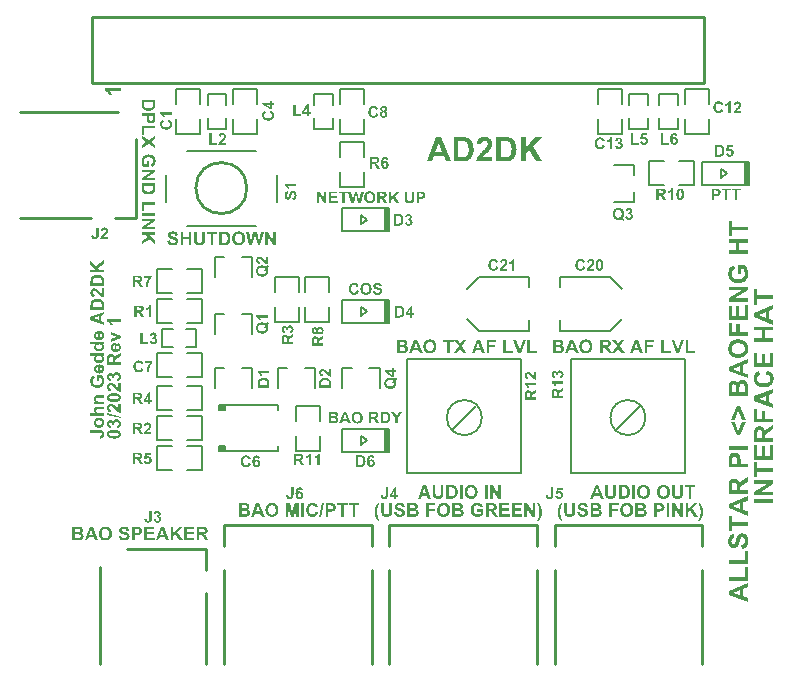
<source format=gto>
G04*
G04 #@! TF.GenerationSoftware,Altium Limited,Altium Designer,20.2.4 (192)*
G04*
G04 Layer_Color=65535*
%FSLAX25Y25*%
%MOIN*%
G70*
G04*
G04 #@! TF.SameCoordinates,F9DD2519-DED0-4D21-AB53-5B03216E6D2C*
G04*
G04*
G04 #@! TF.FilePolarity,Positive*
G04*
G01*
G75*
%ADD10C,0.00800*%
%ADD11C,0.01000*%
%ADD12C,0.00600*%
%ADD13R,0.02000X0.01500*%
G36*
X-3127Y-66251D02*
X-5233Y-67489D01*
X-4482Y-68221D01*
X-3127D01*
Y-69128D01*
X-7611D01*
Y-68221D01*
X-5616D01*
X-7611Y-66381D01*
Y-65163D01*
X-5862Y-66860D01*
X-3127Y-65078D01*
Y-66251D01*
D02*
G37*
G36*
X-5181Y-69906D02*
X-5130D01*
X-5065Y-69912D01*
X-4993Y-69919D01*
X-4844Y-69932D01*
X-4689Y-69958D01*
X-4527Y-69997D01*
X-4371Y-70042D01*
X-4365D01*
X-4352Y-70049D01*
X-4326Y-70061D01*
X-4287Y-70074D01*
X-4248Y-70087D01*
X-4203Y-70113D01*
X-4086Y-70165D01*
X-3963Y-70230D01*
X-3827Y-70314D01*
X-3698Y-70411D01*
X-3574Y-70522D01*
X-3561Y-70535D01*
X-3536Y-70567D01*
X-3497Y-70619D01*
X-3445Y-70690D01*
X-3386Y-70781D01*
X-3328Y-70885D01*
X-3270Y-71014D01*
X-3218Y-71157D01*
Y-71163D01*
X-3212Y-71170D01*
Y-71189D01*
X-3205Y-71209D01*
X-3192Y-71280D01*
X-3173Y-71371D01*
X-3153Y-71481D01*
X-3140Y-71617D01*
X-3134Y-71779D01*
X-3127Y-71954D01*
Y-73651D01*
X-7611D01*
Y-71863D01*
X-7605Y-71811D01*
X-7598Y-71688D01*
X-7592Y-71552D01*
X-7572Y-71409D01*
X-7553Y-71273D01*
X-7521Y-71150D01*
Y-71144D01*
X-7514Y-71131D01*
X-7508Y-71111D01*
X-7501Y-71085D01*
X-7469Y-71008D01*
X-7423Y-70917D01*
X-7365Y-70813D01*
X-7294Y-70697D01*
X-7210Y-70586D01*
X-7106Y-70476D01*
Y-70470D01*
X-7093Y-70463D01*
X-7054Y-70431D01*
X-6989Y-70379D01*
X-6905Y-70321D01*
X-6801Y-70249D01*
X-6678Y-70178D01*
X-6536Y-70107D01*
X-6380Y-70049D01*
X-6374D01*
X-6361Y-70042D01*
X-6335Y-70036D01*
X-6302Y-70023D01*
X-6264Y-70016D01*
X-6212Y-70003D01*
X-6153Y-69990D01*
X-6089Y-69971D01*
X-6017Y-69958D01*
X-5933Y-69945D01*
X-5849Y-69932D01*
X-5752Y-69925D01*
X-5551Y-69906D01*
X-5324Y-69899D01*
X-5317D01*
X-5298D01*
X-5272D01*
X-5233D01*
X-5181Y-69906D01*
D02*
G37*
G36*
X-3127Y-77442D02*
X-3134D01*
X-3147D01*
X-3173Y-77436D01*
X-3205Y-77429D01*
X-3244Y-77423D01*
X-3289Y-77416D01*
X-3406Y-77390D01*
X-3536Y-77351D01*
X-3678Y-77300D01*
X-3834Y-77235D01*
X-3983Y-77151D01*
X-3989D01*
X-4002Y-77138D01*
X-4028Y-77125D01*
X-4054Y-77099D01*
X-4099Y-77073D01*
X-4145Y-77034D01*
X-4203Y-76989D01*
X-4268Y-76937D01*
X-4346Y-76878D01*
X-4423Y-76807D01*
X-4514Y-76729D01*
X-4611Y-76639D01*
X-4708Y-76542D01*
X-4818Y-76431D01*
X-4935Y-76315D01*
X-5058Y-76185D01*
X-5065Y-76179D01*
X-5084Y-76159D01*
X-5110Y-76133D01*
X-5149Y-76094D01*
X-5188Y-76043D01*
X-5240Y-75991D01*
X-5356Y-75874D01*
X-5480Y-75757D01*
X-5603Y-75641D01*
X-5654Y-75589D01*
X-5713Y-75537D01*
X-5758Y-75498D01*
X-5797Y-75472D01*
X-5810Y-75466D01*
X-5842Y-75446D01*
X-5894Y-75414D01*
X-5965Y-75382D01*
X-6043Y-75349D01*
X-6134Y-75317D01*
X-6225Y-75297D01*
X-6322Y-75291D01*
X-6328D01*
X-6335D01*
X-6367D01*
X-6425Y-75297D01*
X-6490Y-75310D01*
X-6562Y-75330D01*
X-6633Y-75356D01*
X-6704Y-75395D01*
X-6769Y-75446D01*
X-6775Y-75453D01*
X-6795Y-75472D01*
X-6821Y-75511D01*
X-6847Y-75557D01*
X-6873Y-75621D01*
X-6899Y-75693D01*
X-6918Y-75777D01*
X-6925Y-75874D01*
Y-75919D01*
X-6918Y-75971D01*
X-6905Y-76030D01*
X-6886Y-76101D01*
X-6853Y-76172D01*
X-6814Y-76243D01*
X-6763Y-76308D01*
X-6756Y-76315D01*
X-6730Y-76334D01*
X-6691Y-76360D01*
X-6633Y-76386D01*
X-6562Y-76418D01*
X-6464Y-76444D01*
X-6354Y-76470D01*
X-6225Y-76483D01*
X-6309Y-77339D01*
X-6315D01*
X-6341Y-77332D01*
X-6374D01*
X-6425Y-77319D01*
X-6484Y-77313D01*
X-6549Y-77293D01*
X-6620Y-77274D01*
X-6704Y-77254D01*
X-6866Y-77189D01*
X-7035Y-77112D01*
X-7119Y-77060D01*
X-7197Y-77002D01*
X-7261Y-76937D01*
X-7326Y-76866D01*
X-7333Y-76859D01*
X-7339Y-76846D01*
X-7352Y-76827D01*
X-7378Y-76794D01*
X-7397Y-76755D01*
X-7423Y-76704D01*
X-7456Y-76652D01*
X-7482Y-76587D01*
X-7514Y-76516D01*
X-7540Y-76438D01*
X-7592Y-76269D01*
X-7624Y-76069D01*
X-7631Y-75965D01*
X-7637Y-75855D01*
Y-75790D01*
X-7631Y-75744D01*
X-7624Y-75686D01*
X-7618Y-75621D01*
X-7605Y-75550D01*
X-7592Y-75472D01*
X-7547Y-75304D01*
X-7482Y-75135D01*
X-7443Y-75045D01*
X-7397Y-74967D01*
X-7339Y-74883D01*
X-7274Y-74811D01*
X-7268Y-74805D01*
X-7261Y-74792D01*
X-7236Y-74779D01*
X-7210Y-74753D01*
X-7177Y-74721D01*
X-7132Y-74688D01*
X-7086Y-74656D01*
X-7028Y-74617D01*
X-6899Y-74552D01*
X-6750Y-74487D01*
X-6665Y-74461D01*
X-6575Y-74449D01*
X-6477Y-74436D01*
X-6380Y-74429D01*
X-6367D01*
X-6328D01*
X-6270Y-74436D01*
X-6199Y-74442D01*
X-6108Y-74455D01*
X-6011Y-74474D01*
X-5907Y-74500D01*
X-5804Y-74539D01*
X-5790Y-74546D01*
X-5758Y-74559D01*
X-5700Y-74585D01*
X-5629Y-74623D01*
X-5544Y-74669D01*
X-5447Y-74727D01*
X-5343Y-74798D01*
X-5233Y-74883D01*
X-5227Y-74889D01*
X-5194Y-74915D01*
X-5149Y-74954D01*
X-5084Y-75012D01*
X-5006Y-75090D01*
X-4903Y-75187D01*
X-4793Y-75304D01*
X-4656Y-75446D01*
X-4650Y-75453D01*
X-4643Y-75466D01*
X-4624Y-75485D01*
X-4598Y-75511D01*
X-4533Y-75582D01*
X-4456Y-75667D01*
X-4371Y-75751D01*
X-4287Y-75835D01*
X-4216Y-75913D01*
X-4183Y-75939D01*
X-4157Y-75965D01*
X-4151Y-75971D01*
X-4138Y-75984D01*
X-4112Y-76004D01*
X-4080Y-76030D01*
X-4008Y-76088D01*
X-3924Y-76140D01*
Y-74429D01*
X-3127D01*
Y-77442D01*
D02*
G37*
G36*
X-5181Y-77915D02*
X-5130D01*
X-5065Y-77922D01*
X-4993Y-77928D01*
X-4844Y-77941D01*
X-4689Y-77967D01*
X-4527Y-78006D01*
X-4371Y-78051D01*
X-4365D01*
X-4352Y-78058D01*
X-4326Y-78071D01*
X-4287Y-78084D01*
X-4248Y-78097D01*
X-4203Y-78123D01*
X-4086Y-78175D01*
X-3963Y-78239D01*
X-3827Y-78324D01*
X-3698Y-78421D01*
X-3574Y-78531D01*
X-3561Y-78544D01*
X-3536Y-78576D01*
X-3497Y-78628D01*
X-3445Y-78699D01*
X-3386Y-78790D01*
X-3328Y-78894D01*
X-3270Y-79023D01*
X-3218Y-79166D01*
Y-79172D01*
X-3212Y-79179D01*
Y-79198D01*
X-3205Y-79218D01*
X-3192Y-79289D01*
X-3173Y-79380D01*
X-3153Y-79490D01*
X-3140Y-79626D01*
X-3134Y-79788D01*
X-3127Y-79963D01*
Y-81661D01*
X-7611D01*
Y-79872D01*
X-7605Y-79820D01*
X-7598Y-79697D01*
X-7592Y-79561D01*
X-7572Y-79419D01*
X-7553Y-79283D01*
X-7521Y-79159D01*
Y-79153D01*
X-7514Y-79140D01*
X-7508Y-79121D01*
X-7501Y-79095D01*
X-7469Y-79017D01*
X-7423Y-78926D01*
X-7365Y-78822D01*
X-7294Y-78706D01*
X-7210Y-78596D01*
X-7106Y-78486D01*
Y-78479D01*
X-7093Y-78473D01*
X-7054Y-78440D01*
X-6989Y-78388D01*
X-6905Y-78330D01*
X-6801Y-78259D01*
X-6678Y-78187D01*
X-6536Y-78116D01*
X-6380Y-78058D01*
X-6374D01*
X-6361Y-78051D01*
X-6335Y-78045D01*
X-6302Y-78032D01*
X-6264Y-78025D01*
X-6212Y-78013D01*
X-6153Y-78000D01*
X-6089Y-77980D01*
X-6017Y-77967D01*
X-5933Y-77954D01*
X-5849Y-77941D01*
X-5752Y-77935D01*
X-5551Y-77915D01*
X-5324Y-77909D01*
X-5317D01*
X-5298D01*
X-5272D01*
X-5233D01*
X-5181Y-77915D01*
D02*
G37*
G36*
X2416Y-85523D02*
X-831D01*
X-824Y-85529D01*
X-811Y-85542D01*
X-792Y-85568D01*
X-759Y-85607D01*
X-721Y-85652D01*
X-682Y-85704D01*
X-636Y-85769D01*
X-585Y-85840D01*
X-533Y-85918D01*
X-481Y-86002D01*
X-422Y-86093D01*
X-371Y-86190D01*
X-273Y-86398D01*
X-183Y-86631D01*
X-960D01*
Y-86624D01*
X-967Y-86618D01*
X-973Y-86598D01*
X-980Y-86573D01*
X-1012Y-86508D01*
X-1051Y-86417D01*
X-1103Y-86307D01*
X-1174Y-86184D01*
X-1265Y-86048D01*
X-1369Y-85905D01*
X-1375Y-85899D01*
X-1381Y-85886D01*
X-1401Y-85866D01*
X-1427Y-85840D01*
X-1492Y-85769D01*
X-1576Y-85691D01*
X-1680Y-85601D01*
X-1809Y-85510D01*
X-1945Y-85426D01*
X-2094Y-85361D01*
Y-84661D01*
X2416D01*
Y-85523D01*
D02*
G37*
G36*
X-3127Y-83125D02*
X-4145Y-83514D01*
Y-85315D01*
X-3127Y-85685D01*
Y-86644D01*
X-7611Y-84907D01*
Y-83948D01*
X-3127Y-82147D01*
Y-83125D01*
D02*
G37*
G36*
X-4501Y-90791D02*
X-4495D01*
X-4482D01*
X-4462D01*
X-4436Y-90785D01*
X-4371Y-90778D01*
X-4281Y-90765D01*
X-4190Y-90739D01*
X-4086Y-90700D01*
X-3989Y-90655D01*
X-3905Y-90590D01*
X-3898Y-90584D01*
X-3872Y-90551D01*
X-3840Y-90512D01*
X-3801Y-90454D01*
X-3762Y-90383D01*
X-3730Y-90292D01*
X-3704Y-90195D01*
X-3698Y-90091D01*
Y-90059D01*
X-3704Y-90020D01*
X-3710Y-89975D01*
X-3723Y-89923D01*
X-3743Y-89864D01*
X-3769Y-89806D01*
X-3808Y-89754D01*
X-3814Y-89748D01*
X-3827Y-89728D01*
X-3853Y-89702D01*
X-3892Y-89676D01*
X-3944Y-89638D01*
X-4002Y-89605D01*
X-4080Y-89573D01*
X-4164Y-89540D01*
X-4022Y-88685D01*
X-4015D01*
X-4002Y-88692D01*
X-3976Y-88705D01*
X-3944Y-88717D01*
X-3905Y-88737D01*
X-3859Y-88756D01*
X-3756Y-88815D01*
X-3639Y-88886D01*
X-3516Y-88977D01*
X-3406Y-89087D01*
X-3302Y-89210D01*
Y-89216D01*
X-3289Y-89223D01*
X-3283Y-89249D01*
X-3263Y-89275D01*
X-3244Y-89307D01*
X-3224Y-89353D01*
X-3205Y-89398D01*
X-3179Y-89456D01*
X-3134Y-89586D01*
X-3095Y-89735D01*
X-3069Y-89910D01*
X-3056Y-90098D01*
Y-90137D01*
X-3062Y-90175D01*
Y-90234D01*
X-3075Y-90305D01*
X-3088Y-90389D01*
X-3101Y-90480D01*
X-3127Y-90571D01*
X-3153Y-90674D01*
X-3192Y-90778D01*
X-3237Y-90882D01*
X-3289Y-90985D01*
X-3354Y-91089D01*
X-3425Y-91186D01*
X-3510Y-91271D01*
X-3607Y-91355D01*
X-3613Y-91361D01*
X-3626Y-91368D01*
X-3652Y-91381D01*
X-3684Y-91407D01*
X-3730Y-91426D01*
X-3782Y-91452D01*
X-3840Y-91484D01*
X-3911Y-91510D01*
X-3989Y-91543D01*
X-4073Y-91569D01*
X-4164Y-91601D01*
X-4268Y-91620D01*
X-4371Y-91640D01*
X-4482Y-91659D01*
X-4605Y-91666D01*
X-4728Y-91672D01*
X-4734D01*
X-4760D01*
X-4806D01*
X-4864Y-91666D01*
X-4929Y-91659D01*
X-5006Y-91653D01*
X-5091Y-91640D01*
X-5188Y-91620D01*
X-5389Y-91569D01*
X-5492Y-91536D01*
X-5603Y-91497D01*
X-5706Y-91445D01*
X-5804Y-91387D01*
X-5901Y-91322D01*
X-5991Y-91251D01*
X-5998Y-91245D01*
X-6011Y-91232D01*
X-6037Y-91206D01*
X-6063Y-91173D01*
X-6095Y-91135D01*
X-6134Y-91083D01*
X-6179Y-91024D01*
X-6225Y-90960D01*
X-6264Y-90888D01*
X-6309Y-90804D01*
X-6348Y-90720D01*
X-6380Y-90623D01*
X-6406Y-90525D01*
X-6432Y-90415D01*
X-6445Y-90305D01*
X-6452Y-90188D01*
Y-90117D01*
X-6445Y-90065D01*
X-6438Y-90007D01*
X-6425Y-89936D01*
X-6413Y-89858D01*
X-6393Y-89774D01*
X-6367Y-89683D01*
X-6335Y-89592D01*
X-6296Y-89495D01*
X-6244Y-89398D01*
X-6192Y-89307D01*
X-6128Y-89216D01*
X-6050Y-89126D01*
X-5965Y-89048D01*
X-5959Y-89041D01*
X-5946Y-89029D01*
X-5914Y-89009D01*
X-5875Y-88983D01*
X-5823Y-88951D01*
X-5765Y-88918D01*
X-5687Y-88879D01*
X-5603Y-88841D01*
X-5505Y-88802D01*
X-5395Y-88763D01*
X-5279Y-88730D01*
X-5142Y-88698D01*
X-5000Y-88672D01*
X-4844Y-88653D01*
X-4682Y-88640D01*
X-4501D01*
Y-90791D01*
D02*
G37*
G36*
X2416Y-90240D02*
Y-91018D01*
X-837Y-92327D01*
Y-91426D01*
X828Y-90811D01*
X1379Y-90636D01*
X1373Y-90629D01*
X1347Y-90623D01*
X1308Y-90610D01*
X1269Y-90597D01*
X1172Y-90564D01*
X1133Y-90551D01*
X1100Y-90545D01*
X1094D01*
X1074Y-90538D01*
X1048Y-90532D01*
X1016Y-90519D01*
X925Y-90493D01*
X828Y-90454D01*
X-837Y-89832D01*
Y-88951D01*
X2416Y-90240D01*
D02*
G37*
G36*
X-3127Y-93066D02*
X-3600D01*
X-3587Y-93072D01*
X-3555Y-93098D01*
X-3503Y-93143D01*
X-3445Y-93202D01*
X-3380Y-93266D01*
X-3309Y-93351D01*
X-3244Y-93441D01*
X-3185Y-93539D01*
X-3179Y-93551D01*
X-3166Y-93584D01*
X-3147Y-93642D01*
X-3121Y-93707D01*
X-3095Y-93791D01*
X-3075Y-93888D01*
X-3062Y-93986D01*
X-3056Y-94089D01*
Y-94141D01*
X-3062Y-94180D01*
X-3069Y-94232D01*
X-3082Y-94284D01*
X-3095Y-94349D01*
X-3114Y-94420D01*
X-3134Y-94491D01*
X-3166Y-94569D01*
X-3198Y-94647D01*
X-3244Y-94731D01*
X-3296Y-94809D01*
X-3354Y-94893D01*
X-3425Y-94971D01*
X-3503Y-95048D01*
X-3510Y-95055D01*
X-3523Y-95068D01*
X-3548Y-95087D01*
X-3587Y-95107D01*
X-3633Y-95139D01*
X-3691Y-95171D01*
X-3756Y-95210D01*
X-3834Y-95243D01*
X-3918Y-95282D01*
X-4008Y-95321D01*
X-4112Y-95353D01*
X-4222Y-95379D01*
X-4346Y-95405D01*
X-4475Y-95424D01*
X-4611Y-95437D01*
X-4760Y-95444D01*
X-4767D01*
X-4799D01*
X-4838D01*
X-4896Y-95437D01*
X-4967Y-95431D01*
X-5045Y-95424D01*
X-5136Y-95411D01*
X-5227Y-95398D01*
X-5434Y-95353D01*
X-5538Y-95321D01*
X-5641Y-95282D01*
X-5745Y-95236D01*
X-5842Y-95184D01*
X-5933Y-95126D01*
X-6017Y-95061D01*
X-6024Y-95055D01*
X-6037Y-95042D01*
X-6056Y-95022D01*
X-6089Y-94990D01*
X-6121Y-94951D01*
X-6153Y-94906D01*
X-6192Y-94854D01*
X-6238Y-94789D01*
X-6277Y-94724D01*
X-6315Y-94647D01*
X-6387Y-94485D01*
X-6413Y-94387D01*
X-6432Y-94290D01*
X-6445Y-94187D01*
X-6452Y-94076D01*
Y-94025D01*
X-6445Y-93986D01*
X-6438Y-93940D01*
X-6425Y-93882D01*
X-6413Y-93824D01*
X-6393Y-93752D01*
X-6374Y-93681D01*
X-6341Y-93603D01*
X-6302Y-93526D01*
X-6264Y-93448D01*
X-6205Y-93364D01*
X-6147Y-93286D01*
X-6076Y-93208D01*
X-5998Y-93130D01*
X-7611D01*
Y-92269D01*
X-3127D01*
Y-93066D01*
D02*
G37*
G36*
X1042Y-94757D02*
X1048D01*
X1061D01*
X1081D01*
X1107Y-94750D01*
X1172Y-94744D01*
X1262Y-94731D01*
X1353Y-94705D01*
X1457Y-94666D01*
X1554Y-94621D01*
X1638Y-94556D01*
X1645Y-94549D01*
X1671Y-94517D01*
X1703Y-94478D01*
X1742Y-94420D01*
X1781Y-94349D01*
X1813Y-94258D01*
X1839Y-94161D01*
X1846Y-94057D01*
Y-94025D01*
X1839Y-93986D01*
X1833Y-93940D01*
X1820Y-93888D01*
X1800Y-93830D01*
X1774Y-93772D01*
X1735Y-93720D01*
X1729Y-93713D01*
X1716Y-93694D01*
X1690Y-93668D01*
X1651Y-93642D01*
X1599Y-93603D01*
X1541Y-93571D01*
X1463Y-93539D01*
X1379Y-93506D01*
X1522Y-92651D01*
X1528D01*
X1541Y-92657D01*
X1567Y-92670D01*
X1599Y-92683D01*
X1638Y-92703D01*
X1684Y-92722D01*
X1787Y-92780D01*
X1904Y-92852D01*
X2027Y-92942D01*
X2137Y-93053D01*
X2241Y-93176D01*
Y-93182D01*
X2254Y-93189D01*
X2260Y-93215D01*
X2280Y-93240D01*
X2299Y-93273D01*
X2319Y-93318D01*
X2338Y-93364D01*
X2364Y-93422D01*
X2409Y-93551D01*
X2448Y-93701D01*
X2474Y-93875D01*
X2487Y-94063D01*
Y-94102D01*
X2481Y-94141D01*
Y-94200D01*
X2468Y-94271D01*
X2455Y-94355D01*
X2442Y-94446D01*
X2416Y-94537D01*
X2390Y-94640D01*
X2351Y-94744D01*
X2306Y-94848D01*
X2254Y-94951D01*
X2189Y-95055D01*
X2118Y-95152D01*
X2033Y-95236D01*
X1936Y-95321D01*
X1930Y-95327D01*
X1917Y-95333D01*
X1891Y-95346D01*
X1859Y-95372D01*
X1813Y-95392D01*
X1761Y-95418D01*
X1703Y-95450D01*
X1632Y-95476D01*
X1554Y-95508D01*
X1470Y-95534D01*
X1379Y-95567D01*
X1275Y-95586D01*
X1172Y-95606D01*
X1061Y-95625D01*
X938Y-95632D01*
X815Y-95638D01*
X809D01*
X783D01*
X737D01*
X679Y-95632D01*
X614Y-95625D01*
X537Y-95619D01*
X452Y-95606D01*
X355Y-95586D01*
X154Y-95534D01*
X51Y-95502D01*
X-60Y-95463D01*
X-163Y-95411D01*
X-261Y-95353D01*
X-358Y-95288D01*
X-448Y-95217D01*
X-455Y-95210D01*
X-468Y-95197D01*
X-494Y-95171D01*
X-520Y-95139D01*
X-552Y-95100D01*
X-591Y-95048D01*
X-636Y-94990D01*
X-682Y-94925D01*
X-721Y-94854D01*
X-766Y-94770D01*
X-805Y-94686D01*
X-837Y-94588D01*
X-863Y-94491D01*
X-889Y-94381D01*
X-902Y-94271D01*
X-908Y-94154D01*
Y-94083D01*
X-902Y-94031D01*
X-895Y-93973D01*
X-883Y-93901D01*
X-870Y-93824D01*
X-850Y-93739D01*
X-824Y-93649D01*
X-792Y-93558D01*
X-753Y-93461D01*
X-701Y-93364D01*
X-649Y-93273D01*
X-585Y-93182D01*
X-507Y-93091D01*
X-422Y-93014D01*
X-416Y-93007D01*
X-403Y-92994D01*
X-371Y-92975D01*
X-332Y-92949D01*
X-280Y-92917D01*
X-222Y-92884D01*
X-144Y-92845D01*
X-60Y-92806D01*
X38Y-92767D01*
X148Y-92729D01*
X264Y-92696D01*
X400Y-92664D01*
X543Y-92638D01*
X699Y-92618D01*
X861Y-92605D01*
X1042D01*
Y-94757D01*
D02*
G37*
G36*
X2416Y-96960D02*
X1444Y-97608D01*
X1437Y-97615D01*
X1418Y-97621D01*
X1392Y-97640D01*
X1359Y-97666D01*
X1321Y-97692D01*
X1269Y-97725D01*
X1165Y-97796D01*
X1048Y-97880D01*
X945Y-97958D01*
X848Y-98029D01*
X815Y-98062D01*
X783Y-98088D01*
X776Y-98094D01*
X763Y-98107D01*
X737Y-98133D01*
X705Y-98165D01*
X679Y-98211D01*
X647Y-98256D01*
X621Y-98308D01*
X595Y-98360D01*
Y-98366D01*
X588Y-98386D01*
X575Y-98418D01*
X569Y-98470D01*
X556Y-98535D01*
X550Y-98612D01*
X543Y-98703D01*
Y-98995D01*
X2416D01*
Y-99902D01*
X-2068D01*
Y-97880D01*
X-2062Y-97822D01*
Y-97751D01*
X-2055Y-97679D01*
Y-97595D01*
X-2036Y-97427D01*
X-2017Y-97252D01*
X-1984Y-97090D01*
X-1965Y-97018D01*
X-1945Y-96953D01*
Y-96947D01*
X-1939Y-96941D01*
X-1919Y-96902D01*
X-1887Y-96843D01*
X-1848Y-96766D01*
X-1783Y-96681D01*
X-1712Y-96597D01*
X-1621Y-96513D01*
X-1511Y-96435D01*
X-1505D01*
X-1498Y-96429D01*
X-1479Y-96416D01*
X-1459Y-96403D01*
X-1395Y-96370D01*
X-1310Y-96331D01*
X-1207Y-96299D01*
X-1090Y-96267D01*
X-954Y-96241D01*
X-811Y-96234D01*
X-805D01*
X-792D01*
X-759D01*
X-727Y-96241D01*
X-682D01*
X-636Y-96247D01*
X-520Y-96273D01*
X-384Y-96306D01*
X-247Y-96357D01*
X-105Y-96435D01*
X-40Y-96481D01*
X25Y-96532D01*
X31Y-96539D01*
X38Y-96545D01*
X57Y-96565D01*
X77Y-96591D01*
X102Y-96617D01*
X135Y-96655D01*
X167Y-96701D01*
X200Y-96753D01*
X238Y-96811D01*
X271Y-96882D01*
X303Y-96953D01*
X336Y-97031D01*
X368Y-97122D01*
X394Y-97213D01*
X420Y-97310D01*
X439Y-97420D01*
Y-97414D01*
X446Y-97407D01*
X472Y-97368D01*
X504Y-97316D01*
X550Y-97252D01*
X608Y-97174D01*
X666Y-97096D01*
X737Y-97012D01*
X815Y-96941D01*
X822Y-96934D01*
X854Y-96902D01*
X906Y-96863D01*
X984Y-96804D01*
X1081Y-96727D01*
X1146Y-96688D01*
X1211Y-96643D01*
X1282Y-96591D01*
X1359Y-96539D01*
X1450Y-96481D01*
X1541Y-96422D01*
X2416Y-95871D01*
Y-96960D01*
D02*
G37*
G36*
X-3127Y-96895D02*
X-3600D01*
X-3587Y-96902D01*
X-3555Y-96928D01*
X-3503Y-96973D01*
X-3445Y-97031D01*
X-3380Y-97096D01*
X-3309Y-97180D01*
X-3244Y-97271D01*
X-3185Y-97368D01*
X-3179Y-97381D01*
X-3166Y-97414D01*
X-3147Y-97472D01*
X-3121Y-97537D01*
X-3095Y-97621D01*
X-3075Y-97718D01*
X-3062Y-97815D01*
X-3056Y-97919D01*
Y-97971D01*
X-3062Y-98010D01*
X-3069Y-98062D01*
X-3082Y-98113D01*
X-3095Y-98178D01*
X-3114Y-98250D01*
X-3134Y-98321D01*
X-3166Y-98399D01*
X-3198Y-98476D01*
X-3244Y-98561D01*
X-3296Y-98638D01*
X-3354Y-98723D01*
X-3425Y-98800D01*
X-3503Y-98878D01*
X-3510Y-98885D01*
X-3523Y-98897D01*
X-3548Y-98917D01*
X-3587Y-98936D01*
X-3633Y-98969D01*
X-3691Y-99001D01*
X-3756Y-99040D01*
X-3834Y-99072D01*
X-3918Y-99111D01*
X-4008Y-99150D01*
X-4112Y-99183D01*
X-4222Y-99209D01*
X-4346Y-99234D01*
X-4475Y-99254D01*
X-4611Y-99267D01*
X-4760Y-99273D01*
X-4767D01*
X-4799D01*
X-4838D01*
X-4896Y-99267D01*
X-4967Y-99260D01*
X-5045Y-99254D01*
X-5136Y-99241D01*
X-5227Y-99228D01*
X-5434Y-99183D01*
X-5538Y-99150D01*
X-5641Y-99111D01*
X-5745Y-99066D01*
X-5842Y-99014D01*
X-5933Y-98956D01*
X-6017Y-98891D01*
X-6024Y-98885D01*
X-6037Y-98872D01*
X-6056Y-98852D01*
X-6089Y-98820D01*
X-6121Y-98781D01*
X-6153Y-98735D01*
X-6192Y-98684D01*
X-6238Y-98619D01*
X-6277Y-98554D01*
X-6315Y-98476D01*
X-6387Y-98314D01*
X-6413Y-98217D01*
X-6432Y-98120D01*
X-6445Y-98016D01*
X-6452Y-97906D01*
Y-97854D01*
X-6445Y-97815D01*
X-6438Y-97770D01*
X-6425Y-97712D01*
X-6413Y-97653D01*
X-6393Y-97582D01*
X-6374Y-97511D01*
X-6341Y-97433D01*
X-6302Y-97355D01*
X-6264Y-97277D01*
X-6205Y-97193D01*
X-6147Y-97115D01*
X-6076Y-97038D01*
X-5998Y-96960D01*
X-7611D01*
Y-96098D01*
X-3127D01*
Y-96895D01*
D02*
G37*
G36*
X-4501Y-101937D02*
X-4495D01*
X-4482D01*
X-4462D01*
X-4436Y-101930D01*
X-4371Y-101924D01*
X-4281Y-101911D01*
X-4190Y-101885D01*
X-4086Y-101846D01*
X-3989Y-101801D01*
X-3905Y-101736D01*
X-3898Y-101729D01*
X-3872Y-101697D01*
X-3840Y-101658D01*
X-3801Y-101600D01*
X-3762Y-101528D01*
X-3730Y-101438D01*
X-3704Y-101340D01*
X-3698Y-101237D01*
Y-101204D01*
X-3704Y-101165D01*
X-3710Y-101120D01*
X-3723Y-101068D01*
X-3743Y-101010D01*
X-3769Y-100952D01*
X-3808Y-100900D01*
X-3814Y-100893D01*
X-3827Y-100874D01*
X-3853Y-100848D01*
X-3892Y-100822D01*
X-3944Y-100783D01*
X-4002Y-100751D01*
X-4080Y-100718D01*
X-4164Y-100686D01*
X-4022Y-99831D01*
X-4015D01*
X-4002Y-99837D01*
X-3976Y-99850D01*
X-3944Y-99863D01*
X-3905Y-99883D01*
X-3859Y-99902D01*
X-3756Y-99960D01*
X-3639Y-100031D01*
X-3516Y-100122D01*
X-3406Y-100232D01*
X-3302Y-100356D01*
Y-100362D01*
X-3289Y-100368D01*
X-3283Y-100394D01*
X-3263Y-100420D01*
X-3244Y-100453D01*
X-3224Y-100498D01*
X-3205Y-100543D01*
X-3179Y-100602D01*
X-3134Y-100731D01*
X-3095Y-100880D01*
X-3069Y-101055D01*
X-3056Y-101243D01*
Y-101282D01*
X-3062Y-101321D01*
Y-101379D01*
X-3075Y-101451D01*
X-3088Y-101535D01*
X-3101Y-101626D01*
X-3127Y-101716D01*
X-3153Y-101820D01*
X-3192Y-101924D01*
X-3237Y-102027D01*
X-3289Y-102131D01*
X-3354Y-102235D01*
X-3425Y-102332D01*
X-3510Y-102416D01*
X-3607Y-102500D01*
X-3613Y-102507D01*
X-3626Y-102513D01*
X-3652Y-102526D01*
X-3684Y-102552D01*
X-3730Y-102572D01*
X-3782Y-102598D01*
X-3840Y-102630D01*
X-3911Y-102656D01*
X-3989Y-102688D01*
X-4073Y-102714D01*
X-4164Y-102747D01*
X-4268Y-102766D01*
X-4371Y-102786D01*
X-4482Y-102805D01*
X-4605Y-102811D01*
X-4728Y-102818D01*
X-4734D01*
X-4760D01*
X-4806D01*
X-4864Y-102811D01*
X-4929Y-102805D01*
X-5006Y-102798D01*
X-5091Y-102786D01*
X-5188Y-102766D01*
X-5389Y-102714D01*
X-5492Y-102682D01*
X-5603Y-102643D01*
X-5706Y-102591D01*
X-5804Y-102533D01*
X-5901Y-102468D01*
X-5991Y-102397D01*
X-5998Y-102390D01*
X-6011Y-102377D01*
X-6037Y-102351D01*
X-6063Y-102319D01*
X-6095Y-102280D01*
X-6134Y-102228D01*
X-6179Y-102170D01*
X-6225Y-102105D01*
X-6264Y-102034D01*
X-6309Y-101950D01*
X-6348Y-101865D01*
X-6380Y-101768D01*
X-6406Y-101671D01*
X-6432Y-101561D01*
X-6445Y-101451D01*
X-6452Y-101334D01*
Y-101263D01*
X-6445Y-101211D01*
X-6438Y-101153D01*
X-6425Y-101081D01*
X-6413Y-101004D01*
X-6393Y-100919D01*
X-6367Y-100829D01*
X-6335Y-100738D01*
X-6296Y-100641D01*
X-6244Y-100543D01*
X-6192Y-100453D01*
X-6128Y-100362D01*
X-6050Y-100271D01*
X-5965Y-100194D01*
X-5959Y-100187D01*
X-5946Y-100174D01*
X-5914Y-100155D01*
X-5875Y-100129D01*
X-5823Y-100096D01*
X-5765Y-100064D01*
X-5687Y-100025D01*
X-5603Y-99986D01*
X-5505Y-99947D01*
X-5395Y-99908D01*
X-5279Y-99876D01*
X-5142Y-99844D01*
X-5000Y-99818D01*
X-4844Y-99798D01*
X-4682Y-99785D01*
X-4501D01*
Y-101937D01*
D02*
G37*
G36*
X1172Y-102384D02*
X1223Y-102390D01*
X1282Y-102403D01*
X1353Y-102416D01*
X1424Y-102429D01*
X1580Y-102481D01*
X1664Y-102520D01*
X1755Y-102559D01*
X1839Y-102611D01*
X1923Y-102669D01*
X2008Y-102734D01*
X2085Y-102811D01*
X2092Y-102818D01*
X2105Y-102831D01*
X2124Y-102857D01*
X2150Y-102889D01*
X2183Y-102935D01*
X2215Y-102980D01*
X2254Y-103045D01*
X2293Y-103110D01*
X2331Y-103181D01*
X2370Y-103265D01*
X2403Y-103356D01*
X2435Y-103446D01*
X2461Y-103550D01*
X2481Y-103654D01*
X2493Y-103770D01*
X2500Y-103887D01*
Y-103945D01*
X2493Y-103991D01*
X2487Y-104043D01*
X2481Y-104101D01*
X2468Y-104166D01*
X2455Y-104244D01*
X2416Y-104399D01*
X2351Y-104568D01*
X2312Y-104658D01*
X2267Y-104736D01*
X2208Y-104820D01*
X2150Y-104898D01*
X2144Y-104904D01*
X2131Y-104917D01*
X2111Y-104937D01*
X2085Y-104963D01*
X2053Y-104995D01*
X2008Y-105028D01*
X1962Y-105067D01*
X1904Y-105105D01*
X1839Y-105144D01*
X1774Y-105190D01*
X1619Y-105261D01*
X1437Y-105319D01*
X1340Y-105345D01*
X1236Y-105358D01*
X1133Y-104529D01*
X1139D01*
X1146D01*
X1185Y-104522D01*
X1243Y-104509D01*
X1314Y-104490D01*
X1392Y-104457D01*
X1476Y-104425D01*
X1554Y-104373D01*
X1625Y-104315D01*
X1632Y-104308D01*
X1651Y-104282D01*
X1677Y-104244D01*
X1703Y-104198D01*
X1735Y-104133D01*
X1761Y-104062D01*
X1781Y-103984D01*
X1787Y-103894D01*
Y-103881D01*
X1781Y-103848D01*
X1774Y-103803D01*
X1761Y-103738D01*
X1735Y-103667D01*
X1703Y-103595D01*
X1651Y-103518D01*
X1586Y-103446D01*
X1580Y-103440D01*
X1547Y-103414D01*
X1502Y-103388D01*
X1444Y-103349D01*
X1366Y-103317D01*
X1269Y-103285D01*
X1159Y-103265D01*
X1036Y-103259D01*
X1029D01*
X1023D01*
X984D01*
X925Y-103265D01*
X848Y-103278D01*
X763Y-103304D01*
X679Y-103336D01*
X595Y-103382D01*
X517Y-103440D01*
X511Y-103446D01*
X485Y-103472D01*
X452Y-103511D01*
X420Y-103557D01*
X381Y-103621D01*
X355Y-103693D01*
X329Y-103770D01*
X323Y-103861D01*
Y-103926D01*
X329Y-103971D01*
X336Y-104030D01*
X349Y-104101D01*
X368Y-104172D01*
X387Y-104256D01*
X-306Y-104166D01*
Y-104107D01*
X-312Y-104043D01*
X-319Y-103965D01*
X-338Y-103881D01*
X-364Y-103790D01*
X-403Y-103706D01*
X-455Y-103628D01*
X-461Y-103621D01*
X-487Y-103595D01*
X-520Y-103570D01*
X-571Y-103531D01*
X-630Y-103498D01*
X-701Y-103466D01*
X-785Y-103446D01*
X-883Y-103440D01*
X-895D01*
X-921D01*
X-960Y-103446D01*
X-1012Y-103459D01*
X-1070Y-103472D01*
X-1129Y-103498D01*
X-1194Y-103531D01*
X-1245Y-103576D01*
X-1252Y-103583D01*
X-1265Y-103602D01*
X-1291Y-103628D01*
X-1317Y-103673D01*
X-1336Y-103725D01*
X-1362Y-103783D01*
X-1375Y-103861D01*
X-1381Y-103939D01*
Y-103978D01*
X-1375Y-104017D01*
X-1362Y-104069D01*
X-1343Y-104127D01*
X-1317Y-104192D01*
X-1278Y-104256D01*
X-1226Y-104315D01*
X-1220Y-104321D01*
X-1200Y-104341D01*
X-1161Y-104367D01*
X-1109Y-104399D01*
X-1051Y-104431D01*
X-973Y-104457D01*
X-883Y-104483D01*
X-779Y-104503D01*
X-908Y-105293D01*
X-915D01*
X-928Y-105287D01*
X-947D01*
X-980Y-105280D01*
X-1051Y-105261D01*
X-1148Y-105235D01*
X-1252Y-105196D01*
X-1362Y-105157D01*
X-1466Y-105105D01*
X-1563Y-105047D01*
X-1576Y-105041D01*
X-1602Y-105015D01*
X-1647Y-104976D01*
X-1705Y-104924D01*
X-1764Y-104859D01*
X-1829Y-104781D01*
X-1893Y-104684D01*
X-1952Y-104580D01*
Y-104574D01*
X-1958Y-104568D01*
X-1971Y-104529D01*
X-1997Y-104464D01*
X-2023Y-104386D01*
X-2049Y-104289D01*
X-2075Y-104172D01*
X-2088Y-104049D01*
X-2094Y-103913D01*
Y-103855D01*
X-2088Y-103809D01*
X-2081Y-103751D01*
X-2075Y-103693D01*
X-2062Y-103621D01*
X-2042Y-103550D01*
X-1997Y-103388D01*
X-1965Y-103304D01*
X-1919Y-103213D01*
X-1874Y-103129D01*
X-1822Y-103051D01*
X-1757Y-102967D01*
X-1686Y-102896D01*
X-1680Y-102889D01*
X-1673Y-102883D01*
X-1654Y-102863D01*
X-1628Y-102844D01*
X-1563Y-102792D01*
X-1472Y-102734D01*
X-1362Y-102675D01*
X-1233Y-102630D01*
X-1090Y-102591D01*
X-1019Y-102585D01*
X-941Y-102578D01*
X-934D01*
X-915D01*
X-883Y-102585D01*
X-844Y-102591D01*
X-792Y-102598D01*
X-734Y-102611D01*
X-669Y-102630D01*
X-597Y-102656D01*
X-526Y-102695D01*
X-448Y-102734D01*
X-371Y-102786D01*
X-293Y-102850D01*
X-215Y-102928D01*
X-137Y-103012D01*
X-66Y-103110D01*
X5Y-103226D01*
Y-103220D01*
X12Y-103207D01*
Y-103187D01*
X25Y-103161D01*
X44Y-103090D01*
X83Y-103006D01*
X135Y-102909D01*
X200Y-102805D01*
X284Y-102701D01*
X381Y-102611D01*
X394Y-102598D01*
X433Y-102572D01*
X491Y-102539D01*
X575Y-102494D01*
X673Y-102449D01*
X796Y-102416D01*
X925Y-102390D01*
X1074Y-102377D01*
X1081D01*
X1100D01*
X1133D01*
X1172Y-102384D01*
D02*
G37*
G36*
X-3717Y-103414D02*
X-3704Y-103434D01*
X-3684Y-103453D01*
X-3659Y-103485D01*
X-3633Y-103518D01*
X-3568Y-103609D01*
X-3497Y-103732D01*
X-3412Y-103874D01*
X-3328Y-104036D01*
X-3250Y-104231D01*
Y-104237D01*
X-3244Y-104256D01*
X-3231Y-104282D01*
X-3218Y-104321D01*
X-3205Y-104373D01*
X-3185Y-104431D01*
X-3166Y-104496D01*
X-3147Y-104568D01*
X-3108Y-104729D01*
X-3075Y-104917D01*
X-3049Y-105112D01*
X-3043Y-105319D01*
Y-105391D01*
X-3049Y-105436D01*
Y-105501D01*
X-3056Y-105572D01*
X-3069Y-105650D01*
X-3082Y-105740D01*
X-3114Y-105928D01*
X-3166Y-106136D01*
X-3237Y-106350D01*
X-3283Y-106447D01*
X-3335Y-106550D01*
X-3341Y-106557D01*
X-3348Y-106570D01*
X-3367Y-106602D01*
X-3393Y-106635D01*
X-3419Y-106680D01*
X-3458Y-106725D01*
X-3503Y-106784D01*
X-3555Y-106842D01*
X-3672Y-106972D01*
X-3821Y-107101D01*
X-3989Y-107224D01*
X-4183Y-107334D01*
X-4190D01*
X-4209Y-107347D01*
X-4242Y-107360D01*
X-4281Y-107373D01*
X-4332Y-107393D01*
X-4391Y-107419D01*
X-4462Y-107438D01*
X-4540Y-107464D01*
X-4624Y-107490D01*
X-4721Y-107509D01*
X-4922Y-107555D01*
X-5142Y-107581D01*
X-5382Y-107594D01*
X-5389D01*
X-5415D01*
X-5454D01*
X-5499Y-107587D01*
X-5564D01*
X-5635Y-107581D01*
X-5713Y-107568D01*
X-5804Y-107555D01*
X-5991Y-107522D01*
X-6205Y-107471D01*
X-6419Y-107399D01*
X-6523Y-107354D01*
X-6626Y-107302D01*
X-6633Y-107296D01*
X-6652Y-107289D01*
X-6678Y-107270D01*
X-6717Y-107250D01*
X-6763Y-107218D01*
X-6814Y-107179D01*
X-6873Y-107134D01*
X-6938Y-107088D01*
X-7002Y-107030D01*
X-7074Y-106965D01*
X-7145Y-106894D01*
X-7216Y-106816D01*
X-7281Y-106732D01*
X-7352Y-106648D01*
X-7469Y-106447D01*
Y-106440D01*
X-7482Y-106427D01*
X-7488Y-106401D01*
X-7508Y-106369D01*
X-7521Y-106324D01*
X-7540Y-106278D01*
X-7560Y-106213D01*
X-7586Y-106149D01*
X-7605Y-106077D01*
X-7624Y-105993D01*
X-7644Y-105902D01*
X-7663Y-105812D01*
X-7689Y-105604D01*
X-7696Y-105371D01*
Y-105293D01*
X-7689Y-105235D01*
X-7683Y-105164D01*
X-7676Y-105079D01*
X-7670Y-104989D01*
X-7650Y-104892D01*
X-7611Y-104684D01*
X-7547Y-104470D01*
X-7508Y-104360D01*
X-7462Y-104256D01*
X-7411Y-104159D01*
X-7346Y-104069D01*
X-7339Y-104062D01*
X-7333Y-104049D01*
X-7307Y-104023D01*
X-7281Y-103991D01*
X-7248Y-103952D01*
X-7203Y-103913D01*
X-7151Y-103868D01*
X-7093Y-103816D01*
X-7028Y-103764D01*
X-6957Y-103712D01*
X-6879Y-103660D01*
X-6788Y-103615D01*
X-6698Y-103563D01*
X-6600Y-103524D01*
X-6490Y-103485D01*
X-6380Y-103459D01*
X-6212Y-104360D01*
X-6218D01*
X-6225Y-104367D01*
X-6264Y-104380D01*
X-6322Y-104405D01*
X-6400Y-104444D01*
X-6484Y-104490D01*
X-6568Y-104555D01*
X-6652Y-104632D01*
X-6730Y-104723D01*
X-6737Y-104736D01*
X-6763Y-104768D01*
X-6795Y-104827D01*
X-6827Y-104898D01*
X-6866Y-104995D01*
X-6892Y-105105D01*
X-6918Y-105228D01*
X-6925Y-105371D01*
Y-105429D01*
X-6918Y-105468D01*
X-6911Y-105520D01*
X-6905Y-105578D01*
X-6892Y-105643D01*
X-6879Y-105714D01*
X-6834Y-105863D01*
X-6801Y-105941D01*
X-6763Y-106019D01*
X-6717Y-106097D01*
X-6672Y-106175D01*
X-6607Y-106246D01*
X-6542Y-106317D01*
X-6536Y-106324D01*
X-6523Y-106330D01*
X-6503Y-106350D01*
X-6471Y-106369D01*
X-6432Y-106395D01*
X-6387Y-106427D01*
X-6328Y-106460D01*
X-6264Y-106486D01*
X-6186Y-106518D01*
X-6102Y-106550D01*
X-6011Y-106583D01*
X-5914Y-106609D01*
X-5804Y-106628D01*
X-5680Y-106648D01*
X-5557Y-106654D01*
X-5421Y-106661D01*
X-5415D01*
X-5389D01*
X-5343D01*
X-5292Y-106654D01*
X-5220Y-106648D01*
X-5149Y-106641D01*
X-5058Y-106628D01*
X-4967Y-106615D01*
X-4773Y-106576D01*
X-4572Y-106511D01*
X-4475Y-106473D01*
X-4384Y-106427D01*
X-4294Y-106369D01*
X-4216Y-106311D01*
X-4209Y-106304D01*
X-4196Y-106291D01*
X-4177Y-106272D01*
X-4151Y-106246D01*
X-4125Y-106207D01*
X-4086Y-106168D01*
X-4054Y-106116D01*
X-4015Y-106058D01*
X-3976Y-105993D01*
X-3944Y-105928D01*
X-3879Y-105766D01*
X-3853Y-105676D01*
X-3834Y-105585D01*
X-3821Y-105481D01*
X-3814Y-105377D01*
Y-105326D01*
X-3821Y-105274D01*
X-3827Y-105196D01*
X-3840Y-105112D01*
X-3859Y-105015D01*
X-3885Y-104911D01*
X-3924Y-104807D01*
Y-104801D01*
X-3931Y-104794D01*
X-3944Y-104762D01*
X-3970Y-104704D01*
X-4002Y-104639D01*
X-4041Y-104561D01*
X-4086Y-104477D01*
X-4138Y-104393D01*
X-4196Y-104315D01*
X-4773D01*
Y-105352D01*
X-5531D01*
Y-103401D01*
X-3730D01*
X-3717Y-103414D01*
D02*
G37*
G36*
X2416Y-108922D02*
X2409D01*
X2396D01*
X2370Y-108916D01*
X2338Y-108909D01*
X2299Y-108903D01*
X2254Y-108896D01*
X2137Y-108870D01*
X2008Y-108831D01*
X1865Y-108780D01*
X1709Y-108715D01*
X1560Y-108631D01*
X1554D01*
X1541Y-108617D01*
X1515Y-108605D01*
X1489Y-108579D01*
X1444Y-108553D01*
X1398Y-108514D01*
X1340Y-108468D01*
X1275Y-108417D01*
X1197Y-108358D01*
X1120Y-108287D01*
X1029Y-108209D01*
X932Y-108119D01*
X835Y-108021D01*
X724Y-107911D01*
X608Y-107795D01*
X485Y-107665D01*
X478Y-107659D01*
X459Y-107639D01*
X433Y-107613D01*
X394Y-107574D01*
X355Y-107522D01*
X303Y-107471D01*
X187Y-107354D01*
X64Y-107237D01*
X-60Y-107121D01*
X-111Y-107069D01*
X-170Y-107017D01*
X-215Y-106978D01*
X-254Y-106952D01*
X-267Y-106946D01*
X-299Y-106926D01*
X-351Y-106894D01*
X-422Y-106861D01*
X-500Y-106829D01*
X-591Y-106797D01*
X-682Y-106777D01*
X-779Y-106771D01*
X-785D01*
X-792D01*
X-824D01*
X-883Y-106777D01*
X-947Y-106790D01*
X-1019Y-106810D01*
X-1090Y-106835D01*
X-1161Y-106874D01*
X-1226Y-106926D01*
X-1233Y-106933D01*
X-1252Y-106952D01*
X-1278Y-106991D01*
X-1304Y-107036D01*
X-1330Y-107101D01*
X-1356Y-107173D01*
X-1375Y-107257D01*
X-1381Y-107354D01*
Y-107399D01*
X-1375Y-107451D01*
X-1362Y-107509D01*
X-1343Y-107581D01*
X-1310Y-107652D01*
X-1271Y-107723D01*
X-1220Y-107788D01*
X-1213Y-107795D01*
X-1187Y-107814D01*
X-1148Y-107840D01*
X-1090Y-107866D01*
X-1019Y-107898D01*
X-921Y-107924D01*
X-811Y-107950D01*
X-682Y-107963D01*
X-766Y-108818D01*
X-772D01*
X-798Y-108812D01*
X-831D01*
X-883Y-108799D01*
X-941Y-108792D01*
X-1006Y-108773D01*
X-1077Y-108754D01*
X-1161Y-108734D01*
X-1323Y-108669D01*
X-1492Y-108592D01*
X-1576Y-108540D01*
X-1654Y-108481D01*
X-1719Y-108417D01*
X-1783Y-108345D01*
X-1790Y-108339D01*
X-1796Y-108326D01*
X-1809Y-108307D01*
X-1835Y-108274D01*
X-1855Y-108235D01*
X-1881Y-108183D01*
X-1913Y-108132D01*
X-1939Y-108067D01*
X-1971Y-107995D01*
X-1997Y-107918D01*
X-2049Y-107749D01*
X-2081Y-107548D01*
X-2088Y-107445D01*
X-2094Y-107334D01*
Y-107270D01*
X-2088Y-107224D01*
X-2081Y-107166D01*
X-2075Y-107101D01*
X-2062Y-107030D01*
X-2049Y-106952D01*
X-2004Y-106784D01*
X-1939Y-106615D01*
X-1900Y-106525D01*
X-1855Y-106447D01*
X-1796Y-106362D01*
X-1731Y-106291D01*
X-1725Y-106285D01*
X-1719Y-106272D01*
X-1693Y-106259D01*
X-1667Y-106233D01*
X-1634Y-106201D01*
X-1589Y-106168D01*
X-1543Y-106136D01*
X-1485Y-106097D01*
X-1356Y-106032D01*
X-1207Y-105967D01*
X-1122Y-105941D01*
X-1032Y-105928D01*
X-934Y-105915D01*
X-837Y-105909D01*
X-824D01*
X-785D01*
X-727Y-105915D01*
X-656Y-105922D01*
X-565Y-105935D01*
X-468Y-105954D01*
X-364Y-105980D01*
X-261Y-106019D01*
X-247Y-106026D01*
X-215Y-106038D01*
X-157Y-106064D01*
X-85Y-106103D01*
X-1Y-106149D01*
X96Y-106207D01*
X200Y-106278D01*
X310Y-106362D01*
X316Y-106369D01*
X349Y-106395D01*
X394Y-106434D01*
X459Y-106492D01*
X537Y-106570D01*
X640Y-106667D01*
X750Y-106784D01*
X886Y-106926D01*
X893Y-106933D01*
X899Y-106946D01*
X919Y-106965D01*
X945Y-106991D01*
X1010Y-107062D01*
X1087Y-107147D01*
X1172Y-107231D01*
X1256Y-107315D01*
X1327Y-107393D01*
X1359Y-107419D01*
X1385Y-107445D01*
X1392Y-107451D01*
X1405Y-107464D01*
X1431Y-107483D01*
X1463Y-107509D01*
X1534Y-107568D01*
X1619Y-107620D01*
Y-105909D01*
X2416D01*
Y-108922D01*
D02*
G37*
G36*
X413Y-109395D02*
X517Y-109402D01*
X640Y-109415D01*
X770Y-109427D01*
X912Y-109441D01*
X1061Y-109466D01*
X1217Y-109499D01*
X1366Y-109531D01*
X1515Y-109577D01*
X1664Y-109622D01*
X1800Y-109687D01*
X1930Y-109751D01*
X2040Y-109829D01*
X2046Y-109836D01*
X2059Y-109849D01*
X2085Y-109868D01*
X2111Y-109894D01*
X2144Y-109933D01*
X2183Y-109978D01*
X2228Y-110037D01*
X2267Y-110095D01*
X2312Y-110166D01*
X2357Y-110238D01*
X2396Y-110322D01*
X2429Y-110413D01*
X2455Y-110510D01*
X2481Y-110620D01*
X2493Y-110730D01*
X2500Y-110847D01*
Y-110873D01*
X2493Y-110911D01*
Y-110957D01*
X2487Y-111009D01*
X2474Y-111073D01*
X2461Y-111145D01*
X2435Y-111223D01*
X2409Y-111307D01*
X2377Y-111391D01*
X2338Y-111482D01*
X2286Y-111566D01*
X2234Y-111657D01*
X2163Y-111741D01*
X2092Y-111825D01*
X2001Y-111903D01*
X1995Y-111909D01*
X1975Y-111922D01*
X1943Y-111942D01*
X1904Y-111961D01*
X1846Y-111994D01*
X1774Y-112026D01*
X1684Y-112065D01*
X1586Y-112097D01*
X1470Y-112136D01*
X1340Y-112175D01*
X1191Y-112207D01*
X1029Y-112233D01*
X848Y-112259D01*
X647Y-112279D01*
X433Y-112292D01*
X200Y-112298D01*
X193D01*
X187D01*
X167D01*
X141D01*
X77D01*
X-8Y-112292D01*
X-111Y-112285D01*
X-235Y-112272D01*
X-364Y-112259D01*
X-507Y-112246D01*
X-656Y-112220D01*
X-805Y-112195D01*
X-960Y-112156D01*
X-1109Y-112117D01*
X-1252Y-112065D01*
X-1388Y-112007D01*
X-1518Y-111942D01*
X-1628Y-111864D01*
X-1634Y-111857D01*
X-1647Y-111845D01*
X-1673Y-111825D01*
X-1699Y-111793D01*
X-1738Y-111760D01*
X-1777Y-111715D01*
X-1816Y-111657D01*
X-1861Y-111598D01*
X-1906Y-111527D01*
X-1945Y-111456D01*
X-1984Y-111372D01*
X-2023Y-111281D01*
X-2049Y-111184D01*
X-2075Y-111073D01*
X-2088Y-110963D01*
X-2094Y-110847D01*
Y-110782D01*
X-2088Y-110737D01*
X-2081Y-110685D01*
X-2068Y-110620D01*
X-2055Y-110555D01*
X-2036Y-110477D01*
X-2010Y-110393D01*
X-1978Y-110315D01*
X-1945Y-110231D01*
X-1900Y-110147D01*
X-1842Y-110063D01*
X-1783Y-109978D01*
X-1712Y-109901D01*
X-1628Y-109829D01*
X-1621Y-109823D01*
X-1602Y-109810D01*
X-1569Y-109790D01*
X-1524Y-109758D01*
X-1459Y-109726D01*
X-1381Y-109687D01*
X-1297Y-109648D01*
X-1187Y-109609D01*
X-1070Y-109570D01*
X-934Y-109525D01*
X-785Y-109492D01*
X-617Y-109460D01*
X-435Y-109427D01*
X-241Y-109408D01*
X-27Y-109395D01*
X206Y-109389D01*
X213D01*
X219D01*
X238D01*
X264D01*
X329D01*
X413Y-109395D01*
D02*
G37*
G36*
X-3127Y-110918D02*
X-4780D01*
X-4786D01*
X-4806D01*
X-4831D01*
X-4864D01*
X-4909D01*
X-4955D01*
X-5065Y-110924D01*
X-5175Y-110931D01*
X-5292Y-110944D01*
X-5389Y-110957D01*
X-5428Y-110963D01*
X-5460Y-110976D01*
X-5466D01*
X-5486Y-110989D01*
X-5512Y-111002D01*
X-5551Y-111022D01*
X-5629Y-111080D01*
X-5667Y-111112D01*
X-5700Y-111158D01*
X-5706Y-111164D01*
X-5713Y-111177D01*
X-5726Y-111203D01*
X-5745Y-111242D01*
X-5765Y-111287D01*
X-5778Y-111333D01*
X-5784Y-111391D01*
X-5790Y-111456D01*
Y-111495D01*
X-5784Y-111533D01*
X-5778Y-111585D01*
X-5758Y-111650D01*
X-5739Y-111715D01*
X-5706Y-111786D01*
X-5667Y-111857D01*
X-5661Y-111864D01*
X-5648Y-111883D01*
X-5616Y-111916D01*
X-5583Y-111955D01*
X-5531Y-111994D01*
X-5480Y-112032D01*
X-5408Y-112071D01*
X-5337Y-112097D01*
X-5330D01*
X-5298Y-112110D01*
X-5246Y-112117D01*
X-5168Y-112130D01*
X-5123Y-112136D01*
X-5065Y-112143D01*
X-5006Y-112149D01*
X-4935D01*
X-4864Y-112156D01*
X-4780Y-112162D01*
X-4689D01*
X-4592D01*
X-3127D01*
Y-113024D01*
X-6380D01*
Y-112227D01*
X-5901D01*
X-5907Y-112220D01*
X-5927Y-112207D01*
X-5953Y-112181D01*
X-5985Y-112149D01*
X-6030Y-112110D01*
X-6076Y-112058D01*
X-6128Y-112000D01*
X-6179Y-111935D01*
X-6225Y-111864D01*
X-6277Y-111780D01*
X-6322Y-111696D01*
X-6367Y-111598D01*
X-6400Y-111495D01*
X-6425Y-111391D01*
X-6445Y-111274D01*
X-6452Y-111158D01*
Y-111112D01*
X-6445Y-111054D01*
X-6438Y-110983D01*
X-6425Y-110905D01*
X-6406Y-110821D01*
X-6380Y-110730D01*
X-6348Y-110639D01*
X-6341Y-110626D01*
X-6328Y-110600D01*
X-6309Y-110555D01*
X-6277Y-110503D01*
X-6238Y-110445D01*
X-6192Y-110387D01*
X-6140Y-110328D01*
X-6082Y-110276D01*
X-6076Y-110270D01*
X-6056Y-110257D01*
X-6024Y-110238D01*
X-5978Y-110212D01*
X-5927Y-110179D01*
X-5862Y-110153D01*
X-5797Y-110127D01*
X-5719Y-110108D01*
X-5713D01*
X-5680Y-110101D01*
X-5635Y-110089D01*
X-5570Y-110082D01*
X-5492Y-110069D01*
X-5389Y-110063D01*
X-5279Y-110056D01*
X-5142D01*
X-3127D01*
Y-110918D01*
D02*
G37*
G36*
X2416Y-115895D02*
X2409D01*
X2396D01*
X2370Y-115888D01*
X2338Y-115882D01*
X2299Y-115875D01*
X2254Y-115869D01*
X2137Y-115843D01*
X2008Y-115804D01*
X1865Y-115752D01*
X1709Y-115687D01*
X1560Y-115603D01*
X1554D01*
X1541Y-115590D01*
X1515Y-115577D01*
X1489Y-115551D01*
X1444Y-115525D01*
X1398Y-115486D01*
X1340Y-115441D01*
X1275Y-115389D01*
X1197Y-115331D01*
X1120Y-115260D01*
X1029Y-115182D01*
X932Y-115091D01*
X835Y-114994D01*
X724Y-114884D01*
X608Y-114767D01*
X485Y-114637D01*
X478Y-114631D01*
X459Y-114611D01*
X433Y-114586D01*
X394Y-114547D01*
X355Y-114495D01*
X303Y-114443D01*
X187Y-114326D01*
X64Y-114210D01*
X-60Y-114093D01*
X-111Y-114041D01*
X-170Y-113989D01*
X-215Y-113951D01*
X-254Y-113925D01*
X-267Y-113918D01*
X-299Y-113899D01*
X-351Y-113866D01*
X-422Y-113834D01*
X-500Y-113802D01*
X-591Y-113769D01*
X-682Y-113750D01*
X-779Y-113743D01*
X-785D01*
X-792D01*
X-824D01*
X-883Y-113750D01*
X-947Y-113763D01*
X-1019Y-113782D01*
X-1090Y-113808D01*
X-1161Y-113847D01*
X-1226Y-113899D01*
X-1233Y-113905D01*
X-1252Y-113925D01*
X-1278Y-113963D01*
X-1304Y-114009D01*
X-1330Y-114074D01*
X-1356Y-114145D01*
X-1375Y-114229D01*
X-1381Y-114326D01*
Y-114372D01*
X-1375Y-114424D01*
X-1362Y-114482D01*
X-1343Y-114553D01*
X-1310Y-114625D01*
X-1271Y-114696D01*
X-1220Y-114761D01*
X-1213Y-114767D01*
X-1187Y-114787D01*
X-1148Y-114812D01*
X-1090Y-114838D01*
X-1019Y-114871D01*
X-921Y-114897D01*
X-811Y-114923D01*
X-682Y-114936D01*
X-766Y-115791D01*
X-772D01*
X-798Y-115784D01*
X-831D01*
X-883Y-115771D01*
X-941Y-115765D01*
X-1006Y-115745D01*
X-1077Y-115726D01*
X-1161Y-115707D01*
X-1323Y-115642D01*
X-1492Y-115564D01*
X-1576Y-115512D01*
X-1654Y-115454D01*
X-1719Y-115389D01*
X-1783Y-115318D01*
X-1790Y-115311D01*
X-1796Y-115298D01*
X-1809Y-115279D01*
X-1835Y-115247D01*
X-1855Y-115208D01*
X-1881Y-115156D01*
X-1913Y-115104D01*
X-1939Y-115039D01*
X-1971Y-114968D01*
X-1997Y-114890D01*
X-2049Y-114722D01*
X-2081Y-114521D01*
X-2088Y-114417D01*
X-2094Y-114307D01*
Y-114242D01*
X-2088Y-114197D01*
X-2081Y-114138D01*
X-2075Y-114074D01*
X-2062Y-114002D01*
X-2049Y-113925D01*
X-2004Y-113756D01*
X-1939Y-113588D01*
X-1900Y-113497D01*
X-1855Y-113419D01*
X-1796Y-113335D01*
X-1731Y-113264D01*
X-1725Y-113257D01*
X-1719Y-113244D01*
X-1693Y-113231D01*
X-1667Y-113205D01*
X-1634Y-113173D01*
X-1589Y-113141D01*
X-1543Y-113108D01*
X-1485Y-113069D01*
X-1356Y-113005D01*
X-1207Y-112940D01*
X-1122Y-112914D01*
X-1032Y-112901D01*
X-934Y-112888D01*
X-837Y-112881D01*
X-824D01*
X-785D01*
X-727Y-112888D01*
X-656Y-112894D01*
X-565Y-112907D01*
X-468Y-112927D01*
X-364Y-112953D01*
X-261Y-112991D01*
X-247Y-112998D01*
X-215Y-113011D01*
X-157Y-113037D01*
X-85Y-113076D01*
X-1Y-113121D01*
X96Y-113179D01*
X200Y-113251D01*
X310Y-113335D01*
X316Y-113341D01*
X349Y-113367D01*
X394Y-113406D01*
X459Y-113465D01*
X537Y-113542D01*
X640Y-113639D01*
X750Y-113756D01*
X886Y-113899D01*
X893Y-113905D01*
X899Y-113918D01*
X919Y-113938D01*
X945Y-113963D01*
X1010Y-114035D01*
X1087Y-114119D01*
X1172Y-114203D01*
X1256Y-114287D01*
X1327Y-114365D01*
X1359Y-114391D01*
X1385Y-114417D01*
X1392Y-114424D01*
X1405Y-114437D01*
X1431Y-114456D01*
X1463Y-114482D01*
X1534Y-114540D01*
X1619Y-114592D01*
Y-112881D01*
X2416D01*
Y-115895D01*
D02*
G37*
G36*
X-3127Y-114748D02*
X-4838D01*
X-4844D01*
X-4857D01*
X-4883D01*
X-4922D01*
X-4961D01*
X-5006D01*
X-5110Y-114754D01*
X-5220Y-114761D01*
X-5330Y-114767D01*
X-5421Y-114780D01*
X-5454Y-114793D01*
X-5486Y-114799D01*
X-5492D01*
X-5512Y-114812D01*
X-5531Y-114825D01*
X-5564Y-114838D01*
X-5635Y-114897D01*
X-5674Y-114929D01*
X-5706Y-114974D01*
X-5713Y-114981D01*
X-5719Y-114994D01*
X-5732Y-115026D01*
X-5752Y-115059D01*
X-5765Y-115104D01*
X-5778Y-115156D01*
X-5784Y-115221D01*
X-5790Y-115285D01*
Y-115324D01*
X-5784Y-115363D01*
X-5778Y-115415D01*
X-5765Y-115473D01*
X-5745Y-115538D01*
X-5719Y-115603D01*
X-5680Y-115668D01*
X-5674Y-115674D01*
X-5661Y-115694D01*
X-5635Y-115726D01*
X-5603Y-115759D01*
X-5557Y-115804D01*
X-5505Y-115843D01*
X-5441Y-115882D01*
X-5369Y-115914D01*
X-5363D01*
X-5330Y-115927D01*
X-5285Y-115940D01*
X-5214Y-115953D01*
X-5130Y-115966D01*
X-5019Y-115979D01*
X-4896Y-115985D01*
X-4754Y-115992D01*
X-3127D01*
Y-116854D01*
X-7611D01*
Y-115992D01*
X-5953D01*
X-5959Y-115985D01*
X-5972Y-115972D01*
X-5998Y-115946D01*
X-6030Y-115920D01*
X-6069Y-115875D01*
X-6108Y-115830D01*
X-6153Y-115771D01*
X-6205Y-115713D01*
X-6251Y-115642D01*
X-6296Y-115564D01*
X-6374Y-115396D01*
X-6406Y-115305D01*
X-6432Y-115208D01*
X-6445Y-115104D01*
X-6452Y-115000D01*
Y-114948D01*
X-6445Y-114890D01*
X-6438Y-114819D01*
X-6425Y-114735D01*
X-6400Y-114650D01*
X-6374Y-114553D01*
X-6335Y-114462D01*
X-6328Y-114450D01*
X-6315Y-114424D01*
X-6289Y-114378D01*
X-6257Y-114326D01*
X-6218Y-114268D01*
X-6173Y-114210D01*
X-6115Y-114151D01*
X-6056Y-114100D01*
X-6050Y-114093D01*
X-6024Y-114080D01*
X-5991Y-114061D01*
X-5946Y-114035D01*
X-5888Y-114002D01*
X-5823Y-113977D01*
X-5752Y-113951D01*
X-5674Y-113931D01*
X-5667D01*
X-5635Y-113925D01*
X-5583Y-113918D01*
X-5518Y-113905D01*
X-5428Y-113899D01*
X-5317Y-113892D01*
X-5188Y-113886D01*
X-5032D01*
X-3127D01*
Y-114748D01*
D02*
G37*
G36*
X2493Y-117165D02*
Y-117800D01*
X-2146Y-116692D01*
Y-116044D01*
X2493Y-117165D01*
D02*
G37*
G36*
X1172Y-118072D02*
X1223Y-118078D01*
X1282Y-118091D01*
X1353Y-118104D01*
X1424Y-118117D01*
X1580Y-118169D01*
X1664Y-118208D01*
X1755Y-118247D01*
X1839Y-118299D01*
X1923Y-118357D01*
X2008Y-118422D01*
X2085Y-118500D01*
X2092Y-118506D01*
X2105Y-118519D01*
X2124Y-118545D01*
X2150Y-118577D01*
X2183Y-118623D01*
X2215Y-118668D01*
X2254Y-118733D01*
X2293Y-118798D01*
X2331Y-118869D01*
X2370Y-118953D01*
X2403Y-119044D01*
X2435Y-119135D01*
X2461Y-119238D01*
X2481Y-119342D01*
X2493Y-119459D01*
X2500Y-119575D01*
Y-119633D01*
X2493Y-119679D01*
X2487Y-119731D01*
X2481Y-119789D01*
X2468Y-119854D01*
X2455Y-119932D01*
X2416Y-120087D01*
X2351Y-120256D01*
X2312Y-120346D01*
X2267Y-120424D01*
X2208Y-120508D01*
X2150Y-120586D01*
X2144Y-120593D01*
X2131Y-120606D01*
X2111Y-120625D01*
X2085Y-120651D01*
X2053Y-120683D01*
X2008Y-120716D01*
X1962Y-120755D01*
X1904Y-120793D01*
X1839Y-120832D01*
X1774Y-120878D01*
X1619Y-120949D01*
X1437Y-121007D01*
X1340Y-121033D01*
X1236Y-121046D01*
X1133Y-120217D01*
X1139D01*
X1146D01*
X1185Y-120210D01*
X1243Y-120197D01*
X1314Y-120178D01*
X1392Y-120145D01*
X1476Y-120113D01*
X1554Y-120061D01*
X1625Y-120003D01*
X1632Y-119996D01*
X1651Y-119971D01*
X1677Y-119932D01*
X1703Y-119886D01*
X1735Y-119821D01*
X1761Y-119750D01*
X1781Y-119672D01*
X1787Y-119582D01*
Y-119569D01*
X1781Y-119536D01*
X1774Y-119491D01*
X1761Y-119426D01*
X1735Y-119355D01*
X1703Y-119284D01*
X1651Y-119206D01*
X1586Y-119135D01*
X1580Y-119128D01*
X1547Y-119102D01*
X1502Y-119076D01*
X1444Y-119037D01*
X1366Y-119005D01*
X1269Y-118973D01*
X1159Y-118953D01*
X1036Y-118947D01*
X1029D01*
X1023D01*
X984D01*
X925Y-118953D01*
X848Y-118966D01*
X763Y-118992D01*
X679Y-119024D01*
X595Y-119070D01*
X517Y-119128D01*
X511Y-119135D01*
X485Y-119160D01*
X452Y-119199D01*
X420Y-119245D01*
X381Y-119309D01*
X355Y-119381D01*
X329Y-119459D01*
X323Y-119549D01*
Y-119614D01*
X329Y-119659D01*
X336Y-119718D01*
X349Y-119789D01*
X368Y-119860D01*
X387Y-119945D01*
X-306Y-119854D01*
Y-119796D01*
X-312Y-119731D01*
X-319Y-119653D01*
X-338Y-119569D01*
X-364Y-119478D01*
X-403Y-119394D01*
X-455Y-119316D01*
X-461Y-119309D01*
X-487Y-119284D01*
X-520Y-119258D01*
X-571Y-119219D01*
X-630Y-119186D01*
X-701Y-119154D01*
X-785Y-119135D01*
X-883Y-119128D01*
X-895D01*
X-921D01*
X-960Y-119135D01*
X-1012Y-119148D01*
X-1070Y-119160D01*
X-1129Y-119186D01*
X-1194Y-119219D01*
X-1245Y-119264D01*
X-1252Y-119271D01*
X-1265Y-119290D01*
X-1291Y-119316D01*
X-1317Y-119361D01*
X-1336Y-119413D01*
X-1362Y-119472D01*
X-1375Y-119549D01*
X-1381Y-119627D01*
Y-119666D01*
X-1375Y-119705D01*
X-1362Y-119757D01*
X-1343Y-119815D01*
X-1317Y-119880D01*
X-1278Y-119945D01*
X-1226Y-120003D01*
X-1220Y-120009D01*
X-1200Y-120029D01*
X-1161Y-120055D01*
X-1109Y-120087D01*
X-1051Y-120120D01*
X-973Y-120145D01*
X-883Y-120171D01*
X-779Y-120191D01*
X-908Y-120981D01*
X-915D01*
X-928Y-120975D01*
X-947D01*
X-980Y-120968D01*
X-1051Y-120949D01*
X-1148Y-120923D01*
X-1252Y-120884D01*
X-1362Y-120845D01*
X-1466Y-120793D01*
X-1563Y-120735D01*
X-1576Y-120729D01*
X-1602Y-120703D01*
X-1647Y-120664D01*
X-1705Y-120612D01*
X-1764Y-120547D01*
X-1829Y-120469D01*
X-1893Y-120372D01*
X-1952Y-120269D01*
Y-120262D01*
X-1958Y-120256D01*
X-1971Y-120217D01*
X-1997Y-120152D01*
X-2023Y-120074D01*
X-2049Y-119977D01*
X-2075Y-119860D01*
X-2088Y-119737D01*
X-2094Y-119601D01*
Y-119543D01*
X-2088Y-119497D01*
X-2081Y-119439D01*
X-2075Y-119381D01*
X-2062Y-119309D01*
X-2042Y-119238D01*
X-1997Y-119076D01*
X-1965Y-118992D01*
X-1919Y-118901D01*
X-1874Y-118817D01*
X-1822Y-118739D01*
X-1757Y-118655D01*
X-1686Y-118584D01*
X-1680Y-118577D01*
X-1673Y-118571D01*
X-1654Y-118551D01*
X-1628Y-118532D01*
X-1563Y-118480D01*
X-1472Y-118422D01*
X-1362Y-118363D01*
X-1233Y-118318D01*
X-1090Y-118279D01*
X-1019Y-118273D01*
X-941Y-118266D01*
X-934D01*
X-915D01*
X-883Y-118273D01*
X-844Y-118279D01*
X-792Y-118286D01*
X-734Y-118299D01*
X-669Y-118318D01*
X-597Y-118344D01*
X-526Y-118383D01*
X-448Y-118422D01*
X-371Y-118474D01*
X-293Y-118538D01*
X-215Y-118616D01*
X-137Y-118700D01*
X-66Y-118798D01*
X5Y-118914D01*
Y-118908D01*
X12Y-118895D01*
Y-118875D01*
X25Y-118849D01*
X44Y-118778D01*
X83Y-118694D01*
X135Y-118597D01*
X200Y-118493D01*
X284Y-118389D01*
X381Y-118299D01*
X394Y-118286D01*
X433Y-118260D01*
X491Y-118227D01*
X575Y-118182D01*
X673Y-118137D01*
X796Y-118104D01*
X925Y-118078D01*
X1074Y-118065D01*
X1081D01*
X1100D01*
X1133D01*
X1172Y-118072D01*
D02*
G37*
G36*
X-4637Y-117521D02*
X-4572Y-117527D01*
X-4501Y-117541D01*
X-4417Y-117553D01*
X-4332Y-117573D01*
X-4235Y-117599D01*
X-4138Y-117631D01*
X-4034Y-117670D01*
X-3931Y-117715D01*
X-3827Y-117774D01*
X-3730Y-117839D01*
X-3633Y-117910D01*
X-3536Y-117994D01*
X-3529Y-118001D01*
X-3516Y-118014D01*
X-3490Y-118039D01*
X-3458Y-118078D01*
X-3425Y-118124D01*
X-3386Y-118182D01*
X-3341Y-118247D01*
X-3296Y-118318D01*
X-3250Y-118402D01*
X-3205Y-118493D01*
X-3166Y-118590D01*
X-3134Y-118700D01*
X-3101Y-118811D01*
X-3075Y-118934D01*
X-3062Y-119057D01*
X-3056Y-119193D01*
Y-119238D01*
X-3062Y-119271D01*
Y-119309D01*
X-3069Y-119355D01*
X-3082Y-119465D01*
X-3108Y-119601D01*
X-3140Y-119744D01*
X-3192Y-119893D01*
X-3257Y-120048D01*
Y-120055D01*
X-3263Y-120068D01*
X-3276Y-120087D01*
X-3296Y-120113D01*
X-3341Y-120184D01*
X-3406Y-120275D01*
X-3490Y-120372D01*
X-3594Y-120476D01*
X-3710Y-120573D01*
X-3847Y-120664D01*
X-3853D01*
X-3866Y-120670D01*
X-3885Y-120683D01*
X-3918Y-120696D01*
X-3957Y-120709D01*
X-4002Y-120729D01*
X-4054Y-120748D01*
X-4112Y-120767D01*
X-4177Y-120787D01*
X-4248Y-120806D01*
X-4410Y-120839D01*
X-4598Y-120865D01*
X-4799Y-120871D01*
X-4806D01*
X-4818D01*
X-4844D01*
X-4870Y-120865D01*
X-4909D01*
X-4955Y-120858D01*
X-5065Y-120845D01*
X-5188Y-120819D01*
X-5324Y-120781D01*
X-5473Y-120735D01*
X-5622Y-120664D01*
X-5629D01*
X-5641Y-120651D01*
X-5661Y-120644D01*
X-5687Y-120625D01*
X-5758Y-120573D01*
X-5849Y-120508D01*
X-5946Y-120424D01*
X-6050Y-120320D01*
X-6147Y-120204D01*
X-6238Y-120068D01*
Y-120061D01*
X-6244Y-120048D01*
X-6257Y-120029D01*
X-6270Y-119996D01*
X-6289Y-119964D01*
X-6302Y-119919D01*
X-6322Y-119867D01*
X-6348Y-119815D01*
X-6387Y-119685D01*
X-6419Y-119536D01*
X-6445Y-119374D01*
X-6452Y-119199D01*
Y-119128D01*
X-6445Y-119076D01*
X-6438Y-119011D01*
X-6425Y-118940D01*
X-6413Y-118856D01*
X-6393Y-118772D01*
X-6367Y-118675D01*
X-6335Y-118577D01*
X-6296Y-118480D01*
X-6251Y-118376D01*
X-6192Y-118273D01*
X-6128Y-118175D01*
X-6056Y-118078D01*
X-5972Y-117988D01*
X-5965Y-117981D01*
X-5953Y-117968D01*
X-5920Y-117942D01*
X-5888Y-117916D01*
X-5836Y-117877D01*
X-5784Y-117839D01*
X-5713Y-117793D01*
X-5641Y-117748D01*
X-5557Y-117709D01*
X-5466Y-117664D01*
X-5363Y-117625D01*
X-5259Y-117586D01*
X-5142Y-117560D01*
X-5026Y-117534D01*
X-4896Y-117521D01*
X-4760Y-117515D01*
X-4754D01*
X-4728D01*
X-4689D01*
X-4637Y-117521D01*
D02*
G37*
G36*
X-4572Y-121636D02*
X-4449Y-121642D01*
X-4313Y-121655D01*
X-4171Y-121675D01*
X-4028Y-121701D01*
X-3905Y-121733D01*
X-3898D01*
X-3885Y-121739D01*
X-3866Y-121746D01*
X-3840Y-121759D01*
X-3769Y-121791D01*
X-3678Y-121843D01*
X-3581Y-121908D01*
X-3477Y-121992D01*
X-3373Y-122089D01*
X-3276Y-122213D01*
Y-122219D01*
X-3263Y-122225D01*
X-3257Y-122245D01*
X-3237Y-122277D01*
X-3224Y-122310D01*
X-3205Y-122349D01*
X-3179Y-122400D01*
X-3160Y-122452D01*
X-3140Y-122517D01*
X-3114Y-122582D01*
X-3082Y-122737D01*
X-3056Y-122919D01*
X-3043Y-123120D01*
Y-123185D01*
X-3049Y-123230D01*
X-3056Y-123288D01*
X-3062Y-123347D01*
X-3075Y-123418D01*
X-3088Y-123496D01*
X-3134Y-123664D01*
X-3166Y-123748D01*
X-3198Y-123833D01*
X-3244Y-123917D01*
X-3289Y-123995D01*
X-3348Y-124072D01*
X-3412Y-124144D01*
X-3419Y-124150D01*
X-3432Y-124157D01*
X-3451Y-124176D01*
X-3484Y-124202D01*
X-3523Y-124228D01*
X-3568Y-124254D01*
X-3626Y-124286D01*
X-3684Y-124319D01*
X-3762Y-124357D01*
X-3840Y-124390D01*
X-3931Y-124416D01*
X-4028Y-124442D01*
X-4132Y-124468D01*
X-4248Y-124487D01*
X-4371Y-124494D01*
X-4501Y-124500D01*
X-4598Y-123638D01*
X-4592D01*
X-4579D01*
X-4559D01*
X-4533Y-123632D01*
X-4469D01*
X-4384Y-123619D01*
X-4294Y-123606D01*
X-4203Y-123586D01*
X-4125Y-123560D01*
X-4054Y-123528D01*
X-4041Y-123521D01*
X-4015Y-123502D01*
X-3976Y-123470D01*
X-3937Y-123418D01*
X-3892Y-123360D01*
X-3853Y-123282D01*
X-3827Y-123191D01*
X-3814Y-123087D01*
Y-123036D01*
X-3821Y-122984D01*
X-3834Y-122925D01*
X-3853Y-122854D01*
X-3885Y-122783D01*
X-3924Y-122718D01*
X-3983Y-122666D01*
X-3989Y-122660D01*
X-4022Y-122647D01*
X-4067Y-122627D01*
X-4138Y-122601D01*
X-4183Y-122588D01*
X-4235Y-122575D01*
X-4294Y-122569D01*
X-4358Y-122556D01*
X-4436Y-122549D01*
X-4514Y-122543D01*
X-4605Y-122537D01*
X-4702D01*
X-7611D01*
Y-121629D01*
X-4767D01*
X-4760D01*
X-4741D01*
X-4715D01*
X-4676D01*
X-4631D01*
X-4572Y-121636D01*
D02*
G37*
G36*
X413Y-121597D02*
X517Y-121603D01*
X640Y-121616D01*
X770Y-121629D01*
X912Y-121642D01*
X1061Y-121668D01*
X1217Y-121701D01*
X1366Y-121733D01*
X1515Y-121778D01*
X1664Y-121824D01*
X1800Y-121889D01*
X1930Y-121953D01*
X2040Y-122031D01*
X2046Y-122038D01*
X2059Y-122051D01*
X2085Y-122070D01*
X2111Y-122096D01*
X2144Y-122135D01*
X2183Y-122180D01*
X2228Y-122239D01*
X2267Y-122297D01*
X2312Y-122368D01*
X2357Y-122439D01*
X2396Y-122524D01*
X2429Y-122614D01*
X2455Y-122712D01*
X2481Y-122822D01*
X2493Y-122932D01*
X2500Y-123048D01*
Y-123074D01*
X2493Y-123113D01*
Y-123159D01*
X2487Y-123211D01*
X2474Y-123275D01*
X2461Y-123347D01*
X2435Y-123424D01*
X2409Y-123509D01*
X2377Y-123593D01*
X2338Y-123684D01*
X2286Y-123768D01*
X2234Y-123858D01*
X2163Y-123943D01*
X2092Y-124027D01*
X2001Y-124105D01*
X1995Y-124111D01*
X1975Y-124124D01*
X1943Y-124144D01*
X1904Y-124163D01*
X1846Y-124195D01*
X1774Y-124228D01*
X1684Y-124267D01*
X1586Y-124299D01*
X1470Y-124338D01*
X1340Y-124377D01*
X1191Y-124409D01*
X1029Y-124435D01*
X848Y-124461D01*
X647Y-124481D01*
X433Y-124494D01*
X200Y-124500D01*
X193D01*
X187D01*
X167D01*
X141D01*
X77D01*
X-8Y-124494D01*
X-111Y-124487D01*
X-235Y-124474D01*
X-364Y-124461D01*
X-507Y-124448D01*
X-656Y-124422D01*
X-805Y-124396D01*
X-960Y-124357D01*
X-1109Y-124319D01*
X-1252Y-124267D01*
X-1388Y-124208D01*
X-1518Y-124144D01*
X-1628Y-124066D01*
X-1634Y-124059D01*
X-1647Y-124046D01*
X-1673Y-124027D01*
X-1699Y-123995D01*
X-1738Y-123962D01*
X-1777Y-123917D01*
X-1816Y-123858D01*
X-1861Y-123800D01*
X-1906Y-123729D01*
X-1945Y-123658D01*
X-1984Y-123573D01*
X-2023Y-123483D01*
X-2049Y-123385D01*
X-2075Y-123275D01*
X-2088Y-123165D01*
X-2094Y-123048D01*
Y-122984D01*
X-2088Y-122938D01*
X-2081Y-122887D01*
X-2068Y-122822D01*
X-2055Y-122757D01*
X-2036Y-122679D01*
X-2010Y-122595D01*
X-1978Y-122517D01*
X-1945Y-122433D01*
X-1900Y-122349D01*
X-1842Y-122264D01*
X-1783Y-122180D01*
X-1712Y-122102D01*
X-1628Y-122031D01*
X-1621Y-122025D01*
X-1602Y-122012D01*
X-1569Y-121992D01*
X-1524Y-121960D01*
X-1459Y-121927D01*
X-1381Y-121889D01*
X-1297Y-121850D01*
X-1187Y-121811D01*
X-1070Y-121772D01*
X-934Y-121727D01*
X-785Y-121694D01*
X-617Y-121662D01*
X-435Y-121629D01*
X-241Y-121610D01*
X-27Y-121597D01*
X206Y-121590D01*
X213D01*
X219D01*
X238D01*
X264D01*
X329D01*
X413Y-121597D01*
D02*
G37*
G36*
X214681Y-76634D02*
X220000D01*
Y-77929D01*
X214681D01*
Y-79826D01*
X213599D01*
Y-74747D01*
X214681D01*
Y-76634D01*
D02*
G37*
G36*
X220000Y-81463D02*
X218548Y-82018D01*
Y-84589D01*
X220000Y-85116D01*
Y-86485D01*
X213599Y-84007D01*
Y-82638D01*
X220000Y-80066D01*
Y-81463D01*
D02*
G37*
G36*
Y-88465D02*
X217197D01*
Y-90990D01*
X220000D01*
Y-92285D01*
X213599D01*
Y-90990D01*
X216115D01*
Y-88465D01*
X213599D01*
Y-87170D01*
X220000D01*
Y-88465D01*
D02*
G37*
G36*
Y-100740D02*
X213599D01*
Y-95995D01*
X214681D01*
Y-99445D01*
X216096D01*
Y-96235D01*
X217179D01*
Y-99445D01*
X218918D01*
Y-95874D01*
X220000D01*
Y-100740D01*
D02*
G37*
G36*
X218085Y-101868D02*
X218141Y-101887D01*
X218215Y-101915D01*
X218298Y-101952D01*
X218400Y-101988D01*
X218511Y-102035D01*
X218631Y-102090D01*
X218881Y-102220D01*
X219140Y-102386D01*
X219390Y-102590D01*
X219500Y-102701D01*
X219602Y-102821D01*
X219612Y-102830D01*
X219621Y-102849D01*
X219649Y-102886D01*
X219686Y-102941D01*
X219723Y-103006D01*
X219759Y-103089D01*
X219806Y-103182D01*
X219852Y-103284D01*
X219907Y-103404D01*
X219954Y-103533D01*
X219991Y-103672D01*
X220028Y-103820D01*
X220065Y-103977D01*
X220093Y-104153D01*
X220102Y-104329D01*
X220111Y-104523D01*
Y-104578D01*
X220102Y-104643D01*
X220093Y-104736D01*
X220083Y-104838D01*
X220065Y-104967D01*
X220037Y-105106D01*
X220000Y-105263D01*
X219954Y-105420D01*
X219898Y-105587D01*
X219824Y-105763D01*
X219741Y-105938D01*
X219649Y-106114D01*
X219528Y-106290D01*
X219399Y-106456D01*
X219241Y-106614D01*
X219232Y-106623D01*
X219204Y-106650D01*
X219149Y-106687D01*
X219084Y-106743D01*
X218992Y-106799D01*
X218890Y-106872D01*
X218760Y-106947D01*
X218613Y-107020D01*
X218455Y-107095D01*
X218280Y-107168D01*
X218076Y-107243D01*
X217863Y-107298D01*
X217641Y-107353D01*
X217391Y-107390D01*
X217132Y-107418D01*
X216855Y-107428D01*
X216846D01*
X216837D01*
X216781D01*
X216698Y-107418D01*
X216587D01*
X216457Y-107400D01*
X216300Y-107381D01*
X216133Y-107363D01*
X215939Y-107326D01*
X215745Y-107280D01*
X215542Y-107224D01*
X215338Y-107159D01*
X215125Y-107076D01*
X214922Y-106983D01*
X214727Y-106872D01*
X214543Y-106752D01*
X214367Y-106604D01*
X214357Y-106595D01*
X214330Y-106567D01*
X214283Y-106521D01*
X214228Y-106456D01*
X214163Y-106373D01*
X214089Y-106271D01*
X214006Y-106160D01*
X213923Y-106021D01*
X213840Y-105874D01*
X213756Y-105716D01*
X213682Y-105531D01*
X213617Y-105346D01*
X213562Y-105133D01*
X213516Y-104921D01*
X213488Y-104680D01*
X213479Y-104440D01*
Y-104329D01*
X213488Y-104245D01*
X213497Y-104144D01*
X213516Y-104033D01*
X213534Y-103903D01*
X213562Y-103764D01*
X213599Y-103616D01*
X213645Y-103459D01*
X213701Y-103302D01*
X213775Y-103136D01*
X213849Y-102978D01*
X213941Y-102830D01*
X214052Y-102673D01*
X214173Y-102534D01*
Y-102525D01*
X214191Y-102516D01*
X214219Y-102488D01*
X214247Y-102460D01*
X214293Y-102423D01*
X214348Y-102386D01*
X214478Y-102285D01*
X214644Y-102183D01*
X214848Y-102072D01*
X215079Y-101970D01*
X215347Y-101877D01*
X215652Y-103154D01*
X215643D01*
X215634Y-103163D01*
X215606D01*
X215569Y-103182D01*
X215486Y-103209D01*
X215375Y-103256D01*
X215246Y-103321D01*
X215116Y-103404D01*
X214986Y-103515D01*
X214876Y-103635D01*
X214866Y-103654D01*
X214829Y-103700D01*
X214783Y-103774D01*
X214727Y-103876D01*
X214672Y-104005D01*
X214626Y-104153D01*
X214589Y-104320D01*
X214580Y-104505D01*
Y-104569D01*
X214589Y-104625D01*
X214598Y-104680D01*
X214607Y-104754D01*
X214644Y-104911D01*
X214709Y-105096D01*
X214802Y-105291D01*
X214857Y-105393D01*
X214922Y-105485D01*
X215005Y-105578D01*
X215097Y-105661D01*
X215107D01*
X215125Y-105679D01*
X215153Y-105698D01*
X215199Y-105726D01*
X215255Y-105763D01*
X215319Y-105799D01*
X215403Y-105836D01*
X215495Y-105874D01*
X215606Y-105920D01*
X215726Y-105957D01*
X215865Y-105994D01*
X216013Y-106031D01*
X216180Y-106059D01*
X216355Y-106077D01*
X216550Y-106086D01*
X216762Y-106096D01*
X216772D01*
X216818D01*
X216883D01*
X216957Y-106086D01*
X217058D01*
X217179Y-106068D01*
X217299Y-106059D01*
X217438Y-106040D01*
X217724Y-105984D01*
X218011Y-105911D01*
X218150Y-105864D01*
X218280Y-105799D01*
X218400Y-105735D01*
X218501Y-105661D01*
X218511Y-105651D01*
X218520Y-105642D01*
X218548Y-105614D01*
X218585Y-105578D01*
X218659Y-105485D01*
X218751Y-105356D01*
X218853Y-105198D01*
X218927Y-105004D01*
X218992Y-104782D01*
X219001Y-104662D01*
X219010Y-104532D01*
Y-104486D01*
X219001Y-104449D01*
X218992Y-104347D01*
X218973Y-104227D01*
X218927Y-104097D01*
X218871Y-103949D01*
X218797Y-103802D01*
X218687Y-103654D01*
X218668Y-103635D01*
X218622Y-103589D01*
X218548Y-103524D01*
X218437Y-103450D01*
X218289Y-103358D01*
X218113Y-103274D01*
X217900Y-103191D01*
X217651Y-103117D01*
X218039Y-101859D01*
X218048D01*
X218085Y-101868D01*
D02*
G37*
G36*
X220000Y-109287D02*
X218548Y-109842D01*
Y-112413D01*
X220000Y-112941D01*
Y-114310D01*
X213599Y-111830D01*
Y-110461D01*
X220000Y-107890D01*
Y-109287D01*
D02*
G37*
G36*
X214681Y-117824D02*
X216198D01*
Y-115151D01*
X217281D01*
Y-117824D01*
X220000D01*
Y-119120D01*
X213599D01*
Y-114726D01*
X214681D01*
Y-117824D01*
D02*
G37*
G36*
X220000Y-121377D02*
X218613Y-122301D01*
X218603Y-122311D01*
X218576Y-122320D01*
X218538Y-122348D01*
X218492Y-122385D01*
X218437Y-122422D01*
X218363Y-122468D01*
X218215Y-122570D01*
X218048Y-122690D01*
X217900Y-122801D01*
X217761Y-122903D01*
X217715Y-122949D01*
X217669Y-122986D01*
X217660Y-122995D01*
X217641Y-123014D01*
X217604Y-123051D01*
X217558Y-123097D01*
X217521Y-123162D01*
X217475Y-123226D01*
X217438Y-123301D01*
X217401Y-123374D01*
Y-123384D01*
X217391Y-123412D01*
X217373Y-123458D01*
X217364Y-123532D01*
X217345Y-123624D01*
X217336Y-123735D01*
X217327Y-123865D01*
Y-124281D01*
X220000D01*
Y-125576D01*
X213599D01*
Y-122690D01*
X213608Y-122607D01*
Y-122505D01*
X213617Y-122403D01*
Y-122283D01*
X213645Y-122043D01*
X213673Y-121793D01*
X213719Y-121562D01*
X213747Y-121460D01*
X213775Y-121367D01*
Y-121358D01*
X213784Y-121349D01*
X213812Y-121293D01*
X213858Y-121210D01*
X213913Y-121099D01*
X214006Y-120979D01*
X214108Y-120859D01*
X214237Y-120738D01*
X214394Y-120627D01*
X214404D01*
X214413Y-120618D01*
X214441Y-120599D01*
X214469Y-120581D01*
X214561Y-120535D01*
X214681Y-120479D01*
X214829Y-120433D01*
X214996Y-120387D01*
X215190Y-120350D01*
X215393Y-120341D01*
X215403D01*
X215421D01*
X215468D01*
X215514Y-120350D01*
X215579D01*
X215643Y-120359D01*
X215810Y-120396D01*
X216004Y-120442D01*
X216198Y-120516D01*
X216402Y-120627D01*
X216494Y-120692D01*
X216587Y-120766D01*
X216596Y-120775D01*
X216605Y-120784D01*
X216633Y-120812D01*
X216661Y-120849D01*
X216698Y-120886D01*
X216744Y-120942D01*
X216790Y-121007D01*
X216837Y-121081D01*
X216892Y-121164D01*
X216938Y-121265D01*
X216985Y-121367D01*
X217031Y-121478D01*
X217077Y-121608D01*
X217114Y-121737D01*
X217151Y-121876D01*
X217179Y-122033D01*
Y-122024D01*
X217188Y-122015D01*
X217225Y-121959D01*
X217271Y-121885D01*
X217336Y-121793D01*
X217419Y-121682D01*
X217502Y-121571D01*
X217604Y-121450D01*
X217715Y-121349D01*
X217724Y-121339D01*
X217771Y-121293D01*
X217845Y-121238D01*
X217956Y-121154D01*
X218094Y-121044D01*
X218187Y-120988D01*
X218280Y-120923D01*
X218381Y-120849D01*
X218492Y-120775D01*
X218622Y-120692D01*
X218751Y-120609D01*
X220000Y-119823D01*
Y-121377D01*
D02*
G37*
G36*
Y-131542D02*
X213599D01*
Y-126797D01*
X214681D01*
Y-130247D01*
X216096D01*
Y-127038D01*
X217179D01*
Y-130247D01*
X218918D01*
Y-126677D01*
X220000D01*
Y-131542D01*
D02*
G37*
G36*
X214681Y-134271D02*
X220000D01*
Y-135566D01*
X214681D01*
Y-137462D01*
X213599D01*
Y-132384D01*
X214681D01*
Y-134271D01*
D02*
G37*
G36*
X220000Y-139673D02*
X215782Y-142272D01*
X220000D01*
Y-143465D01*
X213599D01*
Y-142217D01*
X217910Y-139571D01*
X213599D01*
Y-138378D01*
X220000D01*
Y-139673D01*
D02*
G37*
G36*
Y-146000D02*
X213599D01*
Y-144705D01*
X220000D01*
Y-146000D01*
D02*
G37*
G36*
X206181Y-53838D02*
X211500D01*
Y-55133D01*
X206181D01*
Y-57029D01*
X205099D01*
Y-51951D01*
X206181D01*
Y-53838D01*
D02*
G37*
G36*
X211500Y-59212D02*
X208697D01*
Y-61738D01*
X211500D01*
Y-63033D01*
X205099D01*
Y-61738D01*
X207615D01*
Y-59212D01*
X205099D01*
Y-57917D01*
X211500D01*
Y-59212D01*
D02*
G37*
G36*
X210658Y-66742D02*
X210677Y-66770D01*
X210704Y-66798D01*
X210741Y-66844D01*
X210778Y-66890D01*
X210871Y-67019D01*
X210973Y-67195D01*
X211093Y-67399D01*
X211213Y-67630D01*
X211324Y-67908D01*
Y-67917D01*
X211333Y-67945D01*
X211352Y-67981D01*
X211370Y-68037D01*
X211389Y-68111D01*
X211417Y-68194D01*
X211444Y-68287D01*
X211472Y-68388D01*
X211528Y-68620D01*
X211574Y-68888D01*
X211611Y-69165D01*
X211620Y-69462D01*
Y-69563D01*
X211611Y-69628D01*
Y-69721D01*
X211602Y-69822D01*
X211583Y-69933D01*
X211565Y-70063D01*
X211519Y-70331D01*
X211444Y-70627D01*
X211343Y-70932D01*
X211278Y-71071D01*
X211204Y-71219D01*
X211195Y-71228D01*
X211186Y-71247D01*
X211158Y-71293D01*
X211121Y-71339D01*
X211084Y-71404D01*
X211028Y-71469D01*
X210964Y-71552D01*
X210890Y-71635D01*
X210723Y-71820D01*
X210510Y-72005D01*
X210270Y-72181D01*
X209992Y-72338D01*
X209983D01*
X209955Y-72357D01*
X209909Y-72375D01*
X209854Y-72394D01*
X209780Y-72421D01*
X209696Y-72458D01*
X209594Y-72486D01*
X209484Y-72523D01*
X209363Y-72560D01*
X209225Y-72588D01*
X208938Y-72653D01*
X208623Y-72690D01*
X208281Y-72708D01*
X208272D01*
X208235D01*
X208179D01*
X208115Y-72699D01*
X208022D01*
X207920Y-72690D01*
X207809Y-72671D01*
X207680Y-72653D01*
X207412Y-72606D01*
X207106Y-72532D01*
X206801Y-72431D01*
X206653Y-72366D01*
X206505Y-72292D01*
X206496Y-72283D01*
X206468Y-72273D01*
X206431Y-72246D01*
X206376Y-72218D01*
X206311Y-72172D01*
X206237Y-72116D01*
X206153Y-72052D01*
X206061Y-71987D01*
X205968Y-71904D01*
X205867Y-71811D01*
X205765Y-71709D01*
X205663Y-71598D01*
X205571Y-71478D01*
X205469Y-71358D01*
X205303Y-71071D01*
Y-71062D01*
X205284Y-71043D01*
X205275Y-71006D01*
X205247Y-70960D01*
X205228Y-70895D01*
X205201Y-70831D01*
X205173Y-70738D01*
X205136Y-70645D01*
X205108Y-70544D01*
X205081Y-70424D01*
X205053Y-70294D01*
X205025Y-70165D01*
X204988Y-69868D01*
X204979Y-69535D01*
Y-69424D01*
X204988Y-69341D01*
X204997Y-69239D01*
X205007Y-69119D01*
X205016Y-68990D01*
X205044Y-68851D01*
X205099Y-68555D01*
X205191Y-68250D01*
X205247Y-68093D01*
X205312Y-67945D01*
X205386Y-67806D01*
X205478Y-67676D01*
X205487Y-67667D01*
X205497Y-67649D01*
X205534Y-67611D01*
X205571Y-67565D01*
X205617Y-67510D01*
X205682Y-67454D01*
X205756Y-67390D01*
X205839Y-67316D01*
X205931Y-67242D01*
X206033Y-67168D01*
X206144Y-67093D01*
X206274Y-67029D01*
X206403Y-66955D01*
X206542Y-66899D01*
X206699Y-66844D01*
X206856Y-66807D01*
X207097Y-68093D01*
X207088D01*
X207079Y-68102D01*
X207023Y-68120D01*
X206940Y-68157D01*
X206829Y-68213D01*
X206709Y-68278D01*
X206588Y-68370D01*
X206468Y-68481D01*
X206357Y-68611D01*
X206348Y-68629D01*
X206311Y-68675D01*
X206264Y-68758D01*
X206218Y-68860D01*
X206163Y-68999D01*
X206126Y-69156D01*
X206089Y-69332D01*
X206080Y-69535D01*
Y-69619D01*
X206089Y-69674D01*
X206098Y-69748D01*
X206107Y-69832D01*
X206126Y-69924D01*
X206144Y-70026D01*
X206209Y-70239D01*
X206255Y-70350D01*
X206311Y-70460D01*
X206376Y-70572D01*
X206440Y-70683D01*
X206533Y-70784D01*
X206625Y-70886D01*
X206634Y-70895D01*
X206653Y-70904D01*
X206681Y-70932D01*
X206727Y-70960D01*
X206783Y-70997D01*
X206847Y-71043D01*
X206930Y-71090D01*
X207023Y-71127D01*
X207134Y-71173D01*
X207254Y-71219D01*
X207384Y-71265D01*
X207523Y-71302D01*
X207680Y-71330D01*
X207856Y-71358D01*
X208031Y-71367D01*
X208225Y-71376D01*
X208235D01*
X208272D01*
X208336D01*
X208411Y-71367D01*
X208512Y-71358D01*
X208614Y-71349D01*
X208744Y-71330D01*
X208873Y-71311D01*
X209151Y-71256D01*
X209437Y-71163D01*
X209576Y-71108D01*
X209705Y-71043D01*
X209835Y-70960D01*
X209946Y-70877D01*
X209955Y-70868D01*
X209974Y-70849D01*
X210001Y-70821D01*
X210038Y-70784D01*
X210075Y-70729D01*
X210131Y-70673D01*
X210177Y-70599D01*
X210233Y-70516D01*
X210288Y-70424D01*
X210334Y-70331D01*
X210427Y-70100D01*
X210464Y-69970D01*
X210492Y-69841D01*
X210510Y-69693D01*
X210520Y-69545D01*
Y-69471D01*
X210510Y-69397D01*
X210501Y-69286D01*
X210483Y-69165D01*
X210455Y-69027D01*
X210418Y-68879D01*
X210362Y-68731D01*
Y-68721D01*
X210353Y-68712D01*
X210334Y-68666D01*
X210297Y-68583D01*
X210251Y-68490D01*
X210196Y-68379D01*
X210131Y-68259D01*
X210057Y-68139D01*
X209974Y-68028D01*
X209151D01*
Y-69508D01*
X208068D01*
Y-66724D01*
X210640D01*
X210658Y-66742D01*
D02*
G37*
G36*
X211500Y-75141D02*
X207282Y-77740D01*
X211500D01*
Y-78934D01*
X205099D01*
Y-77685D01*
X209409Y-75039D01*
X205099D01*
Y-73846D01*
X211500D01*
Y-75141D01*
D02*
G37*
G36*
Y-84900D02*
X205099D01*
Y-80155D01*
X206181D01*
Y-83605D01*
X207596D01*
Y-80395D01*
X208679D01*
Y-83605D01*
X210418D01*
Y-80034D01*
X211500D01*
Y-84900D01*
D02*
G37*
G36*
X206181Y-89072D02*
X207698D01*
Y-86398D01*
X208781D01*
Y-89072D01*
X211500D01*
Y-90367D01*
X205099D01*
Y-85973D01*
X206181D01*
Y-89072D01*
D02*
G37*
G36*
X208457Y-91393D02*
X208568D01*
X208697Y-91412D01*
X208845Y-91430D01*
X209021Y-91458D01*
X209197Y-91486D01*
X209391Y-91532D01*
X209594Y-91588D01*
X209798Y-91662D01*
X210001Y-91745D01*
X210196Y-91837D01*
X210390Y-91957D01*
X210575Y-92087D01*
X210751Y-92235D01*
X210760Y-92244D01*
X210788Y-92272D01*
X210834Y-92318D01*
X210890Y-92392D01*
X210954Y-92475D01*
X211028Y-92577D01*
X211102Y-92698D01*
X211186Y-92827D01*
X211269Y-92984D01*
X211343Y-93151D01*
X211417Y-93336D01*
X211481Y-93539D01*
X211537Y-93752D01*
X211583Y-93983D01*
X211611Y-94224D01*
X211620Y-94483D01*
Y-94547D01*
X211611Y-94621D01*
X211602Y-94714D01*
X211593Y-94834D01*
X211574Y-94973D01*
X211546Y-95130D01*
X211509Y-95297D01*
X211463Y-95482D01*
X211407Y-95657D01*
X211333Y-95852D01*
X211250Y-96037D01*
X211158Y-96231D01*
X211037Y-96407D01*
X210908Y-96583D01*
X210751Y-96749D01*
X210741Y-96758D01*
X210714Y-96786D01*
X210658Y-96823D01*
X210594Y-96878D01*
X210501Y-96943D01*
X210390Y-97017D01*
X210270Y-97091D01*
X210122Y-97165D01*
X209964Y-97249D01*
X209780Y-97322D01*
X209585Y-97396D01*
X209372Y-97461D01*
X209141Y-97517D01*
X208892Y-97554D01*
X208623Y-97581D01*
X208346Y-97591D01*
X208336D01*
X208299D01*
X208253D01*
X208179Y-97581D01*
X208096D01*
X208003Y-97572D01*
X207892Y-97563D01*
X207772Y-97554D01*
X207513Y-97517D01*
X207236Y-97470D01*
X206958Y-97396D01*
X206699Y-97304D01*
X206690D01*
X206681Y-97295D01*
X206653Y-97276D01*
X206616Y-97267D01*
X206523Y-97211D01*
X206403Y-97147D01*
X206264Y-97063D01*
X206126Y-96962D01*
X205968Y-96842D01*
X205820Y-96712D01*
X205811Y-96703D01*
X205802Y-96693D01*
X205756Y-96647D01*
X205682Y-96564D01*
X205598Y-96462D01*
X205506Y-96342D01*
X205404Y-96203D01*
X205312Y-96046D01*
X205238Y-95880D01*
Y-95870D01*
X205228Y-95852D01*
X205210Y-95815D01*
X205201Y-95768D01*
X205173Y-95713D01*
X205154Y-95648D01*
X205136Y-95565D01*
X205108Y-95482D01*
X205062Y-95278D01*
X205016Y-95047D01*
X204988Y-94779D01*
X204979Y-94501D01*
Y-94437D01*
X204988Y-94362D01*
Y-94270D01*
X205007Y-94150D01*
X205025Y-94011D01*
X205053Y-93854D01*
X205090Y-93687D01*
X205136Y-93511D01*
X205191Y-93326D01*
X205265Y-93142D01*
X205349Y-92947D01*
X205451Y-92762D01*
X205571Y-92577D01*
X205710Y-92401D01*
X205867Y-92235D01*
X205876Y-92226D01*
X205904Y-92198D01*
X205959Y-92152D01*
X206024Y-92106D01*
X206117Y-92041D01*
X206227Y-91967D01*
X206357Y-91893D01*
X206505Y-91809D01*
X206662Y-91726D01*
X206847Y-91652D01*
X207051Y-91578D01*
X207263Y-91514D01*
X207504Y-91458D01*
X207754Y-91421D01*
X208022Y-91393D01*
X208309Y-91384D01*
X208327D01*
X208373D01*
X208457Y-91393D01*
D02*
G37*
G36*
X211500Y-99413D02*
X210048Y-99968D01*
Y-102540D01*
X211500Y-103067D01*
Y-104436D01*
X205099Y-101957D01*
Y-100588D01*
X211500Y-98016D01*
Y-99413D01*
D02*
G37*
G36*
X209807Y-104889D02*
X209918Y-104908D01*
X210048Y-104926D01*
X210196Y-104963D01*
X210344Y-105018D01*
X210501Y-105083D01*
X210520Y-105093D01*
X210566Y-105120D01*
X210640Y-105166D01*
X210732Y-105231D01*
X210843Y-105305D01*
X210945Y-105407D01*
X211056Y-105509D01*
X211158Y-105638D01*
X211167Y-105657D01*
X211195Y-105703D01*
X211241Y-105777D01*
X211287Y-105879D01*
X211343Y-106008D01*
X211389Y-106156D01*
X211435Y-106323D01*
X211463Y-106508D01*
Y-106545D01*
X211472Y-106582D01*
Y-106674D01*
X211481Y-106739D01*
Y-106915D01*
X211491Y-107026D01*
Y-107303D01*
X211500Y-107460D01*
Y-110236D01*
X205099D01*
Y-107423D01*
X205108Y-107257D01*
X205118Y-107072D01*
X205127Y-106887D01*
X205145Y-106711D01*
X205164Y-106554D01*
Y-106535D01*
X205173Y-106489D01*
X205191Y-106424D01*
X205219Y-106332D01*
X205256Y-106230D01*
X205303Y-106119D01*
X205358Y-105999D01*
X205432Y-105888D01*
X205441Y-105879D01*
X205469Y-105842D01*
X205515Y-105786D01*
X205571Y-105712D01*
X205654Y-105638D01*
X205747Y-105555D01*
X205848Y-105472D01*
X205968Y-105398D01*
X205987Y-105388D01*
X206024Y-105370D01*
X206098Y-105333D01*
X206190Y-105296D01*
X206301Y-105259D01*
X206422Y-105222D01*
X206570Y-105203D01*
X206718Y-105194D01*
X206727D01*
X206736D01*
X206792D01*
X206875Y-105203D01*
X206986Y-105222D01*
X207116Y-105259D01*
X207254Y-105296D01*
X207393Y-105361D01*
X207541Y-105444D01*
X207559Y-105453D01*
X207606Y-105490D01*
X207670Y-105546D01*
X207754Y-105611D01*
X207837Y-105703D01*
X207939Y-105814D01*
X208022Y-105944D01*
X208105Y-106091D01*
Y-106082D01*
X208115Y-106064D01*
X208124Y-106036D01*
X208133Y-105999D01*
X208179Y-105888D01*
X208244Y-105759D01*
X208318Y-105620D01*
X208420Y-105463D01*
X208540Y-105324D01*
X208688Y-105194D01*
X208706Y-105185D01*
X208762Y-105148D01*
X208845Y-105093D01*
X208956Y-105037D01*
X209104Y-104982D01*
X209261Y-104926D01*
X209447Y-104889D01*
X209650Y-104880D01*
X209659D01*
X209668D01*
X209724D01*
X209807Y-104889D01*
D02*
G37*
G36*
X210778Y-118191D02*
X209539D01*
X208336Y-115129D01*
X207143Y-118191D01*
X205913D01*
X207819Y-113797D01*
X208864D01*
X210778Y-118191D01*
D02*
G37*
G36*
X208864Y-123417D02*
X207809D01*
X205904Y-119023D01*
X207153D01*
X208327Y-122094D01*
X209530Y-119023D01*
X210769D01*
X208864Y-123417D01*
D02*
G37*
G36*
X211500Y-128199D02*
X205099D01*
Y-126904D01*
X211500D01*
Y-128199D01*
D02*
G37*
G36*
X207217Y-129226D02*
X207282D01*
X207412Y-129244D01*
X207569Y-129272D01*
X207745Y-129309D01*
X207911Y-129365D01*
X208068Y-129438D01*
X208087Y-129448D01*
X208133Y-129475D01*
X208207Y-129522D01*
X208299Y-129587D01*
X208392Y-129660D01*
X208503Y-129762D01*
X208605Y-129864D01*
X208697Y-129984D01*
X208706Y-130003D01*
X208734Y-130040D01*
X208771Y-130104D01*
X208818Y-130188D01*
X208873Y-130289D01*
X208919Y-130401D01*
X208965Y-130521D01*
X209002Y-130650D01*
Y-130669D01*
X209012Y-130696D01*
Y-130734D01*
X209021Y-130780D01*
X209030Y-130844D01*
X209039Y-130909D01*
Y-130992D01*
X209049Y-131076D01*
X209058Y-131177D01*
X209067Y-131289D01*
X209076Y-131409D01*
Y-131538D01*
X209086Y-131677D01*
Y-132824D01*
X211500D01*
Y-134119D01*
X205099D01*
Y-131760D01*
X205108Y-131658D01*
Y-131418D01*
X205127Y-131159D01*
X205145Y-130900D01*
X205154Y-130789D01*
X205164Y-130678D01*
X205182Y-130586D01*
X205201Y-130511D01*
Y-130502D01*
X205210Y-130484D01*
X205219Y-130456D01*
X205228Y-130419D01*
X205275Y-130317D01*
X205330Y-130188D01*
X205414Y-130049D01*
X205524Y-129892D01*
X205663Y-129744D01*
X205830Y-129596D01*
X205839D01*
X205848Y-129577D01*
X205876Y-129559D01*
X205913Y-129540D01*
X205968Y-129503D01*
X206024Y-129475D01*
X206089Y-129438D01*
X206163Y-129402D01*
X206348Y-129337D01*
X206551Y-129272D01*
X206801Y-129235D01*
X207069Y-129217D01*
X207079D01*
X207097D01*
X207125D01*
X207171D01*
X207217Y-129226D01*
D02*
G37*
G36*
X211500Y-138864D02*
X210113Y-139789D01*
X210103Y-139798D01*
X210075Y-139808D01*
X210038Y-139836D01*
X209992Y-139873D01*
X209937Y-139910D01*
X209863Y-139956D01*
X209715Y-140058D01*
X209548Y-140178D01*
X209400Y-140289D01*
X209261Y-140391D01*
X209215Y-140437D01*
X209169Y-140474D01*
X209160Y-140483D01*
X209141Y-140501D01*
X209104Y-140539D01*
X209058Y-140585D01*
X209021Y-140649D01*
X208975Y-140714D01*
X208938Y-140788D01*
X208901Y-140862D01*
Y-140872D01*
X208892Y-140899D01*
X208873Y-140945D01*
X208864Y-141019D01*
X208845Y-141112D01*
X208836Y-141223D01*
X208827Y-141352D01*
Y-141769D01*
X211500D01*
Y-143064D01*
X205099D01*
Y-140178D01*
X205108Y-140094D01*
Y-139993D01*
X205118Y-139891D01*
Y-139771D01*
X205145Y-139530D01*
X205173Y-139280D01*
X205219Y-139049D01*
X205247Y-138947D01*
X205275Y-138855D01*
Y-138846D01*
X205284Y-138837D01*
X205312Y-138781D01*
X205358Y-138698D01*
X205414Y-138587D01*
X205506Y-138467D01*
X205608Y-138346D01*
X205737Y-138226D01*
X205894Y-138115D01*
X205904D01*
X205913Y-138106D01*
X205941Y-138087D01*
X205968Y-138069D01*
X206061Y-138022D01*
X206181Y-137967D01*
X206329Y-137921D01*
X206496Y-137874D01*
X206690Y-137838D01*
X206893Y-137828D01*
X206903D01*
X206921D01*
X206967D01*
X207014Y-137838D01*
X207079D01*
X207143Y-137847D01*
X207310Y-137884D01*
X207504Y-137930D01*
X207698Y-138004D01*
X207902Y-138115D01*
X207994Y-138180D01*
X208087Y-138254D01*
X208096Y-138263D01*
X208105Y-138272D01*
X208133Y-138300D01*
X208161Y-138337D01*
X208198Y-138374D01*
X208244Y-138429D01*
X208290Y-138494D01*
X208336Y-138568D01*
X208392Y-138652D01*
X208438Y-138753D01*
X208485Y-138855D01*
X208531Y-138966D01*
X208577Y-139095D01*
X208614Y-139225D01*
X208651Y-139364D01*
X208679Y-139521D01*
Y-139512D01*
X208688Y-139503D01*
X208725Y-139447D01*
X208771Y-139373D01*
X208836Y-139280D01*
X208919Y-139170D01*
X209002Y-139058D01*
X209104Y-138938D01*
X209215Y-138837D01*
X209225Y-138827D01*
X209271Y-138781D01*
X209345Y-138725D01*
X209456Y-138642D01*
X209594Y-138531D01*
X209687Y-138476D01*
X209780Y-138411D01*
X209881Y-138337D01*
X209992Y-138263D01*
X210122Y-138180D01*
X210251Y-138096D01*
X211500Y-137310D01*
Y-138864D01*
D02*
G37*
G36*
Y-145154D02*
X210048Y-145709D01*
Y-148281D01*
X211500Y-148808D01*
Y-150177D01*
X205099Y-147698D01*
Y-146329D01*
X211500Y-143757D01*
Y-145154D01*
D02*
G37*
G36*
X206181Y-152249D02*
X211500D01*
Y-153544D01*
X206181D01*
Y-155440D01*
X205099D01*
Y-150362D01*
X206181D01*
Y-152249D01*
D02*
G37*
G36*
X209780Y-156097D02*
X209844Y-156106D01*
X209974Y-156125D01*
X210140Y-156162D01*
X210316Y-156217D01*
X210492Y-156300D01*
X210677Y-156402D01*
X210686D01*
X210695Y-156421D01*
X210751Y-156458D01*
X210843Y-156532D01*
X210945Y-156624D01*
X211065Y-156745D01*
X211176Y-156902D01*
X211287Y-157068D01*
X211389Y-157272D01*
Y-157281D01*
X211398Y-157299D01*
X211407Y-157327D01*
X211426Y-157373D01*
X211444Y-157429D01*
X211463Y-157494D01*
X211481Y-157568D01*
X211500Y-157651D01*
X211528Y-157753D01*
X211546Y-157854D01*
X211583Y-158095D01*
X211611Y-158363D01*
X211620Y-158659D01*
Y-158780D01*
X211611Y-158863D01*
X211602Y-158965D01*
X211593Y-159075D01*
X211574Y-159205D01*
X211546Y-159344D01*
X211481Y-159649D01*
X211435Y-159806D01*
X211389Y-159954D01*
X211324Y-160111D01*
X211250Y-160259D01*
X211167Y-160398D01*
X211065Y-160528D01*
X211056Y-160537D01*
X211037Y-160556D01*
X211010Y-160592D01*
X210964Y-160629D01*
X210899Y-160685D01*
X210825Y-160740D01*
X210741Y-160805D01*
X210649Y-160870D01*
X210538Y-160935D01*
X210418Y-161000D01*
X210279Y-161064D01*
X210131Y-161129D01*
X209974Y-161175D01*
X209798Y-161231D01*
X209613Y-161268D01*
X209419Y-161295D01*
X209298Y-160038D01*
X209308D01*
X209326Y-160028D01*
X209363D01*
X209400Y-160019D01*
X209511Y-159982D01*
X209650Y-159936D01*
X209807Y-159880D01*
X209964Y-159797D01*
X210103Y-159704D01*
X210233Y-159584D01*
X210242Y-159566D01*
X210279Y-159520D01*
X210325Y-159446D01*
X210381Y-159335D01*
X210436Y-159196D01*
X210483Y-159038D01*
X210520Y-158853D01*
X210529Y-158641D01*
Y-158539D01*
X210510Y-158428D01*
X210492Y-158289D01*
X210464Y-158141D01*
X210418Y-157984D01*
X210353Y-157836D01*
X210270Y-157706D01*
X210261Y-157688D01*
X210224Y-157651D01*
X210168Y-157605D01*
X210094Y-157540D01*
X210001Y-157484D01*
X209891Y-157429D01*
X209780Y-157392D01*
X209650Y-157383D01*
X209641D01*
X209613D01*
X209567Y-157392D01*
X209511Y-157401D01*
X209456Y-157420D01*
X209391Y-157438D01*
X209326Y-157475D01*
X209261Y-157521D01*
X209252Y-157531D01*
X209234Y-157549D01*
X209206Y-157577D01*
X209169Y-157623D01*
X209123Y-157688D01*
X209076Y-157771D01*
X209030Y-157864D01*
X208984Y-157984D01*
Y-157993D01*
X208965Y-158030D01*
X208947Y-158095D01*
X208928Y-158141D01*
X208919Y-158197D01*
X208901Y-158262D01*
X208873Y-158335D01*
X208855Y-158419D01*
X208827Y-158511D01*
X208799Y-158622D01*
X208771Y-158742D01*
X208734Y-158872D01*
X208697Y-159020D01*
Y-159029D01*
X208688Y-159066D01*
X208669Y-159122D01*
X208651Y-159186D01*
X208623Y-159270D01*
X208595Y-159371D01*
X208559Y-159473D01*
X208522Y-159593D01*
X208429Y-159834D01*
X208318Y-160065D01*
X208262Y-160186D01*
X208198Y-160287D01*
X208133Y-160389D01*
X208068Y-160472D01*
X208059Y-160482D01*
X208040Y-160500D01*
X208013Y-160528D01*
X207976Y-160565D01*
X207920Y-160611D01*
X207856Y-160657D01*
X207791Y-160713D01*
X207708Y-160759D01*
X207513Y-160870D01*
X207291Y-160962D01*
X207171Y-161000D01*
X207051Y-161027D01*
X206912Y-161046D01*
X206773Y-161055D01*
X206764D01*
X206755D01*
X206727D01*
X206690D01*
X206597Y-161037D01*
X206477Y-161018D01*
X206339Y-160990D01*
X206181Y-160944D01*
X206015Y-160879D01*
X205857Y-160787D01*
X205848D01*
X205839Y-160777D01*
X205784Y-160731D01*
X205710Y-160676D01*
X205617Y-160583D01*
X205515Y-160472D01*
X205404Y-160334D01*
X205303Y-160176D01*
X205210Y-159991D01*
Y-159982D01*
X205201Y-159964D01*
X205191Y-159936D01*
X205173Y-159899D01*
X205154Y-159843D01*
X205136Y-159788D01*
X205118Y-159714D01*
X205090Y-159631D01*
X205053Y-159446D01*
X205016Y-159233D01*
X204988Y-158992D01*
X204979Y-158724D01*
Y-158613D01*
X204988Y-158530D01*
X204997Y-158428D01*
X205007Y-158308D01*
X205025Y-158187D01*
X205044Y-158049D01*
X205108Y-157753D01*
X205154Y-157605D01*
X205201Y-157457D01*
X205265Y-157309D01*
X205340Y-157170D01*
X205423Y-157041D01*
X205515Y-156920D01*
X205524Y-156911D01*
X205543Y-156893D01*
X205571Y-156865D01*
X205608Y-156828D01*
X205663Y-156781D01*
X205728Y-156726D01*
X205802Y-156670D01*
X205885Y-156606D01*
X205987Y-156550D01*
X206089Y-156495D01*
X206209Y-156439D01*
X206339Y-156393D01*
X206468Y-156347D01*
X206616Y-156310D01*
X206764Y-156282D01*
X206930Y-156273D01*
X206977Y-157568D01*
X206967D01*
X206958D01*
X206893Y-157586D01*
X206810Y-157605D01*
X206709Y-157642D01*
X206588Y-157688D01*
X206477Y-157753D01*
X206366Y-157836D01*
X206274Y-157929D01*
X206264Y-157938D01*
X206237Y-157975D01*
X206200Y-158039D01*
X206163Y-158132D01*
X206126Y-158243D01*
X206089Y-158382D01*
X206061Y-158548D01*
X206052Y-158742D01*
Y-158835D01*
X206061Y-158937D01*
X206080Y-159057D01*
X206107Y-159196D01*
X206153Y-159344D01*
X206209Y-159483D01*
X206292Y-159612D01*
X206301Y-159621D01*
X206320Y-159640D01*
X206348Y-159677D01*
X206394Y-159714D01*
X206450Y-159751D01*
X206523Y-159788D01*
X206597Y-159806D01*
X206690Y-159816D01*
X206699D01*
X206727D01*
X206773Y-159806D01*
X206820Y-159788D01*
X206884Y-159769D01*
X206949Y-159741D01*
X207014Y-159695D01*
X207079Y-159631D01*
X207088Y-159621D01*
X207116Y-159575D01*
X207134Y-159547D01*
X207153Y-159501D01*
X207180Y-159455D01*
X207208Y-159390D01*
X207236Y-159316D01*
X207273Y-159233D01*
X207310Y-159131D01*
X207347Y-159029D01*
X207384Y-158900D01*
X207421Y-158761D01*
X207458Y-158613D01*
X207504Y-158447D01*
Y-158437D01*
X207513Y-158400D01*
X207523Y-158354D01*
X207541Y-158289D01*
X207559Y-158215D01*
X207587Y-158123D01*
X207615Y-158021D01*
X207643Y-157919D01*
X207717Y-157697D01*
X207791Y-157466D01*
X207874Y-157244D01*
X207920Y-157151D01*
X207966Y-157059D01*
Y-157050D01*
X207976Y-157041D01*
X208013Y-156985D01*
X208068Y-156902D01*
X208142Y-156800D01*
X208235Y-156689D01*
X208346Y-156569D01*
X208475Y-156448D01*
X208623Y-156347D01*
X208642Y-156337D01*
X208697Y-156310D01*
X208781Y-156263D01*
X208901Y-156217D01*
X209049Y-156171D01*
X209225Y-156125D01*
X209419Y-156097D01*
X209641Y-156088D01*
X209650D01*
X209668D01*
X209696D01*
X209733D01*
X209780Y-156097D01*
D02*
G37*
G36*
X211500Y-166392D02*
X205145D01*
Y-165097D01*
X210418D01*
Y-161878D01*
X211500D01*
Y-166392D01*
D02*
G37*
G36*
Y-171859D02*
X205145D01*
Y-170564D01*
X210418D01*
Y-167345D01*
X211500D01*
Y-171859D01*
D02*
G37*
G36*
Y-173977D02*
X210048Y-174532D01*
Y-177104D01*
X211500Y-177631D01*
Y-179000D01*
X205099Y-176521D01*
Y-175152D01*
X211500Y-172581D01*
Y-173977D01*
D02*
G37*
G36*
X139823Y-27117D02*
X143005Y-32000D01*
X140911D01*
X138701Y-28240D01*
X137393Y-29582D01*
Y-32000D01*
X135774D01*
Y-23993D01*
X137393D01*
Y-27557D01*
X140679Y-23993D01*
X142854D01*
X139823Y-27117D01*
D02*
G37*
G36*
X130984Y-24005D02*
X131204Y-24017D01*
X131447Y-24028D01*
X131701Y-24063D01*
X131944Y-24098D01*
X132164Y-24156D01*
X132175D01*
X132199Y-24167D01*
X132233Y-24179D01*
X132280Y-24190D01*
X132418Y-24248D01*
X132580Y-24329D01*
X132765Y-24433D01*
X132974Y-24561D01*
X133170Y-24711D01*
X133367Y-24896D01*
X133379D01*
X133390Y-24919D01*
X133448Y-24989D01*
X133541Y-25104D01*
X133645Y-25255D01*
X133772Y-25440D01*
X133899Y-25660D01*
X134027Y-25914D01*
X134131Y-26192D01*
Y-26203D01*
X134142Y-26227D01*
X134154Y-26273D01*
X134177Y-26331D01*
X134189Y-26400D01*
X134212Y-26493D01*
X134235Y-26597D01*
X134270Y-26713D01*
X134293Y-26840D01*
X134316Y-26990D01*
X134339Y-27141D01*
X134351Y-27314D01*
X134385Y-27673D01*
X134397Y-28078D01*
Y-28089D01*
Y-28124D01*
Y-28170D01*
Y-28240D01*
X134385Y-28332D01*
Y-28425D01*
X134374Y-28541D01*
X134362Y-28668D01*
X134339Y-28934D01*
X134293Y-29212D01*
X134223Y-29501D01*
X134142Y-29779D01*
Y-29790D01*
X134131Y-29813D01*
X134108Y-29860D01*
X134084Y-29929D01*
X134061Y-29998D01*
X134015Y-30079D01*
X133923Y-30288D01*
X133807Y-30507D01*
X133656Y-30750D01*
X133483Y-30982D01*
X133286Y-31202D01*
X133263Y-31225D01*
X133205Y-31271D01*
X133113Y-31341D01*
X132985Y-31433D01*
X132823Y-31537D01*
X132638Y-31641D01*
X132407Y-31745D01*
X132152Y-31838D01*
X132141D01*
X132129Y-31850D01*
X132095D01*
X132060Y-31861D01*
X131932Y-31884D01*
X131771Y-31919D01*
X131574Y-31954D01*
X131331Y-31977D01*
X131042Y-31988D01*
X130729Y-32000D01*
X127698D01*
Y-23994D01*
X130891D01*
X130984Y-24005D01*
D02*
G37*
G36*
X123961Y-23959D02*
X124065Y-23970D01*
X124181Y-23982D01*
X124308Y-24005D01*
X124447Y-24028D01*
X124748Y-24109D01*
X125048Y-24225D01*
X125210Y-24294D01*
X125349Y-24375D01*
X125499Y-24479D01*
X125627Y-24595D01*
X125638Y-24607D01*
X125662Y-24618D01*
X125685Y-24665D01*
X125731Y-24711D01*
X125789Y-24769D01*
X125847Y-24850D01*
X125905Y-24931D01*
X125974Y-25035D01*
X126090Y-25266D01*
X126205Y-25532D01*
X126252Y-25683D01*
X126275Y-25845D01*
X126298Y-26018D01*
X126309Y-26192D01*
Y-26215D01*
Y-26284D01*
X126298Y-26388D01*
X126286Y-26516D01*
X126263Y-26678D01*
X126228Y-26851D01*
X126182Y-27036D01*
X126113Y-27222D01*
X126101Y-27245D01*
X126078Y-27303D01*
X126032Y-27407D01*
X125962Y-27534D01*
X125881Y-27684D01*
X125777Y-27858D01*
X125650Y-28043D01*
X125499Y-28240D01*
X125488Y-28251D01*
X125442Y-28309D01*
X125372Y-28390D01*
X125268Y-28506D01*
X125129Y-28645D01*
X124956Y-28830D01*
X124748Y-29026D01*
X124493Y-29269D01*
X124481Y-29281D01*
X124458Y-29293D01*
X124424Y-29327D01*
X124377Y-29374D01*
X124250Y-29489D01*
X124100Y-29628D01*
X123949Y-29779D01*
X123799Y-29929D01*
X123660Y-30056D01*
X123614Y-30114D01*
X123567Y-30160D01*
X123556Y-30172D01*
X123533Y-30195D01*
X123498Y-30241D01*
X123452Y-30299D01*
X123347Y-30426D01*
X123255Y-30577D01*
X126309D01*
Y-32000D01*
X120929D01*
Y-31988D01*
Y-31965D01*
X120941Y-31919D01*
X120952Y-31861D01*
X120964Y-31792D01*
X120976Y-31711D01*
X121022Y-31503D01*
X121091Y-31271D01*
X121184Y-31017D01*
X121300Y-30739D01*
X121450Y-30473D01*
Y-30461D01*
X121473Y-30438D01*
X121496Y-30392D01*
X121543Y-30345D01*
X121589Y-30264D01*
X121658Y-30184D01*
X121739Y-30079D01*
X121832Y-29964D01*
X121936Y-29825D01*
X122063Y-29686D01*
X122202Y-29524D01*
X122364Y-29351D01*
X122538Y-29177D01*
X122734Y-28980D01*
X122943Y-28772D01*
X123174Y-28552D01*
X123186Y-28541D01*
X123220Y-28506D01*
X123266Y-28460D01*
X123336Y-28390D01*
X123428Y-28321D01*
X123521Y-28228D01*
X123729Y-28020D01*
X123938Y-27800D01*
X124146Y-27580D01*
X124238Y-27488D01*
X124331Y-27384D01*
X124400Y-27303D01*
X124447Y-27233D01*
X124458Y-27210D01*
X124493Y-27152D01*
X124551Y-27060D01*
X124609Y-26932D01*
X124667Y-26794D01*
X124724Y-26632D01*
X124759Y-26469D01*
X124771Y-26296D01*
Y-26284D01*
Y-26273D01*
Y-26215D01*
X124759Y-26111D01*
X124736Y-25995D01*
X124701Y-25868D01*
X124655Y-25741D01*
X124585Y-25613D01*
X124493Y-25498D01*
X124481Y-25486D01*
X124447Y-25451D01*
X124377Y-25405D01*
X124296Y-25359D01*
X124181Y-25313D01*
X124053Y-25266D01*
X123903Y-25232D01*
X123729Y-25220D01*
X123648D01*
X123556Y-25232D01*
X123452Y-25255D01*
X123324Y-25289D01*
X123197Y-25347D01*
X123070Y-25417D01*
X122954Y-25509D01*
X122943Y-25521D01*
X122908Y-25567D01*
X122862Y-25637D01*
X122815Y-25741D01*
X122757Y-25868D01*
X122711Y-26041D01*
X122665Y-26238D01*
X122642Y-26469D01*
X121115Y-26319D01*
Y-26308D01*
X121126Y-26261D01*
Y-26203D01*
X121149Y-26111D01*
X121161Y-26007D01*
X121195Y-25891D01*
X121230Y-25764D01*
X121265Y-25613D01*
X121381Y-25324D01*
X121519Y-25023D01*
X121612Y-24873D01*
X121716Y-24734D01*
X121832Y-24618D01*
X121959Y-24503D01*
X121971Y-24491D01*
X121994Y-24479D01*
X122029Y-24456D01*
X122086Y-24410D01*
X122156Y-24375D01*
X122248Y-24329D01*
X122341Y-24271D01*
X122457Y-24225D01*
X122584Y-24167D01*
X122723Y-24121D01*
X123024Y-24028D01*
X123382Y-23970D01*
X123567Y-23959D01*
X123764Y-23947D01*
X123880D01*
X123961Y-23959D01*
D02*
G37*
G36*
X116683Y-24005D02*
X116903Y-24017D01*
X117146Y-24028D01*
X117401Y-24063D01*
X117643Y-24098D01*
X117863Y-24156D01*
X117875D01*
X117898Y-24167D01*
X117933Y-24179D01*
X117979Y-24190D01*
X118118Y-24248D01*
X118280Y-24329D01*
X118465Y-24433D01*
X118673Y-24561D01*
X118870Y-24711D01*
X119067Y-24896D01*
X119078D01*
X119090Y-24919D01*
X119148Y-24989D01*
X119240Y-25104D01*
X119344Y-25255D01*
X119472Y-25440D01*
X119599Y-25660D01*
X119726Y-25914D01*
X119830Y-26192D01*
Y-26203D01*
X119842Y-26227D01*
X119853Y-26273D01*
X119877Y-26331D01*
X119888Y-26400D01*
X119911Y-26493D01*
X119934Y-26597D01*
X119969Y-26713D01*
X119992Y-26840D01*
X120015Y-26990D01*
X120038Y-27141D01*
X120050Y-27314D01*
X120085Y-27673D01*
X120096Y-28078D01*
Y-28089D01*
Y-28124D01*
Y-28170D01*
Y-28240D01*
X120085Y-28332D01*
Y-28425D01*
X120073Y-28541D01*
X120062Y-28668D01*
X120038Y-28934D01*
X119992Y-29212D01*
X119923Y-29501D01*
X119842Y-29779D01*
Y-29790D01*
X119830Y-29813D01*
X119807Y-29860D01*
X119784Y-29929D01*
X119761Y-29998D01*
X119715Y-30079D01*
X119622Y-30288D01*
X119506Y-30507D01*
X119356Y-30750D01*
X119182Y-30982D01*
X118986Y-31202D01*
X118963Y-31225D01*
X118905Y-31271D01*
X118812Y-31341D01*
X118685Y-31433D01*
X118523Y-31537D01*
X118338Y-31641D01*
X118106Y-31745D01*
X117852Y-31838D01*
X117840D01*
X117829Y-31850D01*
X117794D01*
X117759Y-31861D01*
X117632Y-31884D01*
X117470Y-31919D01*
X117273Y-31954D01*
X117030Y-31977D01*
X116741Y-31988D01*
X116429Y-32000D01*
X113397D01*
Y-23994D01*
X116591D01*
X116683Y-24005D01*
D02*
G37*
G36*
X112530Y-32000D02*
X110783D01*
X110088Y-30184D01*
X106872D01*
X106212Y-32000D01*
X104500D01*
X107601Y-23994D01*
X109313D01*
X112530Y-32000D01*
D02*
G37*
G36*
X156587Y-145950D02*
X156658Y-145956D01*
X156742Y-145963D01*
X156826Y-145976D01*
X156923Y-145989D01*
X157131Y-146034D01*
X157235Y-146066D01*
X157338Y-146099D01*
X157442Y-146144D01*
X157539Y-146196D01*
X157630Y-146255D01*
X157714Y-146319D01*
X157721Y-146326D01*
X157734Y-146339D01*
X157753Y-146358D01*
X157779Y-146384D01*
X157811Y-146423D01*
X157850Y-146468D01*
X157889Y-146520D01*
X157934Y-146579D01*
X157973Y-146650D01*
X158012Y-146721D01*
X158051Y-146805D01*
X158083Y-146896D01*
X158116Y-146987D01*
X158142Y-147090D01*
X158161Y-147194D01*
X158168Y-147311D01*
X157261Y-147343D01*
Y-147337D01*
Y-147330D01*
X157247Y-147285D01*
X157235Y-147227D01*
X157209Y-147155D01*
X157176Y-147071D01*
X157131Y-146993D01*
X157073Y-146915D01*
X157008Y-146851D01*
X157001Y-146844D01*
X156975Y-146825D01*
X156930Y-146799D01*
X156865Y-146773D01*
X156787Y-146747D01*
X156690Y-146721D01*
X156574Y-146702D01*
X156438Y-146695D01*
X156373D01*
X156301Y-146702D01*
X156217Y-146714D01*
X156120Y-146734D01*
X156016Y-146766D01*
X155919Y-146805D01*
X155828Y-146864D01*
X155822Y-146870D01*
X155809Y-146883D01*
X155783Y-146903D01*
X155757Y-146935D01*
X155731Y-146974D01*
X155705Y-147026D01*
X155692Y-147077D01*
X155686Y-147142D01*
Y-147149D01*
Y-147168D01*
X155692Y-147201D01*
X155705Y-147233D01*
X155718Y-147278D01*
X155738Y-147324D01*
X155770Y-147369D01*
X155815Y-147414D01*
X155822Y-147421D01*
X155854Y-147440D01*
X155874Y-147453D01*
X155906Y-147466D01*
X155939Y-147486D01*
X155984Y-147505D01*
X156036Y-147524D01*
X156094Y-147550D01*
X156165Y-147576D01*
X156237Y-147602D01*
X156327Y-147628D01*
X156425Y-147654D01*
X156528Y-147680D01*
X156645Y-147713D01*
X156651D01*
X156677Y-147719D01*
X156710Y-147725D01*
X156755Y-147738D01*
X156807Y-147751D01*
X156872Y-147771D01*
X156943Y-147790D01*
X157014Y-147810D01*
X157170Y-147862D01*
X157332Y-147913D01*
X157487Y-147972D01*
X157552Y-148004D01*
X157617Y-148037D01*
X157623D01*
X157630Y-148043D01*
X157669Y-148069D01*
X157727Y-148108D01*
X157798Y-148160D01*
X157876Y-148224D01*
X157960Y-148302D01*
X158045Y-148393D01*
X158116Y-148496D01*
X158122Y-148510D01*
X158142Y-148548D01*
X158174Y-148607D01*
X158207Y-148691D01*
X158239Y-148795D01*
X158271Y-148918D01*
X158291Y-149054D01*
X158297Y-149209D01*
Y-149216D01*
Y-149229D01*
Y-149248D01*
Y-149274D01*
X158291Y-149306D01*
X158284Y-149352D01*
X158271Y-149443D01*
X158245Y-149559D01*
X158207Y-149682D01*
X158148Y-149805D01*
X158077Y-149935D01*
Y-149942D01*
X158064Y-149948D01*
X158038Y-149987D01*
X157986Y-150052D01*
X157921Y-150123D01*
X157837Y-150207D01*
X157727Y-150285D01*
X157610Y-150363D01*
X157468Y-150434D01*
X157461D01*
X157448Y-150441D01*
X157429Y-150447D01*
X157397Y-150460D01*
X157358Y-150473D01*
X157312Y-150486D01*
X157261Y-150499D01*
X157202Y-150512D01*
X157131Y-150531D01*
X157060Y-150544D01*
X156891Y-150570D01*
X156703Y-150590D01*
X156496Y-150596D01*
X156412D01*
X156353Y-150590D01*
X156282Y-150583D01*
X156204Y-150577D01*
X156114Y-150564D01*
X156016Y-150544D01*
X155803Y-150499D01*
X155692Y-150467D01*
X155589Y-150434D01*
X155479Y-150389D01*
X155375Y-150337D01*
X155278Y-150278D01*
X155187Y-150207D01*
X155180Y-150201D01*
X155167Y-150188D01*
X155141Y-150168D01*
X155116Y-150136D01*
X155077Y-150091D01*
X155038Y-150039D01*
X154992Y-149980D01*
X154947Y-149916D01*
X154902Y-149838D01*
X154856Y-149754D01*
X154811Y-149656D01*
X154766Y-149553D01*
X154733Y-149443D01*
X154694Y-149320D01*
X154668Y-149190D01*
X154649Y-149054D01*
X155530Y-148970D01*
Y-148976D01*
X155537Y-148989D01*
Y-149015D01*
X155543Y-149041D01*
X155569Y-149119D01*
X155602Y-149216D01*
X155640Y-149326D01*
X155699Y-149436D01*
X155764Y-149533D01*
X155848Y-149624D01*
X155861Y-149630D01*
X155893Y-149656D01*
X155945Y-149689D01*
X156023Y-149728D01*
X156120Y-149767D01*
X156230Y-149799D01*
X156360Y-149825D01*
X156509Y-149831D01*
X156580D01*
X156658Y-149819D01*
X156755Y-149805D01*
X156859Y-149786D01*
X156969Y-149754D01*
X157073Y-149708D01*
X157163Y-149650D01*
X157176Y-149644D01*
X157202Y-149618D01*
X157235Y-149579D01*
X157280Y-149527D01*
X157319Y-149462D01*
X157358Y-149384D01*
X157384Y-149306D01*
X157390Y-149216D01*
Y-149209D01*
Y-149190D01*
X157384Y-149158D01*
X157377Y-149119D01*
X157364Y-149080D01*
X157351Y-149034D01*
X157325Y-148989D01*
X157293Y-148944D01*
X157286Y-148937D01*
X157273Y-148924D01*
X157254Y-148905D01*
X157222Y-148879D01*
X157176Y-148846D01*
X157118Y-148814D01*
X157053Y-148782D01*
X156969Y-148749D01*
X156962D01*
X156937Y-148736D01*
X156891Y-148723D01*
X156859Y-148710D01*
X156820Y-148704D01*
X156774Y-148691D01*
X156723Y-148671D01*
X156664Y-148659D01*
X156599Y-148639D01*
X156522Y-148620D01*
X156438Y-148600D01*
X156347Y-148574D01*
X156243Y-148548D01*
X156237D01*
X156211Y-148542D01*
X156172Y-148529D01*
X156126Y-148516D01*
X156068Y-148496D01*
X155997Y-148477D01*
X155926Y-148451D01*
X155841Y-148425D01*
X155673Y-148361D01*
X155511Y-148283D01*
X155427Y-148244D01*
X155355Y-148198D01*
X155284Y-148153D01*
X155226Y-148108D01*
X155219Y-148101D01*
X155206Y-148088D01*
X155187Y-148069D01*
X155161Y-148043D01*
X155129Y-148004D01*
X155096Y-147959D01*
X155057Y-147913D01*
X155025Y-147855D01*
X154947Y-147719D01*
X154882Y-147563D01*
X154856Y-147479D01*
X154837Y-147395D01*
X154824Y-147298D01*
X154817Y-147201D01*
Y-147194D01*
Y-147188D01*
Y-147168D01*
Y-147142D01*
X154831Y-147077D01*
X154843Y-146993D01*
X154863Y-146896D01*
X154895Y-146786D01*
X154941Y-146669D01*
X155005Y-146559D01*
Y-146553D01*
X155012Y-146546D01*
X155044Y-146507D01*
X155083Y-146455D01*
X155148Y-146390D01*
X155226Y-146319D01*
X155323Y-146241D01*
X155433Y-146170D01*
X155563Y-146105D01*
X155569D01*
X155582Y-146099D01*
X155602Y-146092D01*
X155628Y-146080D01*
X155666Y-146066D01*
X155705Y-146054D01*
X155757Y-146041D01*
X155815Y-146021D01*
X155945Y-145995D01*
X156094Y-145969D01*
X156263Y-145950D01*
X156450Y-145943D01*
X156528D01*
X156587Y-145950D01*
D02*
G37*
G36*
X193017Y-147777D02*
X194799Y-150512D01*
X193626D01*
X192389Y-148406D01*
X191656Y-149158D01*
Y-150512D01*
X190749D01*
Y-146028D01*
X191656D01*
Y-148023D01*
X193497Y-146028D01*
X194715D01*
X193017Y-147777D01*
D02*
G37*
G36*
X189790Y-150512D02*
X188883D01*
X187062Y-147557D01*
Y-150512D01*
X186226D01*
Y-146028D01*
X187101D01*
X188954Y-149047D01*
Y-146028D01*
X189790D01*
Y-150512D01*
D02*
G37*
G36*
X153930Y-148393D02*
Y-148399D01*
Y-148425D01*
Y-148471D01*
Y-148522D01*
Y-148587D01*
X153923Y-148665D01*
Y-148749D01*
Y-148834D01*
X153910Y-149021D01*
X153897Y-149216D01*
X153891Y-149300D01*
X153878Y-149384D01*
X153865Y-149462D01*
X153852Y-149533D01*
Y-149540D01*
X153846Y-149546D01*
Y-149566D01*
X153839Y-149585D01*
X153820Y-149650D01*
X153794Y-149728D01*
X153755Y-149819D01*
X153709Y-149909D01*
X153651Y-150006D01*
X153580Y-150097D01*
X153573Y-150110D01*
X153547Y-150136D01*
X153502Y-150175D01*
X153444Y-150227D01*
X153366Y-150285D01*
X153275Y-150343D01*
X153172Y-150408D01*
X153055Y-150460D01*
X153049D01*
X153042Y-150467D01*
X153023Y-150473D01*
X152997Y-150479D01*
X152964Y-150492D01*
X152925Y-150505D01*
X152874Y-150518D01*
X152822Y-150525D01*
X152699Y-150551D01*
X152550Y-150577D01*
X152381Y-150590D01*
X152193Y-150596D01*
X152089D01*
X152031Y-150590D01*
X151973D01*
X151901Y-150583D01*
X151830Y-150577D01*
X151675Y-150564D01*
X151513Y-150538D01*
X151351Y-150499D01*
X151279Y-150479D01*
X151215Y-150453D01*
X151208D01*
X151202Y-150447D01*
X151163Y-150428D01*
X151098Y-150395D01*
X151027Y-150350D01*
X150943Y-150292D01*
X150852Y-150227D01*
X150768Y-150149D01*
X150690Y-150065D01*
X150683Y-150052D01*
X150657Y-150026D01*
X150625Y-149974D01*
X150586Y-149909D01*
X150547Y-149838D01*
X150502Y-149754D01*
X150469Y-149663D01*
X150437Y-149566D01*
Y-149559D01*
X150431Y-149546D01*
Y-149527D01*
X150424Y-149495D01*
X150418Y-149456D01*
X150411Y-149404D01*
X150405Y-149345D01*
X150398Y-149281D01*
X150385Y-149203D01*
X150379Y-149119D01*
X150372Y-149028D01*
X150366Y-148924D01*
X150359Y-148814D01*
Y-148691D01*
X150353Y-148561D01*
Y-148425D01*
Y-146028D01*
X151260D01*
Y-148464D01*
Y-148471D01*
Y-148490D01*
Y-148516D01*
Y-148555D01*
Y-148607D01*
Y-148659D01*
X151267Y-148775D01*
Y-148905D01*
X151273Y-149028D01*
X151279Y-149086D01*
Y-149138D01*
X151286Y-149177D01*
X151292Y-149216D01*
Y-149229D01*
X151305Y-149261D01*
X151325Y-149313D01*
X151351Y-149378D01*
X151383Y-149449D01*
X151435Y-149520D01*
X151493Y-149598D01*
X151565Y-149663D01*
X151577Y-149669D01*
X151603Y-149689D01*
X151655Y-149715D01*
X151720Y-149741D01*
X151811Y-149773D01*
X151915Y-149799D01*
X152031Y-149819D01*
X152167Y-149825D01*
X152232D01*
X152297Y-149819D01*
X152381Y-149805D01*
X152478Y-149786D01*
X152569Y-149760D01*
X152666Y-149721D01*
X152744Y-149669D01*
X152750Y-149663D01*
X152776Y-149644D01*
X152809Y-149611D01*
X152848Y-149566D01*
X152886Y-149507D01*
X152925Y-149443D01*
X152958Y-149371D01*
X152977Y-149287D01*
Y-149274D01*
X152984Y-149242D01*
X152990Y-149183D01*
X153003Y-149106D01*
Y-149054D01*
X153010Y-148995D01*
Y-148931D01*
X153016Y-148866D01*
Y-148788D01*
X153023Y-148704D01*
Y-148613D01*
Y-148516D01*
Y-146028D01*
X153930D01*
Y-148393D01*
D02*
G37*
G36*
X185358Y-150512D02*
X184451D01*
Y-146028D01*
X185358D01*
Y-150512D01*
D02*
G37*
G36*
X182027Y-146034D02*
X182195D01*
X182377Y-146047D01*
X182558Y-146060D01*
X182636Y-146066D01*
X182714Y-146073D01*
X182779Y-146086D01*
X182831Y-146099D01*
X182837D01*
X182850Y-146105D01*
X182869Y-146112D01*
X182895Y-146118D01*
X182967Y-146151D01*
X183057Y-146190D01*
X183155Y-146248D01*
X183265Y-146326D01*
X183368Y-146423D01*
X183472Y-146540D01*
Y-146546D01*
X183485Y-146553D01*
X183498Y-146572D01*
X183511Y-146598D01*
X183537Y-146637D01*
X183556Y-146676D01*
X183582Y-146721D01*
X183608Y-146773D01*
X183653Y-146903D01*
X183699Y-147045D01*
X183725Y-147220D01*
X183738Y-147408D01*
Y-147414D01*
Y-147427D01*
Y-147447D01*
Y-147479D01*
X183731Y-147512D01*
Y-147557D01*
X183718Y-147648D01*
X183699Y-147758D01*
X183673Y-147881D01*
X183634Y-147998D01*
X183582Y-148108D01*
X183576Y-148121D01*
X183556Y-148153D01*
X183524Y-148205D01*
X183479Y-148270D01*
X183427Y-148335D01*
X183355Y-148412D01*
X183284Y-148484D01*
X183200Y-148548D01*
X183187Y-148555D01*
X183161Y-148574D01*
X183116Y-148600D01*
X183057Y-148633D01*
X182986Y-148671D01*
X182908Y-148704D01*
X182824Y-148736D01*
X182733Y-148762D01*
X182720D01*
X182701Y-148769D01*
X182675D01*
X182643Y-148775D01*
X182597Y-148782D01*
X182552Y-148788D01*
X182494D01*
X182435Y-148795D01*
X182364Y-148801D01*
X182286Y-148808D01*
X182202Y-148814D01*
X182111D01*
X182014Y-148820D01*
X181211D01*
Y-150512D01*
X180303D01*
Y-146028D01*
X181956D01*
X182027Y-146034D01*
D02*
G37*
G36*
X176124D02*
X176253Y-146041D01*
X176383Y-146047D01*
X176506Y-146060D01*
X176616Y-146073D01*
X176629D01*
X176662Y-146080D01*
X176707Y-146092D01*
X176772Y-146112D01*
X176843Y-146138D01*
X176921Y-146170D01*
X177005Y-146209D01*
X177083Y-146261D01*
X177089Y-146267D01*
X177115Y-146287D01*
X177154Y-146319D01*
X177206Y-146358D01*
X177258Y-146416D01*
X177316Y-146481D01*
X177374Y-146553D01*
X177426Y-146637D01*
X177433Y-146650D01*
X177446Y-146676D01*
X177472Y-146728D01*
X177497Y-146792D01*
X177523Y-146870D01*
X177549Y-146954D01*
X177562Y-147058D01*
X177569Y-147162D01*
Y-147168D01*
Y-147175D01*
Y-147213D01*
X177562Y-147272D01*
X177549Y-147350D01*
X177523Y-147440D01*
X177497Y-147538D01*
X177452Y-147635D01*
X177394Y-147738D01*
X177387Y-147751D01*
X177361Y-147784D01*
X177323Y-147829D01*
X177277Y-147887D01*
X177212Y-147946D01*
X177135Y-148017D01*
X177044Y-148075D01*
X176940Y-148134D01*
X176947D01*
X176960Y-148140D01*
X176979Y-148147D01*
X177005Y-148153D01*
X177083Y-148186D01*
X177173Y-148231D01*
X177271Y-148283D01*
X177381Y-148354D01*
X177478Y-148438D01*
X177569Y-148542D01*
X177575Y-148555D01*
X177601Y-148594D01*
X177640Y-148652D01*
X177679Y-148730D01*
X177718Y-148834D01*
X177757Y-148944D01*
X177783Y-149073D01*
X177789Y-149216D01*
Y-149222D01*
Y-149229D01*
Y-149268D01*
X177783Y-149326D01*
X177770Y-149404D01*
X177757Y-149495D01*
X177731Y-149598D01*
X177692Y-149702D01*
X177647Y-149812D01*
X177640Y-149825D01*
X177621Y-149857D01*
X177588Y-149909D01*
X177543Y-149974D01*
X177491Y-150052D01*
X177420Y-150123D01*
X177348Y-150201D01*
X177258Y-150272D01*
X177245Y-150278D01*
X177212Y-150298D01*
X177161Y-150330D01*
X177089Y-150363D01*
X176999Y-150402D01*
X176895Y-150434D01*
X176778Y-150467D01*
X176649Y-150486D01*
X176623D01*
X176597Y-150492D01*
X176532D01*
X176487Y-150499D01*
X176364D01*
X176286Y-150505D01*
X176091D01*
X175981Y-150512D01*
X174037D01*
Y-146028D01*
X176007D01*
X176124Y-146034D01*
D02*
G37*
G36*
X168413Y-146786D02*
X166242D01*
Y-147848D01*
X168114D01*
Y-148607D01*
X166242D01*
Y-150512D01*
X165335D01*
Y-146028D01*
X168413D01*
Y-146786D01*
D02*
G37*
G36*
X161155Y-146034D02*
X161285Y-146041D01*
X161414Y-146047D01*
X161537Y-146060D01*
X161647Y-146073D01*
X161660D01*
X161693Y-146080D01*
X161738Y-146092D01*
X161803Y-146112D01*
X161874Y-146138D01*
X161952Y-146170D01*
X162036Y-146209D01*
X162114Y-146261D01*
X162120Y-146267D01*
X162146Y-146287D01*
X162185Y-146319D01*
X162237Y-146358D01*
X162289Y-146416D01*
X162347Y-146481D01*
X162406Y-146553D01*
X162457Y-146637D01*
X162464Y-146650D01*
X162477Y-146676D01*
X162503Y-146728D01*
X162529Y-146792D01*
X162555Y-146870D01*
X162581Y-146954D01*
X162593Y-147058D01*
X162600Y-147162D01*
Y-147168D01*
Y-147175D01*
Y-147213D01*
X162593Y-147272D01*
X162581Y-147350D01*
X162555Y-147440D01*
X162529Y-147538D01*
X162483Y-147635D01*
X162425Y-147738D01*
X162419Y-147751D01*
X162393Y-147784D01*
X162354Y-147829D01*
X162308Y-147887D01*
X162244Y-147946D01*
X162166Y-148017D01*
X162075Y-148075D01*
X161971Y-148134D01*
X161978D01*
X161991Y-148140D01*
X162010Y-148147D01*
X162036Y-148153D01*
X162114Y-148186D01*
X162205Y-148231D01*
X162302Y-148283D01*
X162412Y-148354D01*
X162509Y-148438D01*
X162600Y-148542D01*
X162607Y-148555D01*
X162632Y-148594D01*
X162671Y-148652D01*
X162710Y-148730D01*
X162749Y-148834D01*
X162788Y-148944D01*
X162814Y-149073D01*
X162820Y-149216D01*
Y-149222D01*
Y-149229D01*
Y-149268D01*
X162814Y-149326D01*
X162801Y-149404D01*
X162788Y-149495D01*
X162762Y-149598D01*
X162723Y-149702D01*
X162678Y-149812D01*
X162671Y-149825D01*
X162652Y-149857D01*
X162619Y-149909D01*
X162574Y-149974D01*
X162522Y-150052D01*
X162451Y-150123D01*
X162380Y-150201D01*
X162289Y-150272D01*
X162276Y-150278D01*
X162244Y-150298D01*
X162192Y-150330D01*
X162120Y-150363D01*
X162030Y-150402D01*
X161926Y-150434D01*
X161809Y-150467D01*
X161680Y-150486D01*
X161654D01*
X161628Y-150492D01*
X161563D01*
X161518Y-150499D01*
X161395D01*
X161317Y-150505D01*
X161123D01*
X161012Y-150512D01*
X159068D01*
Y-146028D01*
X161038D01*
X161155Y-146034D01*
D02*
G37*
G36*
X171238Y-145950D02*
X171303D01*
X171387Y-145963D01*
X171484Y-145976D01*
X171594Y-145995D01*
X171711Y-146021D01*
X171834Y-146054D01*
X171964Y-146092D01*
X172093Y-146144D01*
X172229Y-146203D01*
X172359Y-146274D01*
X172488Y-146358D01*
X172612Y-146455D01*
X172728Y-146565D01*
X172735Y-146572D01*
X172754Y-146591D01*
X172787Y-146630D01*
X172819Y-146676D01*
X172864Y-146740D01*
X172916Y-146818D01*
X172968Y-146909D01*
X173026Y-147013D01*
X173085Y-147123D01*
X173136Y-147252D01*
X173188Y-147395D01*
X173234Y-147544D01*
X173273Y-147713D01*
X173299Y-147887D01*
X173318Y-148075D01*
X173324Y-148276D01*
Y-148289D01*
Y-148322D01*
X173318Y-148380D01*
Y-148458D01*
X173305Y-148548D01*
X173292Y-148652D01*
X173273Y-148775D01*
X173253Y-148898D01*
X173221Y-149034D01*
X173182Y-149177D01*
X173130Y-149320D01*
X173072Y-149462D01*
X173007Y-149598D01*
X172923Y-149734D01*
X172832Y-149864D01*
X172728Y-149987D01*
X172722Y-149993D01*
X172702Y-150013D01*
X172670Y-150045D01*
X172618Y-150084D01*
X172560Y-150129D01*
X172488Y-150181D01*
X172404Y-150233D01*
X172313Y-150292D01*
X172203Y-150350D01*
X172087Y-150402D01*
X171957Y-150453D01*
X171815Y-150499D01*
X171666Y-150538D01*
X171503Y-150570D01*
X171335Y-150590D01*
X171154Y-150596D01*
X171108D01*
X171056Y-150590D01*
X170992Y-150583D01*
X170907Y-150577D01*
X170810Y-150564D01*
X170700Y-150544D01*
X170583Y-150518D01*
X170454Y-150486D01*
X170331Y-150447D01*
X170195Y-150395D01*
X170065Y-150337D01*
X169929Y-150272D01*
X169806Y-150188D01*
X169683Y-150097D01*
X169566Y-149987D01*
X169560Y-149980D01*
X169540Y-149961D01*
X169514Y-149922D01*
X169475Y-149877D01*
X169430Y-149812D01*
X169378Y-149734D01*
X169326Y-149650D01*
X169274Y-149546D01*
X169216Y-149436D01*
X169164Y-149306D01*
X169112Y-149170D01*
X169067Y-149021D01*
X169028Y-148859D01*
X169002Y-148685D01*
X168983Y-148496D01*
X168976Y-148302D01*
Y-148296D01*
Y-148270D01*
Y-148237D01*
X168983Y-148186D01*
Y-148127D01*
X168989Y-148062D01*
X168996Y-147985D01*
X169002Y-147900D01*
X169028Y-147719D01*
X169061Y-147524D01*
X169112Y-147330D01*
X169177Y-147149D01*
Y-147142D01*
X169184Y-147136D01*
X169197Y-147116D01*
X169203Y-147090D01*
X169242Y-147026D01*
X169287Y-146941D01*
X169346Y-146844D01*
X169417Y-146747D01*
X169501Y-146637D01*
X169592Y-146533D01*
X169598Y-146527D01*
X169605Y-146520D01*
X169637Y-146488D01*
X169696Y-146436D01*
X169767Y-146378D01*
X169851Y-146313D01*
X169948Y-146241D01*
X170059Y-146177D01*
X170175Y-146125D01*
X170182D01*
X170195Y-146118D01*
X170220Y-146105D01*
X170253Y-146099D01*
X170292Y-146080D01*
X170337Y-146066D01*
X170395Y-146054D01*
X170454Y-146034D01*
X170596Y-146002D01*
X170758Y-145969D01*
X170946Y-145950D01*
X171141Y-145943D01*
X171186D01*
X171238Y-145950D01*
D02*
G37*
G36*
X195609Y-145956D02*
X195622Y-145982D01*
X195648Y-146015D01*
X195680Y-146066D01*
X195719Y-146125D01*
X195765Y-146196D01*
X195810Y-146280D01*
X195862Y-146371D01*
X195920Y-146475D01*
X195978Y-146585D01*
X196037Y-146695D01*
X196095Y-146818D01*
X196212Y-147077D01*
X196315Y-147350D01*
Y-147356D01*
X196328Y-147382D01*
X196341Y-147421D01*
X196354Y-147479D01*
X196374Y-147544D01*
X196400Y-147622D01*
X196419Y-147713D01*
X196445Y-147816D01*
X196471Y-147920D01*
X196490Y-148037D01*
X196516Y-148166D01*
X196536Y-148296D01*
X196562Y-148561D01*
X196575Y-148846D01*
Y-148853D01*
Y-148872D01*
Y-148911D01*
Y-148957D01*
X196568Y-149015D01*
X196562Y-149086D01*
X196555Y-149170D01*
X196549Y-149261D01*
X196542Y-149358D01*
X196523Y-149462D01*
X196510Y-149579D01*
X196490Y-149695D01*
X196439Y-149948D01*
X196374Y-150220D01*
Y-150227D01*
X196361Y-150259D01*
X196348Y-150298D01*
X196328Y-150356D01*
X196302Y-150434D01*
X196270Y-150518D01*
X196238Y-150616D01*
X196192Y-150726D01*
X196141Y-150842D01*
X196089Y-150972D01*
X196024Y-151102D01*
X195959Y-151244D01*
X195881Y-151387D01*
X195803Y-151536D01*
X195719Y-151685D01*
X195622Y-151834D01*
X195026D01*
Y-151827D01*
X195039Y-151808D01*
X195052Y-151782D01*
X195065Y-151743D01*
X195091Y-151698D01*
X195110Y-151646D01*
X195168Y-151523D01*
X195227Y-151387D01*
X195285Y-151244D01*
X195337Y-151108D01*
X195382Y-150991D01*
Y-150985D01*
X195389Y-150978D01*
X195402Y-150940D01*
X195421Y-150881D01*
X195447Y-150803D01*
X195473Y-150706D01*
X195505Y-150590D01*
X195538Y-150467D01*
X195570Y-150330D01*
Y-150324D01*
X195577Y-150311D01*
Y-150292D01*
X195583Y-150266D01*
X195603Y-150194D01*
X195622Y-150097D01*
X195642Y-149987D01*
X195667Y-149864D01*
X195706Y-149611D01*
Y-149605D01*
Y-149598D01*
X195713Y-149579D01*
Y-149553D01*
X195719Y-149481D01*
X195732Y-149397D01*
X195739Y-149287D01*
X195745Y-149170D01*
X195752Y-149041D01*
Y-148911D01*
Y-148905D01*
Y-148879D01*
Y-148840D01*
Y-148788D01*
X195745Y-148723D01*
Y-148646D01*
X195739Y-148561D01*
X195732Y-148464D01*
X195726Y-148361D01*
X195713Y-148250D01*
X195680Y-148017D01*
X195642Y-147777D01*
X195590Y-147531D01*
Y-147524D01*
X195583Y-147499D01*
X195570Y-147466D01*
X195557Y-147414D01*
X195544Y-147350D01*
X195518Y-147278D01*
X195492Y-147188D01*
X195460Y-147090D01*
X195421Y-146980D01*
X195382Y-146857D01*
X195337Y-146728D01*
X195285Y-146591D01*
X195227Y-146442D01*
X195162Y-146287D01*
X195097Y-146118D01*
X195019Y-145950D01*
X195603D01*
X195609Y-145956D01*
D02*
G37*
G36*
X149698Y-145963D02*
X149685Y-145989D01*
X149666Y-146041D01*
X149640Y-146105D01*
X149601Y-146183D01*
X149562Y-146280D01*
X149523Y-146384D01*
X149478Y-146494D01*
X149426Y-146617D01*
X149381Y-146747D01*
X149284Y-147013D01*
X149199Y-147278D01*
X149161Y-147408D01*
X149128Y-147531D01*
Y-147538D01*
X149122Y-147557D01*
X149115Y-147596D01*
X149102Y-147641D01*
X149089Y-147706D01*
X149076Y-147777D01*
X149063Y-147855D01*
X149050Y-147946D01*
X149037Y-148043D01*
X149024Y-148153D01*
X149011Y-148263D01*
X148998Y-148386D01*
X148979Y-148639D01*
X148973Y-148911D01*
Y-148918D01*
Y-148931D01*
Y-148963D01*
Y-148995D01*
Y-149041D01*
X148979Y-149099D01*
Y-149158D01*
X148986Y-149229D01*
X148992Y-149384D01*
X149011Y-149559D01*
X149031Y-149747D01*
X149063Y-149942D01*
Y-149948D01*
X149070Y-149968D01*
Y-149993D01*
X149083Y-150032D01*
X149089Y-150078D01*
X149102Y-150129D01*
X149115Y-150194D01*
X149128Y-150259D01*
X149167Y-150415D01*
X149206Y-150583D01*
X149258Y-150758D01*
X149316Y-150933D01*
Y-150940D01*
X149322Y-150946D01*
X149329Y-150965D01*
X149335Y-150991D01*
X149348Y-151024D01*
X149368Y-151063D01*
X149381Y-151108D01*
X149407Y-151160D01*
X149433Y-151225D01*
X149459Y-151289D01*
X149491Y-151361D01*
X149523Y-151445D01*
X149562Y-151529D01*
X149601Y-151626D01*
X149646Y-151724D01*
X149698Y-151834D01*
X149109D01*
X149102Y-151827D01*
X149089Y-151801D01*
X149063Y-151762D01*
X149031Y-151711D01*
X148992Y-151646D01*
X148947Y-151568D01*
X148895Y-151477D01*
X148843Y-151380D01*
X148785Y-151277D01*
X148726Y-151160D01*
X148668Y-151037D01*
X148603Y-150914D01*
X148493Y-150641D01*
X148389Y-150363D01*
Y-150356D01*
X148376Y-150330D01*
X148370Y-150285D01*
X148351Y-150233D01*
X148331Y-150162D01*
X148312Y-150084D01*
X148292Y-149993D01*
X148273Y-149896D01*
X148247Y-149786D01*
X148227Y-149669D01*
X148188Y-149423D01*
X148163Y-149158D01*
X148150Y-148892D01*
Y-148879D01*
Y-148853D01*
Y-148808D01*
X148156Y-148743D01*
Y-148665D01*
X148163Y-148568D01*
X148176Y-148464D01*
X148188Y-148347D01*
X148201Y-148224D01*
X148221Y-148095D01*
X148273Y-147810D01*
X148351Y-147518D01*
X148396Y-147369D01*
X148448Y-147220D01*
Y-147213D01*
X148461Y-147188D01*
X148474Y-147155D01*
X148493Y-147103D01*
X148519Y-147045D01*
X148551Y-146974D01*
X148590Y-146889D01*
X148629Y-146805D01*
X148674Y-146708D01*
X148726Y-146611D01*
X148837Y-146397D01*
X148973Y-146170D01*
X149115Y-145950D01*
X149705D01*
X149698Y-145963D01*
D02*
G37*
G36*
X95563Y-145950D02*
X95634Y-145956D01*
X95718Y-145963D01*
X95803Y-145976D01*
X95900Y-145989D01*
X96107Y-146034D01*
X96211Y-146066D01*
X96315Y-146099D01*
X96418Y-146144D01*
X96516Y-146196D01*
X96606Y-146255D01*
X96690Y-146319D01*
X96697Y-146326D01*
X96710Y-146339D01*
X96729Y-146358D01*
X96755Y-146384D01*
X96788Y-146423D01*
X96826Y-146468D01*
X96865Y-146520D01*
X96911Y-146579D01*
X96950Y-146650D01*
X96988Y-146721D01*
X97027Y-146805D01*
X97060Y-146896D01*
X97092Y-146987D01*
X97118Y-147090D01*
X97138Y-147194D01*
X97144Y-147311D01*
X96237Y-147343D01*
Y-147337D01*
Y-147330D01*
X96224Y-147285D01*
X96211Y-147227D01*
X96185Y-147155D01*
X96153Y-147071D01*
X96107Y-146993D01*
X96049Y-146915D01*
X95984Y-146851D01*
X95978Y-146844D01*
X95952Y-146825D01*
X95906Y-146799D01*
X95842Y-146773D01*
X95764Y-146747D01*
X95667Y-146721D01*
X95550Y-146702D01*
X95414Y-146695D01*
X95349D01*
X95278Y-146702D01*
X95194Y-146714D01*
X95096Y-146734D01*
X94993Y-146766D01*
X94895Y-146805D01*
X94805Y-146864D01*
X94798Y-146870D01*
X94785Y-146883D01*
X94759Y-146903D01*
X94734Y-146935D01*
X94708Y-146974D01*
X94682Y-147026D01*
X94669Y-147077D01*
X94662Y-147142D01*
Y-147149D01*
Y-147168D01*
X94669Y-147201D01*
X94682Y-147233D01*
X94695Y-147278D01*
X94714Y-147324D01*
X94747Y-147369D01*
X94792Y-147414D01*
X94798Y-147421D01*
X94831Y-147440D01*
X94850Y-147453D01*
X94883Y-147466D01*
X94915Y-147486D01*
X94960Y-147505D01*
X95012Y-147524D01*
X95070Y-147550D01*
X95142Y-147576D01*
X95213Y-147602D01*
X95304Y-147628D01*
X95401Y-147654D01*
X95505Y-147680D01*
X95621Y-147713D01*
X95628D01*
X95654Y-147719D01*
X95686Y-147725D01*
X95731Y-147738D01*
X95783Y-147751D01*
X95848Y-147771D01*
X95919Y-147790D01*
X95991Y-147810D01*
X96146Y-147862D01*
X96308Y-147913D01*
X96464Y-147972D01*
X96529Y-148004D01*
X96593Y-148037D01*
X96600D01*
X96606Y-148043D01*
X96645Y-148069D01*
X96703Y-148108D01*
X96775Y-148160D01*
X96852Y-148224D01*
X96937Y-148302D01*
X97021Y-148393D01*
X97092Y-148496D01*
X97099Y-148510D01*
X97118Y-148548D01*
X97150Y-148607D01*
X97183Y-148691D01*
X97215Y-148795D01*
X97248Y-148918D01*
X97267Y-149054D01*
X97274Y-149209D01*
Y-149216D01*
Y-149229D01*
Y-149248D01*
Y-149274D01*
X97267Y-149306D01*
X97261Y-149352D01*
X97248Y-149443D01*
X97222Y-149559D01*
X97183Y-149682D01*
X97125Y-149805D01*
X97053Y-149935D01*
Y-149942D01*
X97040Y-149948D01*
X97014Y-149987D01*
X96963Y-150052D01*
X96898Y-150123D01*
X96814Y-150207D01*
X96703Y-150285D01*
X96587Y-150363D01*
X96444Y-150434D01*
X96438D01*
X96425Y-150441D01*
X96405Y-150447D01*
X96373Y-150460D01*
X96334Y-150473D01*
X96289Y-150486D01*
X96237Y-150499D01*
X96179Y-150512D01*
X96107Y-150531D01*
X96036Y-150544D01*
X95868Y-150570D01*
X95680Y-150590D01*
X95472Y-150596D01*
X95388D01*
X95330Y-150590D01*
X95258Y-150583D01*
X95181Y-150577D01*
X95090Y-150564D01*
X94993Y-150544D01*
X94779Y-150499D01*
X94669Y-150467D01*
X94565Y-150434D01*
X94455Y-150389D01*
X94351Y-150337D01*
X94254Y-150278D01*
X94163Y-150207D01*
X94157Y-150201D01*
X94144Y-150188D01*
X94118Y-150168D01*
X94092Y-150136D01*
X94053Y-150091D01*
X94014Y-150039D01*
X93969Y-149980D01*
X93923Y-149916D01*
X93878Y-149838D01*
X93833Y-149754D01*
X93787Y-149656D01*
X93742Y-149553D01*
X93710Y-149443D01*
X93671Y-149320D01*
X93645Y-149190D01*
X93625Y-149054D01*
X94507Y-148970D01*
Y-148976D01*
X94513Y-148989D01*
Y-149015D01*
X94520Y-149041D01*
X94546Y-149119D01*
X94578Y-149216D01*
X94617Y-149326D01*
X94675Y-149436D01*
X94740Y-149533D01*
X94824Y-149624D01*
X94837Y-149630D01*
X94870Y-149656D01*
X94921Y-149689D01*
X94999Y-149728D01*
X95096Y-149767D01*
X95206Y-149799D01*
X95336Y-149825D01*
X95485Y-149831D01*
X95556D01*
X95634Y-149819D01*
X95731Y-149805D01*
X95835Y-149786D01*
X95945Y-149754D01*
X96049Y-149708D01*
X96140Y-149650D01*
X96153Y-149644D01*
X96179Y-149618D01*
X96211Y-149579D01*
X96256Y-149527D01*
X96295Y-149462D01*
X96334Y-149384D01*
X96360Y-149306D01*
X96367Y-149216D01*
Y-149209D01*
Y-149190D01*
X96360Y-149158D01*
X96354Y-149119D01*
X96341Y-149080D01*
X96328Y-149034D01*
X96302Y-148989D01*
X96269Y-148944D01*
X96263Y-148937D01*
X96250Y-148924D01*
X96230Y-148905D01*
X96198Y-148879D01*
X96153Y-148846D01*
X96094Y-148814D01*
X96030Y-148782D01*
X95945Y-148749D01*
X95939D01*
X95913Y-148736D01*
X95868Y-148723D01*
X95835Y-148710D01*
X95796Y-148704D01*
X95751Y-148691D01*
X95699Y-148671D01*
X95641Y-148659D01*
X95576Y-148639D01*
X95498Y-148620D01*
X95414Y-148600D01*
X95323Y-148574D01*
X95219Y-148548D01*
X95213D01*
X95187Y-148542D01*
X95148Y-148529D01*
X95103Y-148516D01*
X95044Y-148496D01*
X94973Y-148477D01*
X94902Y-148451D01*
X94818Y-148425D01*
X94649Y-148361D01*
X94487Y-148283D01*
X94403Y-148244D01*
X94332Y-148198D01*
X94261Y-148153D01*
X94202Y-148108D01*
X94196Y-148101D01*
X94183Y-148088D01*
X94163Y-148069D01*
X94137Y-148043D01*
X94105Y-148004D01*
X94073Y-147959D01*
X94034Y-147913D01*
X94001Y-147855D01*
X93923Y-147719D01*
X93859Y-147563D01*
X93833Y-147479D01*
X93813Y-147395D01*
X93800Y-147298D01*
X93794Y-147201D01*
Y-147194D01*
Y-147188D01*
Y-147168D01*
Y-147142D01*
X93807Y-147077D01*
X93820Y-146993D01*
X93839Y-146896D01*
X93872Y-146786D01*
X93917Y-146669D01*
X93982Y-146559D01*
Y-146553D01*
X93988Y-146546D01*
X94021Y-146507D01*
X94060Y-146455D01*
X94124Y-146390D01*
X94202Y-146319D01*
X94299Y-146241D01*
X94410Y-146170D01*
X94539Y-146105D01*
X94546D01*
X94559Y-146099D01*
X94578Y-146092D01*
X94604Y-146080D01*
X94643Y-146066D01*
X94682Y-146054D01*
X94734Y-146041D01*
X94792Y-146021D01*
X94921Y-145995D01*
X95070Y-145969D01*
X95239Y-145950D01*
X95427Y-145943D01*
X95505D01*
X95563Y-145950D01*
D02*
G37*
G36*
X121476D02*
X121548Y-145956D01*
X121632Y-145963D01*
X121723Y-145969D01*
X121820Y-145989D01*
X122027Y-146028D01*
X122241Y-146092D01*
X122351Y-146131D01*
X122455Y-146177D01*
X122552Y-146229D01*
X122643Y-146293D01*
X122649Y-146300D01*
X122662Y-146306D01*
X122688Y-146332D01*
X122721Y-146358D01*
X122759Y-146390D01*
X122798Y-146436D01*
X122844Y-146488D01*
X122896Y-146546D01*
X122947Y-146611D01*
X122999Y-146682D01*
X123051Y-146760D01*
X123097Y-146851D01*
X123148Y-146941D01*
X123187Y-147038D01*
X123226Y-147149D01*
X123252Y-147259D01*
X122351Y-147427D01*
Y-147421D01*
X122345Y-147414D01*
X122332Y-147376D01*
X122306Y-147317D01*
X122267Y-147239D01*
X122222Y-147155D01*
X122157Y-147071D01*
X122079Y-146987D01*
X121988Y-146909D01*
X121975Y-146903D01*
X121943Y-146877D01*
X121885Y-146844D01*
X121813Y-146812D01*
X121716Y-146773D01*
X121606Y-146747D01*
X121483Y-146721D01*
X121340Y-146714D01*
X121282D01*
X121243Y-146721D01*
X121191Y-146728D01*
X121133Y-146734D01*
X121068Y-146747D01*
X120997Y-146760D01*
X120848Y-146805D01*
X120770Y-146838D01*
X120692Y-146877D01*
X120615Y-146922D01*
X120537Y-146967D01*
X120466Y-147032D01*
X120394Y-147097D01*
X120388Y-147103D01*
X120381Y-147116D01*
X120362Y-147136D01*
X120343Y-147168D01*
X120317Y-147207D01*
X120284Y-147252D01*
X120252Y-147311D01*
X120226Y-147376D01*
X120193Y-147453D01*
X120161Y-147538D01*
X120129Y-147628D01*
X120103Y-147725D01*
X120083Y-147836D01*
X120064Y-147959D01*
X120057Y-148082D01*
X120051Y-148218D01*
Y-148224D01*
Y-148250D01*
Y-148296D01*
X120057Y-148347D01*
X120064Y-148419D01*
X120070Y-148490D01*
X120083Y-148581D01*
X120096Y-148671D01*
X120135Y-148866D01*
X120200Y-149067D01*
X120239Y-149164D01*
X120284Y-149255D01*
X120343Y-149345D01*
X120401Y-149423D01*
X120407Y-149430D01*
X120420Y-149443D01*
X120440Y-149462D01*
X120466Y-149488D01*
X120504Y-149514D01*
X120543Y-149553D01*
X120595Y-149585D01*
X120653Y-149624D01*
X120718Y-149663D01*
X120783Y-149695D01*
X120945Y-149760D01*
X121036Y-149786D01*
X121126Y-149805D01*
X121230Y-149819D01*
X121334Y-149825D01*
X121386D01*
X121438Y-149819D01*
X121515Y-149812D01*
X121600Y-149799D01*
X121697Y-149780D01*
X121800Y-149754D01*
X121904Y-149715D01*
X121911D01*
X121917Y-149708D01*
X121950Y-149695D01*
X122008Y-149669D01*
X122073Y-149637D01*
X122150Y-149598D01*
X122235Y-149553D01*
X122319Y-149501D01*
X122397Y-149443D01*
Y-148866D01*
X121360D01*
Y-148108D01*
X123310D01*
Y-149909D01*
X123297Y-149922D01*
X123278Y-149935D01*
X123258Y-149954D01*
X123226Y-149980D01*
X123194Y-150006D01*
X123103Y-150071D01*
X122980Y-150143D01*
X122837Y-150227D01*
X122675Y-150311D01*
X122481Y-150389D01*
X122474D01*
X122455Y-150395D01*
X122429Y-150408D01*
X122390Y-150421D01*
X122338Y-150434D01*
X122280Y-150453D01*
X122215Y-150473D01*
X122144Y-150492D01*
X121982Y-150531D01*
X121794Y-150564D01*
X121600Y-150590D01*
X121392Y-150596D01*
X121321D01*
X121276Y-150590D01*
X121211D01*
X121140Y-150583D01*
X121062Y-150570D01*
X120971Y-150557D01*
X120783Y-150525D01*
X120576Y-150473D01*
X120362Y-150402D01*
X120265Y-150356D01*
X120161Y-150304D01*
X120155Y-150298D01*
X120142Y-150292D01*
X120109Y-150272D01*
X120077Y-150246D01*
X120031Y-150220D01*
X119986Y-150181D01*
X119928Y-150136D01*
X119869Y-150084D01*
X119740Y-149968D01*
X119610Y-149819D01*
X119487Y-149650D01*
X119377Y-149456D01*
Y-149449D01*
X119364Y-149430D01*
X119351Y-149397D01*
X119338Y-149358D01*
X119319Y-149306D01*
X119293Y-149248D01*
X119273Y-149177D01*
X119247Y-149099D01*
X119221Y-149015D01*
X119202Y-148918D01*
X119157Y-148717D01*
X119131Y-148496D01*
X119118Y-148257D01*
Y-148250D01*
Y-148224D01*
Y-148186D01*
X119124Y-148140D01*
Y-148075D01*
X119131Y-148004D01*
X119144Y-147926D01*
X119157Y-147836D01*
X119189Y-147648D01*
X119241Y-147434D01*
X119312Y-147220D01*
X119358Y-147116D01*
X119409Y-147013D01*
X119416Y-147006D01*
X119422Y-146987D01*
X119442Y-146961D01*
X119461Y-146922D01*
X119494Y-146877D01*
X119533Y-146825D01*
X119578Y-146766D01*
X119623Y-146702D01*
X119682Y-146637D01*
X119746Y-146565D01*
X119818Y-146494D01*
X119895Y-146423D01*
X119980Y-146358D01*
X120064Y-146287D01*
X120265Y-146170D01*
X120271D01*
X120284Y-146157D01*
X120310Y-146151D01*
X120343Y-146131D01*
X120388Y-146118D01*
X120433Y-146099D01*
X120498Y-146080D01*
X120563Y-146054D01*
X120634Y-146034D01*
X120718Y-146015D01*
X120809Y-145995D01*
X120900Y-145976D01*
X121107Y-145950D01*
X121340Y-145943D01*
X121418D01*
X121476Y-145950D01*
D02*
G37*
G36*
X140599Y-150512D02*
X139692D01*
X137871Y-147557D01*
Y-150512D01*
X137035D01*
Y-146028D01*
X137910D01*
X139763Y-149047D01*
Y-146028D01*
X140599D01*
Y-150512D01*
D02*
G37*
G36*
X92906Y-148393D02*
Y-148399D01*
Y-148425D01*
Y-148471D01*
Y-148522D01*
Y-148587D01*
X92900Y-148665D01*
Y-148749D01*
Y-148834D01*
X92887Y-149021D01*
X92874Y-149216D01*
X92867Y-149300D01*
X92854Y-149384D01*
X92841Y-149462D01*
X92828Y-149533D01*
Y-149540D01*
X92822Y-149546D01*
Y-149566D01*
X92815Y-149585D01*
X92796Y-149650D01*
X92770Y-149728D01*
X92731Y-149819D01*
X92686Y-149909D01*
X92628Y-150006D01*
X92556Y-150097D01*
X92550Y-150110D01*
X92524Y-150136D01*
X92479Y-150175D01*
X92420Y-150227D01*
X92342Y-150285D01*
X92252Y-150343D01*
X92148Y-150408D01*
X92031Y-150460D01*
X92025D01*
X92018Y-150467D01*
X91999Y-150473D01*
X91973Y-150479D01*
X91941Y-150492D01*
X91902Y-150505D01*
X91850Y-150518D01*
X91798Y-150525D01*
X91675Y-150551D01*
X91526Y-150577D01*
X91357Y-150590D01*
X91170Y-150596D01*
X91066D01*
X91008Y-150590D01*
X90949D01*
X90878Y-150583D01*
X90807Y-150577D01*
X90651Y-150564D01*
X90489Y-150538D01*
X90327Y-150499D01*
X90256Y-150479D01*
X90191Y-150453D01*
X90184D01*
X90178Y-150447D01*
X90139Y-150428D01*
X90074Y-150395D01*
X90003Y-150350D01*
X89919Y-150292D01*
X89828Y-150227D01*
X89744Y-150149D01*
X89666Y-150065D01*
X89660Y-150052D01*
X89634Y-150026D01*
X89601Y-149974D01*
X89562Y-149909D01*
X89524Y-149838D01*
X89478Y-149754D01*
X89446Y-149663D01*
X89413Y-149566D01*
Y-149559D01*
X89407Y-149546D01*
Y-149527D01*
X89401Y-149495D01*
X89394Y-149456D01*
X89388Y-149404D01*
X89381Y-149345D01*
X89375Y-149281D01*
X89362Y-149203D01*
X89355Y-149119D01*
X89349Y-149028D01*
X89342Y-148924D01*
X89336Y-148814D01*
Y-148691D01*
X89329Y-148561D01*
Y-148425D01*
Y-146028D01*
X90236D01*
Y-148464D01*
Y-148471D01*
Y-148490D01*
Y-148516D01*
Y-148555D01*
Y-148607D01*
Y-148659D01*
X90243Y-148775D01*
Y-148905D01*
X90249Y-149028D01*
X90256Y-149086D01*
Y-149138D01*
X90262Y-149177D01*
X90269Y-149216D01*
Y-149229D01*
X90282Y-149261D01*
X90301Y-149313D01*
X90327Y-149378D01*
X90359Y-149449D01*
X90411Y-149520D01*
X90470Y-149598D01*
X90541Y-149663D01*
X90554Y-149669D01*
X90580Y-149689D01*
X90632Y-149715D01*
X90697Y-149741D01*
X90787Y-149773D01*
X90891Y-149799D01*
X91008Y-149819D01*
X91144Y-149825D01*
X91208D01*
X91273Y-149819D01*
X91357Y-149805D01*
X91455Y-149786D01*
X91545Y-149760D01*
X91642Y-149721D01*
X91720Y-149669D01*
X91727Y-149663D01*
X91753Y-149644D01*
X91785Y-149611D01*
X91824Y-149566D01*
X91863Y-149507D01*
X91902Y-149443D01*
X91934Y-149371D01*
X91954Y-149287D01*
Y-149274D01*
X91960Y-149242D01*
X91966Y-149183D01*
X91979Y-149106D01*
Y-149054D01*
X91986Y-148995D01*
Y-148931D01*
X91992Y-148866D01*
Y-148788D01*
X91999Y-148704D01*
Y-148613D01*
Y-148516D01*
Y-146028D01*
X92906D01*
Y-148393D01*
D02*
G37*
G36*
X136180Y-146786D02*
X133763D01*
Y-147777D01*
X136011D01*
Y-148535D01*
X133763D01*
Y-149754D01*
X136264D01*
Y-150512D01*
X132855D01*
Y-146028D01*
X136180D01*
Y-146786D01*
D02*
G37*
G36*
X132000D02*
X129583D01*
Y-147777D01*
X131832D01*
Y-148535D01*
X129583D01*
Y-149754D01*
X132084D01*
Y-150512D01*
X128676D01*
Y-146028D01*
X132000D01*
Y-146786D01*
D02*
G37*
G36*
X126233Y-146034D02*
X126304D01*
X126375Y-146041D01*
X126460D01*
X126628Y-146060D01*
X126803Y-146080D01*
X126965Y-146112D01*
X127036Y-146131D01*
X127101Y-146151D01*
X127108D01*
X127114Y-146157D01*
X127153Y-146177D01*
X127211Y-146209D01*
X127289Y-146248D01*
X127373Y-146313D01*
X127457Y-146384D01*
X127542Y-146475D01*
X127620Y-146585D01*
Y-146591D01*
X127626Y-146598D01*
X127639Y-146617D01*
X127652Y-146637D01*
X127684Y-146702D01*
X127723Y-146786D01*
X127756Y-146889D01*
X127788Y-147006D01*
X127814Y-147142D01*
X127820Y-147285D01*
Y-147291D01*
Y-147304D01*
Y-147337D01*
X127814Y-147369D01*
Y-147414D01*
X127807Y-147460D01*
X127781Y-147576D01*
X127749Y-147713D01*
X127697Y-147848D01*
X127620Y-147991D01*
X127574Y-148056D01*
X127522Y-148121D01*
X127516Y-148127D01*
X127509Y-148134D01*
X127490Y-148153D01*
X127464Y-148172D01*
X127438Y-148198D01*
X127399Y-148231D01*
X127354Y-148263D01*
X127302Y-148296D01*
X127244Y-148335D01*
X127172Y-148367D01*
X127101Y-148399D01*
X127023Y-148432D01*
X126933Y-148464D01*
X126842Y-148490D01*
X126745Y-148516D01*
X126635Y-148535D01*
X126641D01*
X126647Y-148542D01*
X126686Y-148568D01*
X126738Y-148600D01*
X126803Y-148646D01*
X126881Y-148704D01*
X126959Y-148762D01*
X127043Y-148834D01*
X127114Y-148911D01*
X127120Y-148918D01*
X127153Y-148950D01*
X127192Y-149002D01*
X127250Y-149080D01*
X127328Y-149177D01*
X127367Y-149242D01*
X127412Y-149306D01*
X127464Y-149378D01*
X127516Y-149456D01*
X127574Y-149546D01*
X127632Y-149637D01*
X128183Y-150512D01*
X127095D01*
X126447Y-149540D01*
X126440Y-149533D01*
X126434Y-149514D01*
X126414Y-149488D01*
X126388Y-149456D01*
X126362Y-149417D01*
X126330Y-149365D01*
X126259Y-149261D01*
X126174Y-149144D01*
X126097Y-149041D01*
X126025Y-148944D01*
X125993Y-148911D01*
X125967Y-148879D01*
X125961Y-148872D01*
X125948Y-148859D01*
X125922Y-148834D01*
X125889Y-148801D01*
X125844Y-148775D01*
X125799Y-148743D01*
X125747Y-148717D01*
X125695Y-148691D01*
X125689D01*
X125669Y-148685D01*
X125637Y-148671D01*
X125585Y-148665D01*
X125520Y-148652D01*
X125442Y-148646D01*
X125352Y-148639D01*
X125060D01*
Y-150512D01*
X124153D01*
Y-146028D01*
X126174D01*
X126233Y-146034D01*
D02*
G37*
G36*
X115100D02*
X115230Y-146041D01*
X115359Y-146047D01*
X115482Y-146060D01*
X115593Y-146073D01*
X115606D01*
X115638Y-146080D01*
X115683Y-146092D01*
X115748Y-146112D01*
X115819Y-146138D01*
X115897Y-146170D01*
X115981Y-146209D01*
X116059Y-146261D01*
X116066Y-146267D01*
X116092Y-146287D01*
X116130Y-146319D01*
X116182Y-146358D01*
X116234Y-146416D01*
X116293Y-146481D01*
X116351Y-146553D01*
X116403Y-146637D01*
X116409Y-146650D01*
X116422Y-146676D01*
X116448Y-146728D01*
X116474Y-146792D01*
X116500Y-146870D01*
X116526Y-146954D01*
X116539Y-147058D01*
X116545Y-147162D01*
Y-147168D01*
Y-147175D01*
Y-147213D01*
X116539Y-147272D01*
X116526Y-147350D01*
X116500Y-147440D01*
X116474Y-147538D01*
X116428Y-147635D01*
X116370Y-147738D01*
X116364Y-147751D01*
X116338Y-147784D01*
X116299Y-147829D01*
X116254Y-147887D01*
X116189Y-147946D01*
X116111Y-148017D01*
X116020Y-148075D01*
X115917Y-148134D01*
X115923D01*
X115936Y-148140D01*
X115955Y-148147D01*
X115981Y-148153D01*
X116059Y-148186D01*
X116150Y-148231D01*
X116247Y-148283D01*
X116357Y-148354D01*
X116455Y-148438D01*
X116545Y-148542D01*
X116552Y-148555D01*
X116578Y-148594D01*
X116616Y-148652D01*
X116655Y-148730D01*
X116694Y-148834D01*
X116733Y-148944D01*
X116759Y-149073D01*
X116765Y-149216D01*
Y-149222D01*
Y-149229D01*
Y-149268D01*
X116759Y-149326D01*
X116746Y-149404D01*
X116733Y-149495D01*
X116707Y-149598D01*
X116668Y-149702D01*
X116623Y-149812D01*
X116616Y-149825D01*
X116597Y-149857D01*
X116565Y-149909D01*
X116519Y-149974D01*
X116467Y-150052D01*
X116396Y-150123D01*
X116325Y-150201D01*
X116234Y-150272D01*
X116221Y-150278D01*
X116189Y-150298D01*
X116137Y-150330D01*
X116066Y-150363D01*
X115975Y-150402D01*
X115871Y-150434D01*
X115755Y-150467D01*
X115625Y-150486D01*
X115599D01*
X115573Y-150492D01*
X115508D01*
X115463Y-150499D01*
X115340D01*
X115262Y-150505D01*
X115068D01*
X114958Y-150512D01*
X113014D01*
Y-146028D01*
X114983D01*
X115100Y-146034D01*
D02*
G37*
G36*
X107389Y-146786D02*
X105218D01*
Y-147848D01*
X107091D01*
Y-148607D01*
X105218D01*
Y-150512D01*
X104311D01*
Y-146028D01*
X107389D01*
Y-146786D01*
D02*
G37*
G36*
X100131Y-146034D02*
X100261Y-146041D01*
X100391Y-146047D01*
X100514Y-146060D01*
X100624Y-146073D01*
X100637D01*
X100669Y-146080D01*
X100715Y-146092D01*
X100779Y-146112D01*
X100851Y-146138D01*
X100928Y-146170D01*
X101013Y-146209D01*
X101090Y-146261D01*
X101097Y-146267D01*
X101123Y-146287D01*
X101162Y-146319D01*
X101214Y-146358D01*
X101265Y-146416D01*
X101324Y-146481D01*
X101382Y-146553D01*
X101434Y-146637D01*
X101440Y-146650D01*
X101453Y-146676D01*
X101479Y-146728D01*
X101505Y-146792D01*
X101531Y-146870D01*
X101557Y-146954D01*
X101570Y-147058D01*
X101576Y-147162D01*
Y-147168D01*
Y-147175D01*
Y-147213D01*
X101570Y-147272D01*
X101557Y-147350D01*
X101531Y-147440D01*
X101505Y-147538D01*
X101460Y-147635D01*
X101401Y-147738D01*
X101395Y-147751D01*
X101369Y-147784D01*
X101330Y-147829D01*
X101285Y-147887D01*
X101220Y-147946D01*
X101142Y-148017D01*
X101051Y-148075D01*
X100948Y-148134D01*
X100954D01*
X100967Y-148140D01*
X100987Y-148147D01*
X101013Y-148153D01*
X101090Y-148186D01*
X101181Y-148231D01*
X101278Y-148283D01*
X101389Y-148354D01*
X101486Y-148438D01*
X101576Y-148542D01*
X101583Y-148555D01*
X101609Y-148594D01*
X101648Y-148652D01*
X101687Y-148730D01*
X101725Y-148834D01*
X101764Y-148944D01*
X101790Y-149073D01*
X101797Y-149216D01*
Y-149222D01*
Y-149229D01*
Y-149268D01*
X101790Y-149326D01*
X101777Y-149404D01*
X101764Y-149495D01*
X101738Y-149598D01*
X101699Y-149702D01*
X101654Y-149812D01*
X101648Y-149825D01*
X101628Y-149857D01*
X101596Y-149909D01*
X101550Y-149974D01*
X101499Y-150052D01*
X101427Y-150123D01*
X101356Y-150201D01*
X101265Y-150272D01*
X101252Y-150278D01*
X101220Y-150298D01*
X101168Y-150330D01*
X101097Y-150363D01*
X101006Y-150402D01*
X100902Y-150434D01*
X100786Y-150467D01*
X100656Y-150486D01*
X100630D01*
X100604Y-150492D01*
X100540D01*
X100494Y-150499D01*
X100371D01*
X100293Y-150505D01*
X100099D01*
X99989Y-150512D01*
X98045D01*
Y-146028D01*
X100015D01*
X100131Y-146034D01*
D02*
G37*
G36*
X110214Y-145950D02*
X110279D01*
X110363Y-145963D01*
X110460Y-145976D01*
X110571Y-145995D01*
X110687Y-146021D01*
X110810Y-146054D01*
X110940Y-146092D01*
X111070Y-146144D01*
X111206Y-146203D01*
X111335Y-146274D01*
X111465Y-146358D01*
X111588Y-146455D01*
X111705Y-146565D01*
X111711Y-146572D01*
X111731Y-146591D01*
X111763Y-146630D01*
X111795Y-146676D01*
X111841Y-146740D01*
X111892Y-146818D01*
X111944Y-146909D01*
X112003Y-147013D01*
X112061Y-147123D01*
X112113Y-147252D01*
X112165Y-147395D01*
X112210Y-147544D01*
X112249Y-147713D01*
X112275Y-147887D01*
X112294Y-148075D01*
X112301Y-148276D01*
Y-148289D01*
Y-148322D01*
X112294Y-148380D01*
Y-148458D01*
X112281Y-148548D01*
X112268Y-148652D01*
X112249Y-148775D01*
X112230Y-148898D01*
X112197Y-149034D01*
X112158Y-149177D01*
X112106Y-149320D01*
X112048Y-149462D01*
X111983Y-149598D01*
X111899Y-149734D01*
X111808Y-149864D01*
X111705Y-149987D01*
X111698Y-149993D01*
X111679Y-150013D01*
X111646Y-150045D01*
X111594Y-150084D01*
X111536Y-150129D01*
X111465Y-150181D01*
X111381Y-150233D01*
X111290Y-150292D01*
X111180Y-150350D01*
X111063Y-150402D01*
X110933Y-150453D01*
X110791Y-150499D01*
X110642Y-150538D01*
X110480Y-150570D01*
X110311Y-150590D01*
X110130Y-150596D01*
X110085D01*
X110033Y-150590D01*
X109968Y-150583D01*
X109884Y-150577D01*
X109786Y-150564D01*
X109676Y-150544D01*
X109560Y-150518D01*
X109430Y-150486D01*
X109307Y-150447D01*
X109171Y-150395D01*
X109041Y-150337D01*
X108905Y-150272D01*
X108782Y-150188D01*
X108659Y-150097D01*
X108542Y-149987D01*
X108536Y-149980D01*
X108517Y-149961D01*
X108491Y-149922D01*
X108452Y-149877D01*
X108406Y-149812D01*
X108354Y-149734D01*
X108303Y-149650D01*
X108251Y-149546D01*
X108193Y-149436D01*
X108141Y-149306D01*
X108089Y-149170D01*
X108043Y-149021D01*
X108004Y-148859D01*
X107979Y-148685D01*
X107959Y-148496D01*
X107953Y-148302D01*
Y-148296D01*
Y-148270D01*
Y-148237D01*
X107959Y-148186D01*
Y-148127D01*
X107966Y-148062D01*
X107972Y-147985D01*
X107979Y-147900D01*
X108004Y-147719D01*
X108037Y-147524D01*
X108089Y-147330D01*
X108154Y-147149D01*
Y-147142D01*
X108160Y-147136D01*
X108173Y-147116D01*
X108179Y-147090D01*
X108218Y-147026D01*
X108264Y-146941D01*
X108322Y-146844D01*
X108393Y-146747D01*
X108478Y-146637D01*
X108568Y-146533D01*
X108575Y-146527D01*
X108581Y-146520D01*
X108614Y-146488D01*
X108672Y-146436D01*
X108743Y-146378D01*
X108827Y-146313D01*
X108925Y-146241D01*
X109035Y-146177D01*
X109151Y-146125D01*
X109158D01*
X109171Y-146118D01*
X109197Y-146105D01*
X109229Y-146099D01*
X109268Y-146080D01*
X109313Y-146066D01*
X109372Y-146054D01*
X109430Y-146034D01*
X109573Y-146002D01*
X109735Y-145969D01*
X109923Y-145950D01*
X110117Y-145943D01*
X110162D01*
X110214Y-145950D01*
D02*
G37*
G36*
X141895Y-145956D02*
X141908Y-145982D01*
X141934Y-146015D01*
X141966Y-146066D01*
X142005Y-146125D01*
X142051Y-146196D01*
X142096Y-146280D01*
X142148Y-146371D01*
X142206Y-146475D01*
X142264Y-146585D01*
X142323Y-146695D01*
X142381Y-146818D01*
X142498Y-147077D01*
X142601Y-147350D01*
Y-147356D01*
X142614Y-147382D01*
X142627Y-147421D01*
X142640Y-147479D01*
X142660Y-147544D01*
X142685Y-147622D01*
X142705Y-147713D01*
X142731Y-147816D01*
X142757Y-147920D01*
X142776Y-148037D01*
X142802Y-148166D01*
X142822Y-148296D01*
X142848Y-148561D01*
X142860Y-148846D01*
Y-148853D01*
Y-148872D01*
Y-148911D01*
Y-148957D01*
X142854Y-149015D01*
X142848Y-149086D01*
X142841Y-149170D01*
X142834Y-149261D01*
X142828Y-149358D01*
X142809Y-149462D01*
X142796Y-149579D01*
X142776Y-149695D01*
X142724Y-149948D01*
X142660Y-150220D01*
Y-150227D01*
X142647Y-150259D01*
X142634Y-150298D01*
X142614Y-150356D01*
X142588Y-150434D01*
X142556Y-150518D01*
X142524Y-150616D01*
X142478Y-150726D01*
X142426Y-150842D01*
X142375Y-150972D01*
X142310Y-151102D01*
X142245Y-151244D01*
X142167Y-151387D01*
X142089Y-151536D01*
X142005Y-151685D01*
X141908Y-151834D01*
X141312D01*
Y-151827D01*
X141325Y-151808D01*
X141338Y-151782D01*
X141351Y-151743D01*
X141376Y-151698D01*
X141396Y-151646D01*
X141454Y-151523D01*
X141513Y-151387D01*
X141571Y-151244D01*
X141623Y-151108D01*
X141668Y-150991D01*
Y-150985D01*
X141675Y-150978D01*
X141688Y-150940D01*
X141707Y-150881D01*
X141733Y-150803D01*
X141759Y-150706D01*
X141791Y-150590D01*
X141824Y-150467D01*
X141856Y-150330D01*
Y-150324D01*
X141862Y-150311D01*
Y-150292D01*
X141869Y-150266D01*
X141888Y-150194D01*
X141908Y-150097D01*
X141927Y-149987D01*
X141953Y-149864D01*
X141992Y-149611D01*
Y-149605D01*
Y-149598D01*
X141999Y-149579D01*
Y-149553D01*
X142005Y-149481D01*
X142018Y-149397D01*
X142025Y-149287D01*
X142031Y-149170D01*
X142037Y-149041D01*
Y-148911D01*
Y-148905D01*
Y-148879D01*
Y-148840D01*
Y-148788D01*
X142031Y-148723D01*
Y-148646D01*
X142025Y-148561D01*
X142018Y-148464D01*
X142012Y-148361D01*
X141999Y-148250D01*
X141966Y-148017D01*
X141927Y-147777D01*
X141876Y-147531D01*
Y-147524D01*
X141869Y-147499D01*
X141856Y-147466D01*
X141843Y-147414D01*
X141830Y-147350D01*
X141804Y-147278D01*
X141778Y-147188D01*
X141746Y-147090D01*
X141707Y-146980D01*
X141668Y-146857D01*
X141623Y-146728D01*
X141571Y-146591D01*
X141513Y-146442D01*
X141448Y-146287D01*
X141383Y-146118D01*
X141305Y-145950D01*
X141888D01*
X141895Y-145956D01*
D02*
G37*
G36*
X88675Y-145963D02*
X88662Y-145989D01*
X88642Y-146041D01*
X88616Y-146105D01*
X88578Y-146183D01*
X88539Y-146280D01*
X88500Y-146384D01*
X88454Y-146494D01*
X88402Y-146617D01*
X88357Y-146747D01*
X88260Y-147013D01*
X88176Y-147278D01*
X88137Y-147408D01*
X88104Y-147531D01*
Y-147538D01*
X88098Y-147557D01*
X88091Y-147596D01*
X88078Y-147641D01*
X88066Y-147706D01*
X88053Y-147777D01*
X88040Y-147855D01*
X88027Y-147946D01*
X88014Y-148043D01*
X88001Y-148153D01*
X87988Y-148263D01*
X87975Y-148386D01*
X87955Y-148639D01*
X87949Y-148911D01*
Y-148918D01*
Y-148931D01*
Y-148963D01*
Y-148995D01*
Y-149041D01*
X87955Y-149099D01*
Y-149158D01*
X87962Y-149229D01*
X87968Y-149384D01*
X87988Y-149559D01*
X88007Y-149747D01*
X88040Y-149942D01*
Y-149948D01*
X88046Y-149968D01*
Y-149993D01*
X88059Y-150032D01*
X88066Y-150078D01*
X88078Y-150129D01*
X88091Y-150194D01*
X88104Y-150259D01*
X88143Y-150415D01*
X88182Y-150583D01*
X88234Y-150758D01*
X88292Y-150933D01*
Y-150940D01*
X88299Y-150946D01*
X88305Y-150965D01*
X88312Y-150991D01*
X88325Y-151024D01*
X88344Y-151063D01*
X88357Y-151108D01*
X88383Y-151160D01*
X88409Y-151225D01*
X88435Y-151289D01*
X88467Y-151361D01*
X88500Y-151445D01*
X88539Y-151529D01*
X88578Y-151626D01*
X88623Y-151724D01*
X88675Y-151834D01*
X88085D01*
X88078Y-151827D01*
X88066Y-151801D01*
X88040Y-151762D01*
X88007Y-151711D01*
X87968Y-151646D01*
X87923Y-151568D01*
X87871Y-151477D01*
X87819Y-151380D01*
X87761Y-151277D01*
X87703Y-151160D01*
X87644Y-151037D01*
X87580Y-150914D01*
X87469Y-150641D01*
X87366Y-150363D01*
Y-150356D01*
X87353Y-150330D01*
X87346Y-150285D01*
X87327Y-150233D01*
X87307Y-150162D01*
X87288Y-150084D01*
X87269Y-149993D01*
X87249Y-149896D01*
X87223Y-149786D01*
X87204Y-149669D01*
X87165Y-149423D01*
X87139Y-149158D01*
X87126Y-148892D01*
Y-148879D01*
Y-148853D01*
Y-148808D01*
X87133Y-148743D01*
Y-148665D01*
X87139Y-148568D01*
X87152Y-148464D01*
X87165Y-148347D01*
X87178Y-148224D01*
X87197Y-148095D01*
X87249Y-147810D01*
X87327Y-147518D01*
X87372Y-147369D01*
X87424Y-147220D01*
Y-147213D01*
X87437Y-147188D01*
X87450Y-147155D01*
X87469Y-147103D01*
X87495Y-147045D01*
X87528Y-146974D01*
X87567Y-146889D01*
X87606Y-146805D01*
X87651Y-146708D01*
X87703Y-146611D01*
X87813Y-146397D01*
X87949Y-146170D01*
X88091Y-145950D01*
X88681D01*
X88675Y-145963D01*
D02*
G37*
G36*
X2500Y-8735D02*
X-1207D01*
X-1200Y-8742D01*
X-1185Y-8757D01*
X-1163Y-8786D01*
X-1126Y-8831D01*
X-1082Y-8883D01*
X-1037Y-8942D01*
X-985Y-9016D01*
X-926Y-9097D01*
X-867Y-9186D01*
X-808Y-9282D01*
X-741Y-9386D01*
X-682Y-9497D01*
X-571Y-9734D01*
X-467Y-10000D01*
X-1355D01*
Y-9993D01*
X-1363Y-9985D01*
X-1370Y-9963D01*
X-1378Y-9933D01*
X-1415Y-9859D01*
X-1459Y-9756D01*
X-1518Y-9630D01*
X-1600Y-9489D01*
X-1703Y-9334D01*
X-1822Y-9171D01*
X-1829Y-9164D01*
X-1836Y-9149D01*
X-1859Y-9127D01*
X-1888Y-9097D01*
X-1962Y-9016D01*
X-2058Y-8927D01*
X-2177Y-8823D01*
X-2325Y-8720D01*
X-2480Y-8624D01*
X-2650Y-8550D01*
Y-7750D01*
X2500D01*
Y-8735D01*
D02*
G37*
G36*
X171967Y-47643D02*
X172017Y-47648D01*
X172067Y-47654D01*
X172128Y-47665D01*
X172189Y-47682D01*
X172327Y-47720D01*
X172400Y-47748D01*
X172477Y-47787D01*
X172549Y-47826D01*
X172616Y-47870D01*
X172688Y-47926D01*
X172749Y-47987D01*
X172755Y-47992D01*
X172760Y-47998D01*
X172777Y-48015D01*
X172794Y-48037D01*
X172838Y-48092D01*
X172888Y-48170D01*
X172938Y-48264D01*
X172977Y-48375D01*
X173010Y-48497D01*
X173016Y-48559D01*
X173021Y-48625D01*
Y-48631D01*
Y-48647D01*
X173016Y-48675D01*
X173010Y-48708D01*
X173005Y-48753D01*
X172994Y-48803D01*
X172977Y-48858D01*
X172955Y-48919D01*
X172921Y-48980D01*
X172888Y-49047D01*
X172844Y-49114D01*
X172788Y-49180D01*
X172722Y-49247D01*
X172649Y-49313D01*
X172566Y-49374D01*
X172466Y-49435D01*
X172472D01*
X172483Y-49441D01*
X172500D01*
X172522Y-49452D01*
X172583Y-49469D01*
X172655Y-49502D01*
X172738Y-49546D01*
X172827Y-49602D01*
X172916Y-49674D01*
X172994Y-49757D01*
X173005Y-49768D01*
X173027Y-49802D01*
X173055Y-49852D01*
X173093Y-49924D01*
X173132Y-50007D01*
X173160Y-50112D01*
X173182Y-50223D01*
X173193Y-50351D01*
Y-50357D01*
Y-50373D01*
Y-50401D01*
X173188Y-50434D01*
X173182Y-50479D01*
X173171Y-50529D01*
X173160Y-50590D01*
X173149Y-50651D01*
X173105Y-50784D01*
X173071Y-50856D01*
X173038Y-50934D01*
X172994Y-51006D01*
X172944Y-51078D01*
X172888Y-51150D01*
X172821Y-51217D01*
X172816Y-51222D01*
X172805Y-51234D01*
X172783Y-51250D01*
X172755Y-51272D01*
X172716Y-51300D01*
X172677Y-51328D01*
X172622Y-51361D01*
X172566Y-51395D01*
X172505Y-51428D01*
X172433Y-51461D01*
X172355Y-51489D01*
X172277Y-51517D01*
X172189Y-51539D01*
X172100Y-51556D01*
X172000Y-51567D01*
X171900Y-51572D01*
X171850D01*
X171811Y-51567D01*
X171767Y-51561D01*
X171717Y-51556D01*
X171661Y-51544D01*
X171595Y-51533D01*
X171462Y-51500D01*
X171317Y-51445D01*
X171240Y-51411D01*
X171173Y-51372D01*
X171101Y-51322D01*
X171034Y-51272D01*
X171029Y-51267D01*
X171018Y-51256D01*
X171001Y-51239D01*
X170979Y-51217D01*
X170951Y-51189D01*
X170923Y-51150D01*
X170890Y-51112D01*
X170857Y-51061D01*
X170824Y-51006D01*
X170785Y-50950D01*
X170724Y-50817D01*
X170674Y-50662D01*
X170651Y-50579D01*
X170640Y-50490D01*
X171351Y-50401D01*
Y-50407D01*
Y-50412D01*
X171356Y-50445D01*
X171367Y-50495D01*
X171384Y-50556D01*
X171412Y-50623D01*
X171440Y-50695D01*
X171484Y-50762D01*
X171534Y-50823D01*
X171539Y-50828D01*
X171562Y-50845D01*
X171595Y-50867D01*
X171634Y-50889D01*
X171689Y-50917D01*
X171750Y-50939D01*
X171817Y-50956D01*
X171895Y-50962D01*
X171906D01*
X171933Y-50956D01*
X171972Y-50950D01*
X172028Y-50939D01*
X172089Y-50917D01*
X172150Y-50889D01*
X172216Y-50845D01*
X172277Y-50790D01*
X172283Y-50784D01*
X172305Y-50756D01*
X172327Y-50718D01*
X172361Y-50668D01*
X172389Y-50601D01*
X172416Y-50518D01*
X172433Y-50423D01*
X172439Y-50318D01*
Y-50312D01*
Y-50307D01*
Y-50274D01*
X172433Y-50223D01*
X172422Y-50157D01*
X172400Y-50085D01*
X172372Y-50013D01*
X172333Y-49940D01*
X172283Y-49874D01*
X172277Y-49868D01*
X172255Y-49846D01*
X172222Y-49818D01*
X172183Y-49791D01*
X172128Y-49757D01*
X172067Y-49735D01*
X172000Y-49713D01*
X171922Y-49707D01*
X171867D01*
X171828Y-49713D01*
X171778Y-49718D01*
X171717Y-49730D01*
X171656Y-49746D01*
X171584Y-49763D01*
X171661Y-49169D01*
X171711D01*
X171767Y-49163D01*
X171834Y-49158D01*
X171906Y-49141D01*
X171983Y-49119D01*
X172055Y-49086D01*
X172122Y-49041D01*
X172128Y-49036D01*
X172150Y-49014D01*
X172172Y-48986D01*
X172205Y-48941D01*
X172233Y-48891D01*
X172261Y-48831D01*
X172277Y-48758D01*
X172283Y-48675D01*
Y-48664D01*
Y-48642D01*
X172277Y-48608D01*
X172266Y-48564D01*
X172255Y-48514D01*
X172233Y-48464D01*
X172205Y-48409D01*
X172167Y-48364D01*
X172161Y-48359D01*
X172144Y-48348D01*
X172122Y-48325D01*
X172083Y-48303D01*
X172039Y-48287D01*
X171989Y-48264D01*
X171922Y-48253D01*
X171856Y-48248D01*
X171823D01*
X171789Y-48253D01*
X171745Y-48264D01*
X171695Y-48281D01*
X171639Y-48303D01*
X171584Y-48336D01*
X171534Y-48381D01*
X171528Y-48386D01*
X171512Y-48403D01*
X171490Y-48436D01*
X171462Y-48481D01*
X171434Y-48531D01*
X171412Y-48597D01*
X171390Y-48675D01*
X171373Y-48764D01*
X170696Y-48653D01*
Y-48647D01*
X170701Y-48636D01*
Y-48619D01*
X170707Y-48592D01*
X170724Y-48531D01*
X170746Y-48447D01*
X170779Y-48359D01*
X170812Y-48264D01*
X170857Y-48175D01*
X170907Y-48092D01*
X170912Y-48081D01*
X170934Y-48059D01*
X170968Y-48020D01*
X171012Y-47970D01*
X171068Y-47920D01*
X171134Y-47865D01*
X171218Y-47809D01*
X171306Y-47759D01*
X171312D01*
X171317Y-47754D01*
X171351Y-47743D01*
X171406Y-47720D01*
X171473Y-47698D01*
X171556Y-47676D01*
X171656Y-47654D01*
X171761Y-47643D01*
X171878Y-47637D01*
X171928D01*
X171967Y-47643D01*
D02*
G37*
G36*
X168448Y-47593D02*
X168509D01*
X168576Y-47604D01*
X168665Y-47615D01*
X168753Y-47632D01*
X168853Y-47654D01*
X168959Y-47682D01*
X169070Y-47715D01*
X169186Y-47759D01*
X169297Y-47809D01*
X169408Y-47870D01*
X169519Y-47943D01*
X169619Y-48020D01*
X169719Y-48114D01*
X169725Y-48120D01*
X169741Y-48137D01*
X169763Y-48170D01*
X169797Y-48209D01*
X169835Y-48264D01*
X169880Y-48331D01*
X169924Y-48403D01*
X169974Y-48492D01*
X170019Y-48592D01*
X170063Y-48703D01*
X170107Y-48819D01*
X170146Y-48953D01*
X170180Y-49091D01*
X170202Y-49247D01*
X170219Y-49408D01*
X170224Y-49580D01*
Y-49585D01*
Y-49602D01*
Y-49630D01*
Y-49663D01*
X170219Y-49707D01*
Y-49757D01*
X170213Y-49813D01*
X170207Y-49874D01*
X170191Y-50013D01*
X170163Y-50163D01*
X170130Y-50312D01*
X170080Y-50457D01*
Y-50462D01*
X170074Y-50468D01*
X170069Y-50484D01*
X170057Y-50507D01*
X170035Y-50562D01*
X169997Y-50634D01*
X169952Y-50718D01*
X169897Y-50817D01*
X169825Y-50917D01*
X169747Y-51017D01*
X169752D01*
X169758Y-51028D01*
X169774Y-51039D01*
X169797Y-51051D01*
X169852Y-51089D01*
X169930Y-51134D01*
X170024Y-51184D01*
X170130Y-51239D01*
X170246Y-51289D01*
X170368Y-51339D01*
X170080Y-51894D01*
X170074D01*
X170052Y-51883D01*
X170013Y-51872D01*
X169969Y-51855D01*
X169919Y-51833D01*
X169858Y-51805D01*
X169736Y-51744D01*
X169725Y-51739D01*
X169702Y-51722D01*
X169680Y-51711D01*
X169658Y-51694D01*
X169630Y-51678D01*
X169597Y-51655D01*
X169553Y-51628D01*
X169502Y-51594D01*
X169447Y-51561D01*
X169380Y-51517D01*
X169303Y-51467D01*
X169220Y-51411D01*
X169214D01*
X169203Y-51417D01*
X169181Y-51428D01*
X169153Y-51433D01*
X169120Y-51450D01*
X169075Y-51461D01*
X169031Y-51478D01*
X168975Y-51489D01*
X168853Y-51522D01*
X168709Y-51544D01*
X168553Y-51567D01*
X168387Y-51572D01*
X168348D01*
X168304Y-51567D01*
X168243Y-51561D01*
X168165Y-51556D01*
X168082Y-51544D01*
X167982Y-51528D01*
X167882Y-51506D01*
X167771Y-51478D01*
X167660Y-51445D01*
X167543Y-51400D01*
X167427Y-51350D01*
X167316Y-51295D01*
X167205Y-51222D01*
X167099Y-51145D01*
X166999Y-51051D01*
X166994Y-51045D01*
X166977Y-51028D01*
X166955Y-50995D01*
X166922Y-50956D01*
X166883Y-50901D01*
X166844Y-50834D01*
X166794Y-50756D01*
X166750Y-50673D01*
X166705Y-50573D01*
X166661Y-50462D01*
X166617Y-50340D01*
X166578Y-50212D01*
X166544Y-50068D01*
X166522Y-49913D01*
X166506Y-49752D01*
X166500Y-49580D01*
Y-49569D01*
Y-49535D01*
X166506Y-49491D01*
Y-49424D01*
X166517Y-49347D01*
X166528Y-49252D01*
X166544Y-49152D01*
X166561Y-49041D01*
X166589Y-48925D01*
X166622Y-48808D01*
X166661Y-48686D01*
X166711Y-48564D01*
X166766Y-48442D01*
X166833Y-48325D01*
X166911Y-48214D01*
X166999Y-48114D01*
X167005Y-48109D01*
X167022Y-48092D01*
X167050Y-48065D01*
X167094Y-48031D01*
X167144Y-47992D01*
X167205Y-47948D01*
X167277Y-47898D01*
X167360Y-47848D01*
X167455Y-47804D01*
X167554Y-47754D01*
X167666Y-47709D01*
X167788Y-47671D01*
X167921Y-47637D01*
X168060Y-47609D01*
X168209Y-47593D01*
X168365Y-47587D01*
X168404D01*
X168448Y-47593D01*
D02*
G37*
G36*
X13396Y-89143D02*
X13446Y-89148D01*
X13496Y-89154D01*
X13556Y-89165D01*
X13618Y-89182D01*
X13756Y-89220D01*
X13828Y-89248D01*
X13906Y-89287D01*
X13978Y-89326D01*
X14045Y-89370D01*
X14117Y-89426D01*
X14178Y-89487D01*
X14184Y-89492D01*
X14189Y-89498D01*
X14206Y-89515D01*
X14223Y-89537D01*
X14267Y-89592D01*
X14317Y-89670D01*
X14367Y-89764D01*
X14406Y-89875D01*
X14439Y-89998D01*
X14445Y-90058D01*
X14450Y-90125D01*
Y-90131D01*
Y-90147D01*
X14445Y-90175D01*
X14439Y-90208D01*
X14433Y-90253D01*
X14422Y-90303D01*
X14406Y-90358D01*
X14383Y-90419D01*
X14350Y-90480D01*
X14317Y-90547D01*
X14273Y-90614D01*
X14217Y-90680D01*
X14150Y-90747D01*
X14078Y-90813D01*
X13995Y-90874D01*
X13895Y-90935D01*
X13901D01*
X13912Y-90941D01*
X13928D01*
X13951Y-90952D01*
X14012Y-90969D01*
X14084Y-91002D01*
X14167Y-91046D01*
X14256Y-91102D01*
X14345Y-91174D01*
X14422Y-91257D01*
X14433Y-91268D01*
X14456Y-91302D01*
X14483Y-91352D01*
X14522Y-91424D01*
X14561Y-91507D01*
X14589Y-91612D01*
X14611Y-91724D01*
X14622Y-91851D01*
Y-91857D01*
Y-91873D01*
Y-91901D01*
X14617Y-91934D01*
X14611Y-91979D01*
X14600Y-92029D01*
X14589Y-92090D01*
X14578Y-92151D01*
X14533Y-92284D01*
X14500Y-92356D01*
X14467Y-92434D01*
X14422Y-92506D01*
X14372Y-92578D01*
X14317Y-92650D01*
X14250Y-92717D01*
X14245Y-92722D01*
X14234Y-92734D01*
X14211Y-92750D01*
X14184Y-92773D01*
X14145Y-92800D01*
X14106Y-92828D01*
X14051Y-92861D01*
X13995Y-92895D01*
X13934Y-92928D01*
X13862Y-92961D01*
X13784Y-92989D01*
X13706Y-93017D01*
X13618Y-93039D01*
X13529Y-93055D01*
X13429Y-93067D01*
X13329Y-93072D01*
X13279D01*
X13240Y-93067D01*
X13196Y-93061D01*
X13146Y-93055D01*
X13090Y-93044D01*
X13024Y-93033D01*
X12890Y-93000D01*
X12746Y-92945D01*
X12669Y-92911D01*
X12602Y-92872D01*
X12530Y-92822D01*
X12463Y-92773D01*
X12458Y-92767D01*
X12447Y-92756D01*
X12430Y-92739D01*
X12408Y-92717D01*
X12380Y-92689D01*
X12352Y-92650D01*
X12319Y-92611D01*
X12286Y-92562D01*
X12252Y-92506D01*
X12213Y-92450D01*
X12152Y-92317D01*
X12103Y-92162D01*
X12080Y-92079D01*
X12069Y-91990D01*
X12780Y-91901D01*
Y-91907D01*
Y-91912D01*
X12785Y-91945D01*
X12796Y-91996D01*
X12813Y-92057D01*
X12841Y-92123D01*
X12868Y-92195D01*
X12913Y-92262D01*
X12963Y-92323D01*
X12968Y-92328D01*
X12991Y-92345D01*
X13024Y-92367D01*
X13063Y-92390D01*
X13118Y-92417D01*
X13179Y-92439D01*
X13246Y-92456D01*
X13323Y-92462D01*
X13334D01*
X13362Y-92456D01*
X13401Y-92450D01*
X13457Y-92439D01*
X13518Y-92417D01*
X13579Y-92390D01*
X13645Y-92345D01*
X13706Y-92290D01*
X13712Y-92284D01*
X13734Y-92256D01*
X13756Y-92217D01*
X13790Y-92168D01*
X13817Y-92101D01*
X13845Y-92018D01*
X13862Y-91923D01*
X13867Y-91818D01*
Y-91812D01*
Y-91807D01*
Y-91773D01*
X13862Y-91724D01*
X13851Y-91657D01*
X13828Y-91585D01*
X13801Y-91513D01*
X13762Y-91440D01*
X13712Y-91374D01*
X13706Y-91368D01*
X13684Y-91346D01*
X13651Y-91318D01*
X13612Y-91291D01*
X13556Y-91257D01*
X13496Y-91235D01*
X13429Y-91213D01*
X13351Y-91207D01*
X13296D01*
X13257Y-91213D01*
X13207Y-91218D01*
X13146Y-91229D01*
X13085Y-91246D01*
X13013Y-91263D01*
X13090Y-90669D01*
X13140D01*
X13196Y-90663D01*
X13262Y-90658D01*
X13334Y-90641D01*
X13412Y-90619D01*
X13484Y-90586D01*
X13551Y-90541D01*
X13556Y-90536D01*
X13579Y-90514D01*
X13601Y-90486D01*
X13634Y-90441D01*
X13662Y-90391D01*
X13690Y-90330D01*
X13706Y-90258D01*
X13712Y-90175D01*
Y-90164D01*
Y-90142D01*
X13706Y-90109D01*
X13695Y-90064D01*
X13684Y-90014D01*
X13662Y-89964D01*
X13634Y-89909D01*
X13595Y-89864D01*
X13590Y-89859D01*
X13573Y-89848D01*
X13551Y-89825D01*
X13512Y-89803D01*
X13468Y-89786D01*
X13418Y-89764D01*
X13351Y-89753D01*
X13285Y-89748D01*
X13251D01*
X13218Y-89753D01*
X13174Y-89764D01*
X13124Y-89781D01*
X13068Y-89803D01*
X13013Y-89837D01*
X12963Y-89881D01*
X12957Y-89886D01*
X12941Y-89903D01*
X12918Y-89936D01*
X12890Y-89981D01*
X12863Y-90031D01*
X12841Y-90097D01*
X12818Y-90175D01*
X12802Y-90264D01*
X12125Y-90153D01*
Y-90147D01*
X12130Y-90136D01*
Y-90120D01*
X12136Y-90092D01*
X12152Y-90031D01*
X12175Y-89947D01*
X12208Y-89859D01*
X12241Y-89764D01*
X12286Y-89675D01*
X12336Y-89592D01*
X12341Y-89581D01*
X12363Y-89559D01*
X12397Y-89520D01*
X12441Y-89470D01*
X12496Y-89420D01*
X12563Y-89365D01*
X12646Y-89309D01*
X12735Y-89259D01*
X12741D01*
X12746Y-89254D01*
X12780Y-89243D01*
X12835Y-89220D01*
X12902Y-89198D01*
X12985Y-89176D01*
X13085Y-89154D01*
X13190Y-89143D01*
X13307Y-89137D01*
X13357D01*
X13396Y-89143D01*
D02*
G37*
G36*
X9777Y-92351D02*
X11708D01*
Y-93000D01*
X9000D01*
Y-89187D01*
X9777D01*
Y-92351D01*
D02*
G37*
G36*
X155909Y-64593D02*
X155970Y-64598D01*
X156037Y-64609D01*
X156115Y-64621D01*
X156198Y-64637D01*
X156287Y-64659D01*
X156381Y-64687D01*
X156475Y-64720D01*
X156575Y-64765D01*
X156670Y-64809D01*
X156758Y-64865D01*
X156853Y-64931D01*
X156936Y-65004D01*
X156941D01*
X156947Y-65015D01*
X156964Y-65031D01*
X156980Y-65048D01*
X157002Y-65076D01*
X157025Y-65109D01*
X157086Y-65187D01*
X157147Y-65286D01*
X157213Y-65409D01*
X157274Y-65547D01*
X157330Y-65708D01*
X156564Y-65891D01*
Y-65886D01*
X156559Y-65880D01*
Y-65864D01*
X156547Y-65842D01*
X156531Y-65792D01*
X156503Y-65725D01*
X156464Y-65647D01*
X156414Y-65570D01*
X156348Y-65492D01*
X156275Y-65425D01*
X156264Y-65420D01*
X156237Y-65398D01*
X156192Y-65370D01*
X156131Y-65337D01*
X156053Y-65303D01*
X155965Y-65276D01*
X155865Y-65253D01*
X155754Y-65248D01*
X155715D01*
X155682Y-65253D01*
X155648Y-65259D01*
X155604Y-65264D01*
X155510Y-65286D01*
X155399Y-65325D01*
X155282Y-65381D01*
X155221Y-65414D01*
X155166Y-65453D01*
X155110Y-65503D01*
X155060Y-65558D01*
Y-65564D01*
X155049Y-65575D01*
X155038Y-65592D01*
X155021Y-65620D01*
X154999Y-65653D01*
X154977Y-65692D01*
X154955Y-65742D01*
X154932Y-65797D01*
X154905Y-65864D01*
X154882Y-65936D01*
X154860Y-66019D01*
X154838Y-66108D01*
X154821Y-66208D01*
X154810Y-66313D01*
X154805Y-66430D01*
X154799Y-66558D01*
Y-66563D01*
Y-66591D01*
Y-66630D01*
X154805Y-66674D01*
Y-66735D01*
X154816Y-66807D01*
X154821Y-66879D01*
X154832Y-66963D01*
X154866Y-67135D01*
X154910Y-67307D01*
X154938Y-67390D01*
X154977Y-67468D01*
X155016Y-67540D01*
X155060Y-67601D01*
X155066Y-67606D01*
X155071Y-67612D01*
X155088Y-67629D01*
X155110Y-67651D01*
X155166Y-67695D01*
X155243Y-67751D01*
X155338Y-67812D01*
X155454Y-67856D01*
X155587Y-67895D01*
X155659Y-67901D01*
X155737Y-67906D01*
X155765D01*
X155787Y-67901D01*
X155848Y-67895D01*
X155920Y-67884D01*
X155998Y-67856D01*
X156087Y-67823D01*
X156176Y-67778D01*
X156264Y-67712D01*
X156275Y-67701D01*
X156303Y-67673D01*
X156342Y-67629D01*
X156386Y-67562D01*
X156442Y-67473D01*
X156492Y-67368D01*
X156542Y-67240D01*
X156586Y-67090D01*
X157341Y-67323D01*
Y-67329D01*
X157335Y-67351D01*
X157325Y-67384D01*
X157308Y-67429D01*
X157286Y-67479D01*
X157263Y-67540D01*
X157236Y-67606D01*
X157202Y-67679D01*
X157125Y-67828D01*
X157025Y-67984D01*
X156903Y-68134D01*
X156836Y-68200D01*
X156764Y-68261D01*
X156758Y-68267D01*
X156747Y-68273D01*
X156725Y-68289D01*
X156692Y-68311D01*
X156653Y-68334D01*
X156603Y-68356D01*
X156547Y-68384D01*
X156486Y-68411D01*
X156414Y-68445D01*
X156337Y-68472D01*
X156253Y-68494D01*
X156165Y-68517D01*
X156070Y-68539D01*
X155965Y-68555D01*
X155859Y-68561D01*
X155743Y-68567D01*
X155709D01*
X155671Y-68561D01*
X155615Y-68555D01*
X155554Y-68550D01*
X155476Y-68539D01*
X155393Y-68522D01*
X155299Y-68500D01*
X155204Y-68472D01*
X155104Y-68439D01*
X154999Y-68395D01*
X154894Y-68345D01*
X154788Y-68289D01*
X154683Y-68217D01*
X154583Y-68139D01*
X154488Y-68045D01*
X154483Y-68039D01*
X154466Y-68023D01*
X154444Y-67989D01*
X154411Y-67950D01*
X154377Y-67895D01*
X154333Y-67834D01*
X154289Y-67756D01*
X154244Y-67668D01*
X154200Y-67573D01*
X154155Y-67468D01*
X154111Y-67346D01*
X154078Y-67218D01*
X154044Y-67085D01*
X154022Y-66935D01*
X154006Y-66780D01*
X154000Y-66613D01*
Y-66607D01*
Y-66602D01*
Y-66569D01*
X154006Y-66519D01*
Y-66452D01*
X154017Y-66374D01*
X154028Y-66280D01*
X154039Y-66180D01*
X154061Y-66063D01*
X154089Y-65947D01*
X154122Y-65825D01*
X154161Y-65703D01*
X154211Y-65575D01*
X154266Y-65453D01*
X154333Y-65337D01*
X154405Y-65225D01*
X154494Y-65120D01*
X154499Y-65114D01*
X154516Y-65098D01*
X154544Y-65070D01*
X154583Y-65037D01*
X154633Y-64998D01*
X154694Y-64954D01*
X154760Y-64904D01*
X154844Y-64854D01*
X154932Y-64804D01*
X155027Y-64754D01*
X155138Y-64709D01*
X155249Y-64670D01*
X155376Y-64637D01*
X155504Y-64609D01*
X155648Y-64593D01*
X155793Y-64587D01*
X155859D01*
X155909Y-64593D01*
D02*
G37*
G36*
X159206Y-64643D02*
X159256Y-64648D01*
X159311Y-64654D01*
X159372Y-64665D01*
X159439Y-64676D01*
X159583Y-64715D01*
X159728Y-64770D01*
X159805Y-64804D01*
X159872Y-64843D01*
X159944Y-64893D01*
X160005Y-64948D01*
X160011Y-64954D01*
X160022Y-64959D01*
X160033Y-64981D01*
X160055Y-65004D01*
X160083Y-65031D01*
X160110Y-65070D01*
X160138Y-65109D01*
X160172Y-65159D01*
X160227Y-65270D01*
X160283Y-65398D01*
X160305Y-65470D01*
X160316Y-65547D01*
X160327Y-65631D01*
X160333Y-65714D01*
Y-65725D01*
Y-65758D01*
X160327Y-65808D01*
X160321Y-65869D01*
X160310Y-65947D01*
X160294Y-66030D01*
X160272Y-66119D01*
X160238Y-66208D01*
X160233Y-66219D01*
X160222Y-66247D01*
X160199Y-66297D01*
X160166Y-66358D01*
X160127Y-66430D01*
X160077Y-66513D01*
X160016Y-66602D01*
X159944Y-66696D01*
X159939Y-66702D01*
X159916Y-66729D01*
X159883Y-66768D01*
X159833Y-66824D01*
X159766Y-66891D01*
X159683Y-66979D01*
X159583Y-67074D01*
X159461Y-67190D01*
X159456Y-67196D01*
X159445Y-67201D01*
X159428Y-67218D01*
X159406Y-67240D01*
X159345Y-67296D01*
X159273Y-67362D01*
X159200Y-67434D01*
X159128Y-67507D01*
X159062Y-67568D01*
X159039Y-67595D01*
X159017Y-67618D01*
X159012Y-67623D01*
X159001Y-67634D01*
X158984Y-67656D01*
X158962Y-67684D01*
X158912Y-67745D01*
X158867Y-67817D01*
X160333D01*
Y-68500D01*
X157752D01*
Y-68494D01*
Y-68483D01*
X157757Y-68461D01*
X157763Y-68433D01*
X157768Y-68400D01*
X157774Y-68361D01*
X157796Y-68261D01*
X157829Y-68150D01*
X157874Y-68028D01*
X157929Y-67895D01*
X158001Y-67767D01*
Y-67762D01*
X158013Y-67751D01*
X158024Y-67729D01*
X158046Y-67706D01*
X158068Y-67668D01*
X158101Y-67629D01*
X158140Y-67579D01*
X158185Y-67523D01*
X158235Y-67457D01*
X158296Y-67390D01*
X158362Y-67312D01*
X158440Y-67229D01*
X158523Y-67146D01*
X158618Y-67051D01*
X158718Y-66952D01*
X158828Y-66846D01*
X158834Y-66840D01*
X158851Y-66824D01*
X158873Y-66802D01*
X158906Y-66768D01*
X158951Y-66735D01*
X158995Y-66691D01*
X159095Y-66591D01*
X159195Y-66485D01*
X159295Y-66380D01*
X159339Y-66335D01*
X159383Y-66286D01*
X159417Y-66247D01*
X159439Y-66213D01*
X159445Y-66202D01*
X159461Y-66175D01*
X159489Y-66130D01*
X159517Y-66069D01*
X159545Y-66003D01*
X159572Y-65925D01*
X159589Y-65847D01*
X159594Y-65764D01*
Y-65758D01*
Y-65753D01*
Y-65725D01*
X159589Y-65675D01*
X159578Y-65620D01*
X159561Y-65558D01*
X159539Y-65497D01*
X159506Y-65436D01*
X159461Y-65381D01*
X159456Y-65375D01*
X159439Y-65359D01*
X159406Y-65337D01*
X159367Y-65314D01*
X159311Y-65292D01*
X159250Y-65270D01*
X159178Y-65253D01*
X159095Y-65248D01*
X159056D01*
X159012Y-65253D01*
X158962Y-65264D01*
X158901Y-65281D01*
X158840Y-65309D01*
X158779Y-65342D01*
X158723Y-65386D01*
X158718Y-65392D01*
X158701Y-65414D01*
X158679Y-65447D01*
X158656Y-65497D01*
X158629Y-65558D01*
X158607Y-65642D01*
X158584Y-65736D01*
X158573Y-65847D01*
X157841Y-65775D01*
Y-65769D01*
X157846Y-65747D01*
Y-65719D01*
X157857Y-65675D01*
X157863Y-65625D01*
X157879Y-65570D01*
X157896Y-65509D01*
X157913Y-65436D01*
X157968Y-65298D01*
X158035Y-65153D01*
X158079Y-65081D01*
X158129Y-65015D01*
X158185Y-64959D01*
X158246Y-64904D01*
X158251Y-64898D01*
X158262Y-64893D01*
X158279Y-64881D01*
X158307Y-64859D01*
X158340Y-64843D01*
X158385Y-64820D01*
X158429Y-64793D01*
X158484Y-64770D01*
X158545Y-64743D01*
X158612Y-64720D01*
X158756Y-64676D01*
X158928Y-64648D01*
X159017Y-64643D01*
X159112Y-64637D01*
X159167D01*
X159206Y-64643D01*
D02*
G37*
G36*
X162170D02*
X162214Y-64648D01*
X162269Y-64659D01*
X162325Y-64670D01*
X162392Y-64687D01*
X162464Y-64709D01*
X162530Y-64737D01*
X162602Y-64765D01*
X162675Y-64804D01*
X162747Y-64854D01*
X162819Y-64904D01*
X162885Y-64965D01*
X162947Y-65037D01*
X162952Y-65042D01*
X162963Y-65059D01*
X162980Y-65087D01*
X163008Y-65126D01*
X163035Y-65181D01*
X163069Y-65248D01*
X163102Y-65320D01*
X163135Y-65414D01*
X163169Y-65514D01*
X163207Y-65631D01*
X163235Y-65758D01*
X163263Y-65903D01*
X163291Y-66058D01*
X163307Y-66224D01*
X163319Y-66408D01*
X163324Y-66607D01*
Y-66613D01*
Y-66619D01*
Y-66635D01*
Y-66657D01*
Y-66713D01*
X163319Y-66785D01*
X163313Y-66874D01*
X163302Y-66979D01*
X163291Y-67090D01*
X163280Y-67212D01*
X163257Y-67340D01*
X163230Y-67473D01*
X163202Y-67601D01*
X163163Y-67729D01*
X163124Y-67856D01*
X163069Y-67973D01*
X163013Y-68084D01*
X162947Y-68178D01*
X162941Y-68184D01*
X162930Y-68195D01*
X162913Y-68217D01*
X162891Y-68239D01*
X162858Y-68267D01*
X162819Y-68300D01*
X162769Y-68339D01*
X162719Y-68372D01*
X162658Y-68411D01*
X162597Y-68450D01*
X162525Y-68483D01*
X162447Y-68511D01*
X162364Y-68533D01*
X162269Y-68555D01*
X162175Y-68567D01*
X162075Y-68572D01*
X162053D01*
X162020Y-68567D01*
X161981D01*
X161936Y-68561D01*
X161881Y-68550D01*
X161820Y-68539D01*
X161753Y-68517D01*
X161681Y-68494D01*
X161609Y-68467D01*
X161531Y-68433D01*
X161459Y-68389D01*
X161381Y-68345D01*
X161309Y-68284D01*
X161237Y-68222D01*
X161171Y-68145D01*
X161165Y-68139D01*
X161154Y-68123D01*
X161137Y-68095D01*
X161121Y-68062D01*
X161093Y-68012D01*
X161065Y-67950D01*
X161032Y-67873D01*
X161004Y-67790D01*
X160971Y-67690D01*
X160938Y-67579D01*
X160910Y-67451D01*
X160888Y-67312D01*
X160865Y-67157D01*
X160849Y-66985D01*
X160838Y-66802D01*
X160832Y-66602D01*
Y-66596D01*
Y-66591D01*
Y-66574D01*
Y-66552D01*
Y-66496D01*
X160838Y-66424D01*
X160843Y-66335D01*
X160854Y-66230D01*
X160865Y-66119D01*
X160876Y-65997D01*
X160899Y-65869D01*
X160921Y-65742D01*
X160954Y-65609D01*
X160987Y-65481D01*
X161032Y-65359D01*
X161082Y-65242D01*
X161137Y-65131D01*
X161204Y-65037D01*
X161209Y-65031D01*
X161221Y-65020D01*
X161237Y-64998D01*
X161265Y-64976D01*
X161293Y-64942D01*
X161331Y-64909D01*
X161381Y-64876D01*
X161431Y-64837D01*
X161493Y-64798D01*
X161554Y-64765D01*
X161626Y-64732D01*
X161703Y-64698D01*
X161787Y-64676D01*
X161881Y-64654D01*
X161975Y-64643D01*
X162075Y-64637D01*
X162131D01*
X162170Y-64643D01*
D02*
G37*
G36*
X126909Y-64593D02*
X126970Y-64598D01*
X127037Y-64609D01*
X127115Y-64621D01*
X127198Y-64637D01*
X127287Y-64659D01*
X127381Y-64687D01*
X127475Y-64720D01*
X127575Y-64765D01*
X127670Y-64809D01*
X127758Y-64865D01*
X127853Y-64931D01*
X127936Y-65004D01*
X127942D01*
X127947Y-65015D01*
X127964Y-65031D01*
X127980Y-65048D01*
X128003Y-65076D01*
X128025Y-65109D01*
X128086Y-65187D01*
X128147Y-65286D01*
X128213Y-65409D01*
X128275Y-65547D01*
X128330Y-65708D01*
X127564Y-65891D01*
Y-65886D01*
X127559Y-65880D01*
Y-65864D01*
X127548Y-65842D01*
X127531Y-65792D01*
X127503Y-65725D01*
X127464Y-65647D01*
X127414Y-65570D01*
X127348Y-65492D01*
X127276Y-65425D01*
X127264Y-65420D01*
X127237Y-65398D01*
X127192Y-65370D01*
X127131Y-65337D01*
X127053Y-65303D01*
X126965Y-65276D01*
X126865Y-65253D01*
X126754Y-65248D01*
X126715D01*
X126682Y-65253D01*
X126648Y-65259D01*
X126604Y-65264D01*
X126510Y-65286D01*
X126399Y-65325D01*
X126282Y-65381D01*
X126221Y-65414D01*
X126165Y-65453D01*
X126110Y-65503D01*
X126060Y-65558D01*
Y-65564D01*
X126049Y-65575D01*
X126038Y-65592D01*
X126021Y-65620D01*
X125999Y-65653D01*
X125977Y-65692D01*
X125955Y-65742D01*
X125932Y-65797D01*
X125905Y-65864D01*
X125882Y-65936D01*
X125860Y-66019D01*
X125838Y-66108D01*
X125821Y-66208D01*
X125810Y-66313D01*
X125805Y-66430D01*
X125799Y-66558D01*
Y-66563D01*
Y-66591D01*
Y-66630D01*
X125805Y-66674D01*
Y-66735D01*
X125816Y-66807D01*
X125821Y-66879D01*
X125832Y-66963D01*
X125866Y-67135D01*
X125910Y-67307D01*
X125938Y-67390D01*
X125977Y-67468D01*
X126016Y-67540D01*
X126060Y-67601D01*
X126066Y-67606D01*
X126071Y-67612D01*
X126088Y-67629D01*
X126110Y-67651D01*
X126165Y-67695D01*
X126243Y-67751D01*
X126338Y-67812D01*
X126454Y-67856D01*
X126587Y-67895D01*
X126659Y-67901D01*
X126737Y-67906D01*
X126765D01*
X126787Y-67901D01*
X126848Y-67895D01*
X126920Y-67884D01*
X126998Y-67856D01*
X127087Y-67823D01*
X127176Y-67778D01*
X127264Y-67712D01*
X127276Y-67701D01*
X127303Y-67673D01*
X127342Y-67629D01*
X127386Y-67562D01*
X127442Y-67473D01*
X127492Y-67368D01*
X127542Y-67240D01*
X127586Y-67090D01*
X128341Y-67323D01*
Y-67329D01*
X128335Y-67351D01*
X128324Y-67384D01*
X128308Y-67429D01*
X128286Y-67479D01*
X128263Y-67540D01*
X128236Y-67606D01*
X128202Y-67679D01*
X128125Y-67828D01*
X128025Y-67984D01*
X127903Y-68134D01*
X127836Y-68200D01*
X127764Y-68261D01*
X127758Y-68267D01*
X127747Y-68273D01*
X127725Y-68289D01*
X127692Y-68311D01*
X127653Y-68334D01*
X127603Y-68356D01*
X127548Y-68384D01*
X127486Y-68411D01*
X127414Y-68445D01*
X127337Y-68472D01*
X127253Y-68494D01*
X127164Y-68517D01*
X127070Y-68539D01*
X126965Y-68555D01*
X126859Y-68561D01*
X126743Y-68567D01*
X126709D01*
X126671Y-68561D01*
X126615Y-68555D01*
X126554Y-68550D01*
X126476Y-68539D01*
X126393Y-68522D01*
X126299Y-68500D01*
X126204Y-68472D01*
X126104Y-68439D01*
X125999Y-68395D01*
X125894Y-68345D01*
X125788Y-68289D01*
X125683Y-68217D01*
X125583Y-68139D01*
X125488Y-68045D01*
X125483Y-68039D01*
X125466Y-68023D01*
X125444Y-67989D01*
X125411Y-67950D01*
X125377Y-67895D01*
X125333Y-67834D01*
X125289Y-67756D01*
X125244Y-67668D01*
X125200Y-67573D01*
X125155Y-67468D01*
X125111Y-67346D01*
X125078Y-67218D01*
X125044Y-67085D01*
X125022Y-66935D01*
X125005Y-66780D01*
X125000Y-66613D01*
Y-66607D01*
Y-66602D01*
Y-66569D01*
X125005Y-66519D01*
Y-66452D01*
X125017Y-66374D01*
X125028Y-66280D01*
X125039Y-66180D01*
X125061Y-66063D01*
X125089Y-65947D01*
X125122Y-65825D01*
X125161Y-65703D01*
X125211Y-65575D01*
X125266Y-65453D01*
X125333Y-65337D01*
X125405Y-65225D01*
X125494Y-65120D01*
X125499Y-65114D01*
X125516Y-65098D01*
X125544Y-65070D01*
X125583Y-65037D01*
X125633Y-64998D01*
X125694Y-64954D01*
X125760Y-64904D01*
X125844Y-64854D01*
X125932Y-64804D01*
X126027Y-64754D01*
X126138Y-64709D01*
X126249Y-64670D01*
X126376Y-64637D01*
X126504Y-64609D01*
X126648Y-64593D01*
X126793Y-64587D01*
X126859D01*
X126909Y-64593D01*
D02*
G37*
G36*
X133713Y-68500D02*
X132975D01*
Y-65719D01*
X132970Y-65725D01*
X132959Y-65736D01*
X132937Y-65753D01*
X132903Y-65781D01*
X132864Y-65814D01*
X132820Y-65847D01*
X132764Y-65886D01*
X132703Y-65930D01*
X132637Y-65975D01*
X132565Y-66019D01*
X132487Y-66069D01*
X132404Y-66114D01*
X132226Y-66197D01*
X132026Y-66274D01*
Y-65609D01*
X132032D01*
X132037Y-65603D01*
X132054Y-65597D01*
X132076Y-65592D01*
X132132Y-65564D01*
X132209Y-65531D01*
X132304Y-65486D01*
X132409Y-65425D01*
X132526Y-65348D01*
X132648Y-65259D01*
X132653Y-65253D01*
X132665Y-65248D01*
X132681Y-65231D01*
X132703Y-65209D01*
X132764Y-65153D01*
X132831Y-65081D01*
X132909Y-64992D01*
X132986Y-64881D01*
X133059Y-64765D01*
X133114Y-64637D01*
X133713D01*
Y-68500D01*
D02*
G37*
G36*
X130206Y-64643D02*
X130256Y-64648D01*
X130311Y-64654D01*
X130372Y-64665D01*
X130439Y-64676D01*
X130583Y-64715D01*
X130728Y-64770D01*
X130805Y-64804D01*
X130872Y-64843D01*
X130944Y-64893D01*
X131005Y-64948D01*
X131011Y-64954D01*
X131022Y-64959D01*
X131033Y-64981D01*
X131055Y-65004D01*
X131083Y-65031D01*
X131111Y-65070D01*
X131138Y-65109D01*
X131172Y-65159D01*
X131227Y-65270D01*
X131283Y-65398D01*
X131305Y-65470D01*
X131316Y-65547D01*
X131327Y-65631D01*
X131333Y-65714D01*
Y-65725D01*
Y-65758D01*
X131327Y-65808D01*
X131322Y-65869D01*
X131310Y-65947D01*
X131294Y-66030D01*
X131272Y-66119D01*
X131238Y-66208D01*
X131233Y-66219D01*
X131222Y-66247D01*
X131199Y-66297D01*
X131166Y-66358D01*
X131127Y-66430D01*
X131077Y-66513D01*
X131016Y-66602D01*
X130944Y-66696D01*
X130938Y-66702D01*
X130916Y-66729D01*
X130883Y-66768D01*
X130833Y-66824D01*
X130766Y-66891D01*
X130683Y-66979D01*
X130583Y-67074D01*
X130461Y-67190D01*
X130456Y-67196D01*
X130445Y-67201D01*
X130428Y-67218D01*
X130406Y-67240D01*
X130345Y-67296D01*
X130272Y-67362D01*
X130200Y-67434D01*
X130128Y-67507D01*
X130062Y-67568D01*
X130039Y-67595D01*
X130017Y-67618D01*
X130012Y-67623D01*
X130000Y-67634D01*
X129984Y-67656D01*
X129962Y-67684D01*
X129912Y-67745D01*
X129867Y-67817D01*
X131333D01*
Y-68500D01*
X128752D01*
Y-68494D01*
Y-68483D01*
X128757Y-68461D01*
X128763Y-68433D01*
X128769Y-68400D01*
X128774Y-68361D01*
X128796Y-68261D01*
X128830Y-68150D01*
X128874Y-68028D01*
X128929Y-67895D01*
X129001Y-67767D01*
Y-67762D01*
X129013Y-67751D01*
X129024Y-67729D01*
X129046Y-67706D01*
X129068Y-67668D01*
X129101Y-67629D01*
X129140Y-67579D01*
X129185Y-67523D01*
X129235Y-67457D01*
X129296Y-67390D01*
X129362Y-67312D01*
X129440Y-67229D01*
X129523Y-67146D01*
X129618Y-67051D01*
X129718Y-66952D01*
X129829Y-66846D01*
X129834Y-66840D01*
X129851Y-66824D01*
X129873Y-66802D01*
X129906Y-66768D01*
X129951Y-66735D01*
X129995Y-66691D01*
X130095Y-66591D01*
X130195Y-66485D01*
X130295Y-66380D01*
X130339Y-66335D01*
X130384Y-66286D01*
X130417Y-66247D01*
X130439Y-66213D01*
X130445Y-66202D01*
X130461Y-66175D01*
X130489Y-66130D01*
X130517Y-66069D01*
X130544Y-66003D01*
X130572Y-65925D01*
X130589Y-65847D01*
X130594Y-65764D01*
Y-65758D01*
Y-65753D01*
Y-65725D01*
X130589Y-65675D01*
X130578Y-65620D01*
X130561Y-65558D01*
X130539Y-65497D01*
X130506Y-65436D01*
X130461Y-65381D01*
X130456Y-65375D01*
X130439Y-65359D01*
X130406Y-65337D01*
X130367Y-65314D01*
X130311Y-65292D01*
X130250Y-65270D01*
X130178Y-65253D01*
X130095Y-65248D01*
X130056D01*
X130012Y-65253D01*
X129962Y-65264D01*
X129901Y-65281D01*
X129840Y-65309D01*
X129779Y-65342D01*
X129723Y-65386D01*
X129718Y-65392D01*
X129701Y-65414D01*
X129679Y-65447D01*
X129656Y-65497D01*
X129629Y-65558D01*
X129606Y-65642D01*
X129584Y-65736D01*
X129573Y-65847D01*
X128841Y-65775D01*
Y-65769D01*
X128846Y-65747D01*
Y-65719D01*
X128857Y-65675D01*
X128863Y-65625D01*
X128879Y-65570D01*
X128896Y-65509D01*
X128913Y-65436D01*
X128968Y-65298D01*
X129035Y-65153D01*
X129079Y-65081D01*
X129129Y-65015D01*
X129185Y-64959D01*
X129246Y-64904D01*
X129251Y-64898D01*
X129262Y-64893D01*
X129279Y-64881D01*
X129307Y-64859D01*
X129340Y-64843D01*
X129385Y-64820D01*
X129429Y-64793D01*
X129484Y-64770D01*
X129545Y-64743D01*
X129612Y-64720D01*
X129756Y-64676D01*
X129928Y-64648D01*
X130017Y-64643D01*
X130112Y-64637D01*
X130167D01*
X130206Y-64643D01*
D02*
G37*
G36*
X186589Y-45000D02*
X185851D01*
Y-42219D01*
X185845Y-42225D01*
X185834Y-42236D01*
X185812Y-42253D01*
X185778Y-42281D01*
X185740Y-42314D01*
X185695Y-42347D01*
X185640Y-42386D01*
X185579Y-42430D01*
X185512Y-42475D01*
X185440Y-42519D01*
X185362Y-42569D01*
X185279Y-42614D01*
X185101Y-42697D01*
X184902Y-42775D01*
Y-42108D01*
X184907D01*
X184913Y-42103D01*
X184929Y-42097D01*
X184952Y-42092D01*
X185007Y-42064D01*
X185085Y-42031D01*
X185179Y-41986D01*
X185285Y-41925D01*
X185401Y-41848D01*
X185523Y-41759D01*
X185529Y-41753D01*
X185540Y-41748D01*
X185556Y-41731D01*
X185579Y-41709D01*
X185640Y-41653D01*
X185706Y-41581D01*
X185784Y-41492D01*
X185862Y-41381D01*
X185934Y-41265D01*
X185989Y-41137D01*
X186589D01*
Y-45000D01*
D02*
G37*
G36*
X182782Y-41165D02*
X182843D01*
X182904Y-41170D01*
X182976D01*
X183120Y-41187D01*
X183270Y-41204D01*
X183409Y-41232D01*
X183470Y-41248D01*
X183525Y-41265D01*
X183531D01*
X183536Y-41270D01*
X183570Y-41287D01*
X183620Y-41315D01*
X183686Y-41348D01*
X183758Y-41404D01*
X183830Y-41465D01*
X183903Y-41542D01*
X183969Y-41637D01*
Y-41642D01*
X183975Y-41648D01*
X183986Y-41664D01*
X183997Y-41681D01*
X184025Y-41737D01*
X184058Y-41809D01*
X184086Y-41898D01*
X184114Y-41997D01*
X184136Y-42114D01*
X184141Y-42236D01*
Y-42242D01*
Y-42253D01*
Y-42281D01*
X184136Y-42308D01*
Y-42347D01*
X184130Y-42386D01*
X184108Y-42486D01*
X184080Y-42602D01*
X184036Y-42719D01*
X183969Y-42841D01*
X183930Y-42897D01*
X183886Y-42952D01*
X183880Y-42958D01*
X183875Y-42963D01*
X183858Y-42980D01*
X183836Y-42996D01*
X183814Y-43019D01*
X183781Y-43046D01*
X183742Y-43074D01*
X183697Y-43102D01*
X183647Y-43135D01*
X183586Y-43163D01*
X183525Y-43191D01*
X183459Y-43218D01*
X183381Y-43246D01*
X183303Y-43268D01*
X183220Y-43291D01*
X183126Y-43307D01*
X183131D01*
X183137Y-43313D01*
X183170Y-43335D01*
X183214Y-43363D01*
X183270Y-43402D01*
X183337Y-43451D01*
X183403Y-43501D01*
X183475Y-43562D01*
X183536Y-43629D01*
X183542Y-43635D01*
X183570Y-43663D01*
X183603Y-43707D01*
X183653Y-43773D01*
X183720Y-43857D01*
X183753Y-43912D01*
X183792Y-43968D01*
X183836Y-44029D01*
X183880Y-44095D01*
X183930Y-44173D01*
X183980Y-44251D01*
X184452Y-45000D01*
X183520D01*
X182965Y-44168D01*
X182959Y-44162D01*
X182954Y-44145D01*
X182937Y-44123D01*
X182915Y-44095D01*
X182893Y-44062D01*
X182865Y-44018D01*
X182804Y-43929D01*
X182732Y-43829D01*
X182665Y-43740D01*
X182604Y-43657D01*
X182576Y-43629D01*
X182554Y-43601D01*
X182548Y-43596D01*
X182537Y-43585D01*
X182515Y-43562D01*
X182487Y-43535D01*
X182449Y-43513D01*
X182410Y-43485D01*
X182365Y-43463D01*
X182321Y-43440D01*
X182315D01*
X182299Y-43435D01*
X182271Y-43424D01*
X182227Y-43418D01*
X182171Y-43407D01*
X182104Y-43402D01*
X182027Y-43396D01*
X181777D01*
Y-45000D01*
X181000D01*
Y-41159D01*
X182732D01*
X182782Y-41165D01*
D02*
G37*
G36*
X189031Y-41143D02*
X189075Y-41148D01*
X189131Y-41159D01*
X189186Y-41170D01*
X189253Y-41187D01*
X189325Y-41209D01*
X189392Y-41237D01*
X189464Y-41265D01*
X189536Y-41304D01*
X189608Y-41354D01*
X189680Y-41404D01*
X189747Y-41465D01*
X189808Y-41537D01*
X189813Y-41542D01*
X189824Y-41559D01*
X189841Y-41587D01*
X189869Y-41626D01*
X189897Y-41681D01*
X189930Y-41748D01*
X189963Y-41820D01*
X189997Y-41914D01*
X190030Y-42014D01*
X190069Y-42131D01*
X190096Y-42258D01*
X190124Y-42403D01*
X190152Y-42558D01*
X190169Y-42724D01*
X190180Y-42908D01*
X190185Y-43108D01*
Y-43113D01*
Y-43119D01*
Y-43135D01*
Y-43157D01*
Y-43213D01*
X190180Y-43285D01*
X190174Y-43374D01*
X190163Y-43479D01*
X190152Y-43590D01*
X190141Y-43712D01*
X190119Y-43840D01*
X190091Y-43973D01*
X190063Y-44101D01*
X190024Y-44229D01*
X189985Y-44356D01*
X189930Y-44473D01*
X189874Y-44584D01*
X189808Y-44678D01*
X189802Y-44684D01*
X189791Y-44695D01*
X189775Y-44717D01*
X189752Y-44739D01*
X189719Y-44767D01*
X189680Y-44800D01*
X189630Y-44839D01*
X189580Y-44872D01*
X189519Y-44911D01*
X189458Y-44950D01*
X189386Y-44983D01*
X189308Y-45011D01*
X189225Y-45033D01*
X189131Y-45055D01*
X189036Y-45067D01*
X188936Y-45072D01*
X188914D01*
X188881Y-45067D01*
X188842D01*
X188798Y-45061D01*
X188742Y-45050D01*
X188681Y-45039D01*
X188615Y-45017D01*
X188542Y-44995D01*
X188470Y-44967D01*
X188393Y-44933D01*
X188321Y-44889D01*
X188243Y-44845D01*
X188171Y-44784D01*
X188099Y-44723D01*
X188032Y-44645D01*
X188026Y-44639D01*
X188015Y-44623D01*
X187999Y-44595D01*
X187982Y-44561D01*
X187954Y-44512D01*
X187926Y-44451D01*
X187893Y-44373D01*
X187865Y-44290D01*
X187832Y-44190D01*
X187799Y-44079D01*
X187771Y-43951D01*
X187749Y-43812D01*
X187727Y-43657D01*
X187710Y-43485D01*
X187699Y-43302D01*
X187693Y-43102D01*
Y-43096D01*
Y-43091D01*
Y-43074D01*
Y-43052D01*
Y-42996D01*
X187699Y-42924D01*
X187704Y-42836D01*
X187715Y-42730D01*
X187727Y-42619D01*
X187738Y-42497D01*
X187760Y-42369D01*
X187782Y-42242D01*
X187815Y-42108D01*
X187849Y-41981D01*
X187893Y-41859D01*
X187943Y-41742D01*
X187999Y-41631D01*
X188065Y-41537D01*
X188071Y-41531D01*
X188082Y-41520D01*
X188099Y-41498D01*
X188126Y-41476D01*
X188154Y-41442D01*
X188193Y-41409D01*
X188243Y-41376D01*
X188293Y-41337D01*
X188354Y-41298D01*
X188415Y-41265D01*
X188487Y-41232D01*
X188565Y-41198D01*
X188648Y-41176D01*
X188742Y-41154D01*
X188837Y-41143D01*
X188936Y-41137D01*
X188992D01*
X189031Y-41143D01*
D02*
G37*
G36*
X68962Y-87278D02*
X69007Y-87284D01*
X69062Y-87290D01*
X69118Y-87301D01*
X69179Y-87317D01*
X69317Y-87356D01*
X69389Y-87384D01*
X69462Y-87417D01*
X69534Y-87456D01*
X69606Y-87506D01*
X69673Y-87556D01*
X69739Y-87617D01*
X69745Y-87623D01*
X69756Y-87634D01*
X69772Y-87650D01*
X69789Y-87678D01*
X69817Y-87711D01*
X69845Y-87756D01*
X69872Y-87800D01*
X69906Y-87856D01*
X69939Y-87917D01*
X69967Y-87989D01*
X69994Y-88061D01*
X70022Y-88139D01*
X70039Y-88227D01*
X70056Y-88322D01*
X70067Y-88416D01*
X70072Y-88522D01*
Y-88572D01*
X70067Y-88611D01*
X70061Y-88655D01*
X70056Y-88705D01*
X70050Y-88760D01*
X70039Y-88827D01*
X70006Y-88966D01*
X69956Y-89110D01*
X69928Y-89182D01*
X69889Y-89254D01*
X69850Y-89326D01*
X69800Y-89393D01*
X69795Y-89399D01*
X69784Y-89410D01*
X69767Y-89432D01*
X69739Y-89460D01*
X69706Y-89487D01*
X69667Y-89521D01*
X69617Y-89560D01*
X69567Y-89598D01*
X69506Y-89637D01*
X69439Y-89676D01*
X69367Y-89709D01*
X69284Y-89737D01*
X69201Y-89765D01*
X69106Y-89787D01*
X69012Y-89798D01*
X68907Y-89804D01*
X68901D01*
X68890D01*
X68873D01*
X68851D01*
X68790Y-89798D01*
X68718Y-89787D01*
X68629Y-89765D01*
X68529Y-89743D01*
X68429Y-89704D01*
X68329Y-89654D01*
X68324D01*
X68318Y-89648D01*
X68285Y-89626D01*
X68241Y-89587D01*
X68180Y-89532D01*
X68113Y-89465D01*
X68046Y-89382D01*
X67985Y-89282D01*
X67924Y-89165D01*
Y-89171D01*
X67919Y-89176D01*
X67902Y-89210D01*
X67874Y-89260D01*
X67841Y-89321D01*
X67791Y-89393D01*
X67736Y-89460D01*
X67669Y-89526D01*
X67597Y-89582D01*
X67586Y-89587D01*
X67558Y-89604D01*
X67519Y-89621D01*
X67458Y-89643D01*
X67392Y-89670D01*
X67308Y-89687D01*
X67225Y-89704D01*
X67131Y-89709D01*
X67125D01*
X67114D01*
X67092D01*
X67058Y-89704D01*
X67025Y-89698D01*
X66981Y-89693D01*
X66881Y-89670D01*
X66770Y-89637D01*
X66648Y-89582D01*
X66592Y-89548D01*
X66531Y-89510D01*
X66476Y-89460D01*
X66420Y-89410D01*
X66415Y-89404D01*
X66409Y-89393D01*
X66392Y-89376D01*
X66376Y-89354D01*
X66354Y-89321D01*
X66331Y-89288D01*
X66304Y-89243D01*
X66276Y-89188D01*
X66254Y-89132D01*
X66226Y-89071D01*
X66204Y-88999D01*
X66182Y-88921D01*
X66165Y-88838D01*
X66148Y-88749D01*
X66143Y-88655D01*
X66137Y-88555D01*
Y-88499D01*
X66143Y-88466D01*
X66148Y-88416D01*
X66154Y-88366D01*
X66159Y-88305D01*
X66171Y-88244D01*
X66204Y-88105D01*
X66254Y-87961D01*
X66287Y-87894D01*
X66326Y-87822D01*
X66370Y-87761D01*
X66420Y-87700D01*
X66426Y-87695D01*
X66431Y-87689D01*
X66448Y-87673D01*
X66470Y-87650D01*
X66498Y-87628D01*
X66531Y-87606D01*
X66615Y-87545D01*
X66720Y-87489D01*
X66837Y-87445D01*
X66975Y-87406D01*
X67053Y-87401D01*
X67131Y-87395D01*
X67136D01*
X67142D01*
X67175D01*
X67225Y-87401D01*
X67292Y-87412D01*
X67364Y-87428D01*
X67441Y-87456D01*
X67525Y-87489D01*
X67608Y-87539D01*
X67619Y-87545D01*
X67641Y-87567D01*
X67680Y-87595D01*
X67725Y-87639D01*
X67780Y-87695D01*
X67830Y-87761D01*
X67880Y-87839D01*
X67924Y-87928D01*
Y-87922D01*
X67930Y-87911D01*
X67935Y-87894D01*
X67946Y-87872D01*
X67980Y-87817D01*
X68024Y-87745D01*
X68074Y-87667D01*
X68141Y-87584D01*
X68218Y-87506D01*
X68307Y-87439D01*
X68318Y-87434D01*
X68352Y-87412D01*
X68402Y-87384D01*
X68468Y-87356D01*
X68551Y-87323D01*
X68651Y-87301D01*
X68757Y-87278D01*
X68873Y-87273D01*
X68879D01*
X68896D01*
X68923D01*
X68962Y-87278D01*
D02*
G37*
G36*
X70000Y-90980D02*
X69168Y-91535D01*
X69162Y-91541D01*
X69145Y-91546D01*
X69123Y-91563D01*
X69095Y-91585D01*
X69062Y-91607D01*
X69018Y-91635D01*
X68929Y-91696D01*
X68829Y-91768D01*
X68740Y-91835D01*
X68657Y-91896D01*
X68629Y-91924D01*
X68601Y-91946D01*
X68596Y-91952D01*
X68585Y-91963D01*
X68563Y-91985D01*
X68535Y-92013D01*
X68513Y-92051D01*
X68485Y-92090D01*
X68463Y-92135D01*
X68440Y-92179D01*
Y-92185D01*
X68435Y-92201D01*
X68424Y-92229D01*
X68418Y-92273D01*
X68407Y-92329D01*
X68402Y-92396D01*
X68396Y-92473D01*
Y-92723D01*
X70000D01*
Y-93500D01*
X66159D01*
Y-91768D01*
X66165Y-91718D01*
Y-91657D01*
X66171Y-91596D01*
Y-91524D01*
X66187Y-91380D01*
X66204Y-91230D01*
X66232Y-91091D01*
X66248Y-91030D01*
X66265Y-90975D01*
Y-90969D01*
X66270Y-90964D01*
X66287Y-90930D01*
X66315Y-90880D01*
X66348Y-90814D01*
X66404Y-90742D01*
X66465Y-90670D01*
X66542Y-90597D01*
X66637Y-90531D01*
X66642D01*
X66648Y-90525D01*
X66664Y-90514D01*
X66681Y-90503D01*
X66737Y-90475D01*
X66809Y-90442D01*
X66898Y-90414D01*
X66997Y-90386D01*
X67114Y-90364D01*
X67236Y-90359D01*
X67242D01*
X67253D01*
X67281D01*
X67308Y-90364D01*
X67347D01*
X67386Y-90370D01*
X67486Y-90392D01*
X67602Y-90420D01*
X67719Y-90464D01*
X67841Y-90531D01*
X67897Y-90570D01*
X67952Y-90614D01*
X67958Y-90620D01*
X67963Y-90625D01*
X67980Y-90642D01*
X67997Y-90664D01*
X68019Y-90686D01*
X68046Y-90719D01*
X68074Y-90758D01*
X68102Y-90803D01*
X68135Y-90853D01*
X68163Y-90914D01*
X68191Y-90975D01*
X68218Y-91041D01*
X68246Y-91119D01*
X68268Y-91197D01*
X68291Y-91280D01*
X68307Y-91374D01*
Y-91369D01*
X68313Y-91363D01*
X68335Y-91330D01*
X68363Y-91286D01*
X68402Y-91230D01*
X68451Y-91163D01*
X68502Y-91097D01*
X68563Y-91025D01*
X68629Y-90964D01*
X68635Y-90958D01*
X68663Y-90930D01*
X68707Y-90897D01*
X68774Y-90847D01*
X68857Y-90781D01*
X68912Y-90747D01*
X68968Y-90708D01*
X69029Y-90664D01*
X69095Y-90620D01*
X69173Y-90570D01*
X69251Y-90520D01*
X70000Y-90048D01*
Y-90980D01*
D02*
G37*
G36*
X12727Y-70742D02*
X12722Y-70748D01*
X12710Y-70759D01*
X12694Y-70776D01*
X12672Y-70798D01*
X12644Y-70831D01*
X12611Y-70870D01*
X12572Y-70914D01*
X12527Y-70970D01*
X12483Y-71031D01*
X12433Y-71097D01*
X12377Y-71170D01*
X12322Y-71247D01*
X12267Y-71336D01*
X12211Y-71425D01*
X12150Y-71525D01*
X12089Y-71630D01*
X12083Y-71636D01*
X12072Y-71658D01*
X12055Y-71686D01*
X12033Y-71730D01*
X12011Y-71780D01*
X11978Y-71847D01*
X11945Y-71919D01*
X11906Y-71996D01*
X11867Y-72085D01*
X11828Y-72180D01*
X11784Y-72280D01*
X11745Y-72385D01*
X11667Y-72613D01*
X11595Y-72851D01*
Y-72857D01*
X11589Y-72879D01*
X11578Y-72912D01*
X11567Y-72962D01*
X11556Y-73018D01*
X11545Y-73079D01*
X11528Y-73156D01*
X11512Y-73234D01*
X11495Y-73323D01*
X11484Y-73412D01*
X11456Y-73606D01*
X11440Y-73806D01*
X11434Y-74000D01*
X10724D01*
Y-73989D01*
Y-73967D01*
X10729Y-73922D01*
Y-73861D01*
X10735Y-73789D01*
X10746Y-73706D01*
X10757Y-73606D01*
X10774Y-73501D01*
X10790Y-73384D01*
X10812Y-73256D01*
X10840Y-73123D01*
X10868Y-72979D01*
X10907Y-72834D01*
X10946Y-72685D01*
X10995Y-72535D01*
X11051Y-72379D01*
X11057Y-72368D01*
X11068Y-72341D01*
X11084Y-72296D01*
X11107Y-72241D01*
X11140Y-72168D01*
X11179Y-72080D01*
X11223Y-71985D01*
X11273Y-71880D01*
X11328Y-71769D01*
X11389Y-71652D01*
X11456Y-71525D01*
X11534Y-71403D01*
X11695Y-71142D01*
X11878Y-70892D01*
X10207D01*
Y-70209D01*
X12727D01*
Y-70742D01*
D02*
G37*
G36*
X8282Y-70165D02*
X8343D01*
X8404Y-70170D01*
X8476D01*
X8620Y-70187D01*
X8770Y-70204D01*
X8909Y-70232D01*
X8970Y-70248D01*
X9025Y-70265D01*
X9031D01*
X9036Y-70270D01*
X9070Y-70287D01*
X9120Y-70315D01*
X9186Y-70348D01*
X9258Y-70404D01*
X9330Y-70465D01*
X9403Y-70542D01*
X9469Y-70637D01*
Y-70642D01*
X9475Y-70648D01*
X9486Y-70664D01*
X9497Y-70681D01*
X9525Y-70737D01*
X9558Y-70809D01*
X9586Y-70898D01*
X9613Y-70998D01*
X9636Y-71114D01*
X9641Y-71236D01*
Y-71242D01*
Y-71253D01*
Y-71280D01*
X9636Y-71308D01*
Y-71347D01*
X9630Y-71386D01*
X9608Y-71486D01*
X9580Y-71602D01*
X9536Y-71719D01*
X9469Y-71841D01*
X9430Y-71897D01*
X9386Y-71952D01*
X9381Y-71958D01*
X9375Y-71963D01*
X9358Y-71980D01*
X9336Y-71996D01*
X9314Y-72019D01*
X9280Y-72046D01*
X9242Y-72074D01*
X9197Y-72102D01*
X9147Y-72135D01*
X9086Y-72163D01*
X9025Y-72191D01*
X8959Y-72218D01*
X8881Y-72246D01*
X8803Y-72268D01*
X8720Y-72291D01*
X8626Y-72307D01*
X8631D01*
X8637Y-72313D01*
X8670Y-72335D01*
X8714Y-72363D01*
X8770Y-72402D01*
X8837Y-72452D01*
X8903Y-72501D01*
X8975Y-72562D01*
X9036Y-72629D01*
X9042Y-72635D01*
X9070Y-72663D01*
X9103Y-72707D01*
X9153Y-72773D01*
X9219Y-72857D01*
X9253Y-72912D01*
X9292Y-72968D01*
X9336Y-73029D01*
X9381Y-73095D01*
X9430Y-73173D01*
X9480Y-73251D01*
X9952Y-74000D01*
X9020D01*
X8465Y-73168D01*
X8459Y-73162D01*
X8454Y-73145D01*
X8437Y-73123D01*
X8415Y-73095D01*
X8393Y-73062D01*
X8365Y-73018D01*
X8304Y-72929D01*
X8232Y-72829D01*
X8165Y-72740D01*
X8104Y-72657D01*
X8076Y-72629D01*
X8054Y-72601D01*
X8048Y-72596D01*
X8037Y-72585D01*
X8015Y-72562D01*
X7987Y-72535D01*
X7949Y-72513D01*
X7910Y-72485D01*
X7865Y-72463D01*
X7821Y-72440D01*
X7815D01*
X7799Y-72435D01*
X7771Y-72424D01*
X7727Y-72418D01*
X7671Y-72407D01*
X7604Y-72402D01*
X7527Y-72396D01*
X7277D01*
Y-74000D01*
X6500D01*
Y-70159D01*
X8232D01*
X8282Y-70165D01*
D02*
G37*
G36*
X90684Y-30643D02*
X90723D01*
X90767Y-30648D01*
X90867Y-30670D01*
X90978Y-30698D01*
X91100Y-30743D01*
X91222Y-30804D01*
X91277Y-30843D01*
X91333Y-30887D01*
X91339D01*
X91344Y-30898D01*
X91361Y-30915D01*
X91377Y-30931D01*
X91405Y-30959D01*
X91427Y-30987D01*
X91488Y-31065D01*
X91549Y-31170D01*
X91611Y-31292D01*
X91666Y-31431D01*
X91705Y-31597D01*
X90995Y-31675D01*
Y-31664D01*
X90989Y-31642D01*
X90978Y-31603D01*
X90967Y-31553D01*
X90950Y-31503D01*
X90922Y-31447D01*
X90895Y-31398D01*
X90856Y-31353D01*
X90850Y-31348D01*
X90834Y-31337D01*
X90811Y-31320D01*
X90778Y-31298D01*
X90739Y-31281D01*
X90689Y-31264D01*
X90628Y-31253D01*
X90567Y-31248D01*
X90556D01*
X90528Y-31253D01*
X90484Y-31259D01*
X90428Y-31275D01*
X90367Y-31298D01*
X90301Y-31337D01*
X90234Y-31387D01*
X90173Y-31459D01*
X90168Y-31470D01*
X90156Y-31481D01*
X90145Y-31503D01*
X90134Y-31525D01*
X90118Y-31558D01*
X90106Y-31597D01*
X90090Y-31647D01*
X90068Y-31703D01*
X90051Y-31764D01*
X90034Y-31836D01*
X90018Y-31914D01*
X90001Y-32002D01*
X89990Y-32102D01*
X89979Y-32213D01*
X89968Y-32330D01*
X89973Y-32324D01*
X89979Y-32313D01*
X89995Y-32302D01*
X90018Y-32280D01*
X90045Y-32252D01*
X90079Y-32225D01*
X90156Y-32164D01*
X90256Y-32108D01*
X90373Y-32052D01*
X90439Y-32030D01*
X90506Y-32019D01*
X90578Y-32008D01*
X90656Y-32002D01*
X90700D01*
X90734Y-32008D01*
X90772Y-32014D01*
X90817Y-32019D01*
X90872Y-32030D01*
X90928Y-32047D01*
X91050Y-32091D01*
X91117Y-32119D01*
X91183Y-32152D01*
X91250Y-32191D01*
X91316Y-32241D01*
X91383Y-32297D01*
X91444Y-32358D01*
X91450Y-32363D01*
X91461Y-32374D01*
X91477Y-32391D01*
X91494Y-32419D01*
X91522Y-32458D01*
X91549Y-32496D01*
X91577Y-32546D01*
X91611Y-32602D01*
X91644Y-32663D01*
X91672Y-32735D01*
X91699Y-32807D01*
X91727Y-32890D01*
X91744Y-32974D01*
X91760Y-33068D01*
X91772Y-33163D01*
X91777Y-33268D01*
Y-33274D01*
Y-33296D01*
Y-33323D01*
X91772Y-33368D01*
X91766Y-33418D01*
X91760Y-33473D01*
X91749Y-33540D01*
X91733Y-33606D01*
X91694Y-33762D01*
X91666Y-33840D01*
X91627Y-33917D01*
X91588Y-33995D01*
X91544Y-34073D01*
X91488Y-34150D01*
X91427Y-34217D01*
X91422Y-34222D01*
X91411Y-34234D01*
X91394Y-34250D01*
X91366Y-34272D01*
X91333Y-34300D01*
X91289Y-34328D01*
X91244Y-34361D01*
X91189Y-34394D01*
X91128Y-34428D01*
X91061Y-34461D01*
X90989Y-34489D01*
X90906Y-34517D01*
X90822Y-34539D01*
X90734Y-34556D01*
X90639Y-34567D01*
X90539Y-34572D01*
X90512D01*
X90484Y-34567D01*
X90445D01*
X90395Y-34556D01*
X90334Y-34550D01*
X90273Y-34533D01*
X90201Y-34517D01*
X90129Y-34495D01*
X90051Y-34461D01*
X89968Y-34428D01*
X89890Y-34383D01*
X89807Y-34334D01*
X89729Y-34272D01*
X89651Y-34200D01*
X89579Y-34123D01*
X89574Y-34117D01*
X89563Y-34100D01*
X89546Y-34073D01*
X89524Y-34034D01*
X89490Y-33984D01*
X89463Y-33923D01*
X89429Y-33851D01*
X89396Y-33767D01*
X89357Y-33667D01*
X89324Y-33562D01*
X89296Y-33440D01*
X89268Y-33301D01*
X89241Y-33157D01*
X89224Y-32996D01*
X89213Y-32824D01*
X89207Y-32635D01*
Y-32630D01*
Y-32624D01*
Y-32607D01*
Y-32591D01*
Y-32535D01*
X89213Y-32463D01*
X89218Y-32374D01*
X89230Y-32274D01*
X89241Y-32164D01*
X89257Y-32047D01*
X89274Y-31925D01*
X89302Y-31797D01*
X89335Y-31670D01*
X89374Y-31542D01*
X89418Y-31425D01*
X89468Y-31309D01*
X89529Y-31203D01*
X89596Y-31109D01*
X89601Y-31103D01*
X89613Y-31087D01*
X89635Y-31065D01*
X89668Y-31037D01*
X89707Y-30998D01*
X89751Y-30959D01*
X89807Y-30915D01*
X89868Y-30870D01*
X89940Y-30832D01*
X90012Y-30787D01*
X90101Y-30748D01*
X90190Y-30709D01*
X90284Y-30682D01*
X90390Y-30659D01*
X90495Y-30643D01*
X90611Y-30637D01*
X90656D01*
X90684Y-30643D01*
D02*
G37*
G36*
X87282Y-30665D02*
X87343D01*
X87404Y-30670D01*
X87476D01*
X87620Y-30687D01*
X87770Y-30704D01*
X87909Y-30731D01*
X87970Y-30748D01*
X88025Y-30765D01*
X88031D01*
X88036Y-30770D01*
X88070Y-30787D01*
X88120Y-30815D01*
X88186Y-30848D01*
X88258Y-30904D01*
X88331Y-30965D01*
X88403Y-31042D01*
X88469Y-31137D01*
Y-31142D01*
X88475Y-31148D01*
X88486Y-31164D01*
X88497Y-31181D01*
X88525Y-31237D01*
X88558Y-31309D01*
X88586Y-31398D01*
X88613Y-31497D01*
X88636Y-31614D01*
X88641Y-31736D01*
Y-31742D01*
Y-31753D01*
Y-31780D01*
X88636Y-31808D01*
Y-31847D01*
X88630Y-31886D01*
X88608Y-31986D01*
X88580Y-32102D01*
X88536Y-32219D01*
X88469Y-32341D01*
X88430Y-32397D01*
X88386Y-32452D01*
X88380Y-32458D01*
X88375Y-32463D01*
X88358Y-32480D01*
X88336Y-32496D01*
X88314Y-32519D01*
X88281Y-32546D01*
X88242Y-32574D01*
X88197Y-32602D01*
X88147Y-32635D01*
X88086Y-32663D01*
X88025Y-32691D01*
X87959Y-32719D01*
X87881Y-32746D01*
X87803Y-32768D01*
X87720Y-32791D01*
X87626Y-32807D01*
X87631D01*
X87637Y-32813D01*
X87670Y-32835D01*
X87714Y-32863D01*
X87770Y-32902D01*
X87836Y-32952D01*
X87903Y-33002D01*
X87975Y-33062D01*
X88036Y-33129D01*
X88042Y-33135D01*
X88070Y-33163D01*
X88103Y-33207D01*
X88153Y-33274D01*
X88219Y-33357D01*
X88253Y-33412D01*
X88292Y-33468D01*
X88336Y-33529D01*
X88380Y-33595D01*
X88430Y-33673D01*
X88480Y-33751D01*
X88952Y-34500D01*
X88020D01*
X87465Y-33667D01*
X87459Y-33662D01*
X87454Y-33645D01*
X87437Y-33623D01*
X87415Y-33595D01*
X87393Y-33562D01*
X87365Y-33518D01*
X87304Y-33429D01*
X87232Y-33329D01*
X87165Y-33240D01*
X87104Y-33157D01*
X87076Y-33129D01*
X87054Y-33101D01*
X87049Y-33096D01*
X87037Y-33085D01*
X87015Y-33062D01*
X86987Y-33035D01*
X86949Y-33013D01*
X86910Y-32985D01*
X86865Y-32963D01*
X86821Y-32940D01*
X86815D01*
X86799Y-32935D01*
X86771Y-32924D01*
X86726Y-32918D01*
X86671Y-32907D01*
X86604Y-32902D01*
X86527Y-32896D01*
X86277D01*
Y-34500D01*
X85500D01*
Y-30659D01*
X87232D01*
X87282Y-30665D01*
D02*
G37*
G36*
X12633Y-129898D02*
X11240D01*
X11123Y-130552D01*
X11129D01*
X11134Y-130547D01*
X11168Y-130530D01*
X11218Y-130514D01*
X11278Y-130486D01*
X11356Y-130464D01*
X11440Y-130447D01*
X11534Y-130430D01*
X11628Y-130425D01*
X11678D01*
X11711Y-130430D01*
X11750Y-130436D01*
X11800Y-130441D01*
X11856Y-130453D01*
X11917Y-130469D01*
X12044Y-130514D01*
X12117Y-130541D01*
X12183Y-130575D01*
X12255Y-130619D01*
X12327Y-130669D01*
X12394Y-130725D01*
X12461Y-130786D01*
X12466Y-130791D01*
X12477Y-130802D01*
X12494Y-130824D01*
X12516Y-130852D01*
X12538Y-130885D01*
X12572Y-130930D01*
X12599Y-130980D01*
X12633Y-131035D01*
X12666Y-131096D01*
X12694Y-131168D01*
X12727Y-131246D01*
X12749Y-131324D01*
X12772Y-131413D01*
X12788Y-131507D01*
X12799Y-131607D01*
X12805Y-131712D01*
Y-131718D01*
Y-131735D01*
Y-131757D01*
X12799Y-131790D01*
Y-131834D01*
X12788Y-131884D01*
X12783Y-131940D01*
X12772Y-131995D01*
X12738Y-132129D01*
X12688Y-132273D01*
X12655Y-132351D01*
X12622Y-132423D01*
X12577Y-132495D01*
X12527Y-132567D01*
X12522Y-132573D01*
X12511Y-132589D01*
X12489Y-132612D01*
X12461Y-132645D01*
X12422Y-132684D01*
X12372Y-132728D01*
X12316Y-132773D01*
X12255Y-132817D01*
X12183Y-132867D01*
X12105Y-132911D01*
X12022Y-132956D01*
X11928Y-132994D01*
X11828Y-133028D01*
X11722Y-133050D01*
X11606Y-133067D01*
X11484Y-133072D01*
X11434D01*
X11395Y-133067D01*
X11351Y-133061D01*
X11295Y-133055D01*
X11240Y-133050D01*
X11173Y-133039D01*
X11040Y-133005D01*
X10890Y-132950D01*
X10818Y-132922D01*
X10746Y-132883D01*
X10679Y-132839D01*
X10613Y-132789D01*
X10607Y-132783D01*
X10596Y-132778D01*
X10579Y-132761D01*
X10557Y-132739D01*
X10535Y-132706D01*
X10502Y-132673D01*
X10474Y-132634D01*
X10441Y-132589D01*
X10402Y-132534D01*
X10368Y-132478D01*
X10307Y-132345D01*
X10252Y-132195D01*
X10235Y-132112D01*
X10219Y-132023D01*
X10951Y-131946D01*
Y-131957D01*
X10957Y-131984D01*
X10968Y-132034D01*
X10984Y-132090D01*
X11007Y-132151D01*
X11040Y-132218D01*
X11084Y-132279D01*
X11134Y-132340D01*
X11140Y-132345D01*
X11162Y-132362D01*
X11195Y-132384D01*
X11240Y-132412D01*
X11290Y-132439D01*
X11351Y-132462D01*
X11423Y-132478D01*
X11495Y-132484D01*
X11506D01*
X11534Y-132478D01*
X11578Y-132473D01*
X11634Y-132462D01*
X11695Y-132439D01*
X11761Y-132406D01*
X11828Y-132356D01*
X11889Y-132295D01*
X11895Y-132284D01*
X11917Y-132262D01*
X11939Y-132218D01*
X11972Y-132151D01*
X12000Y-132073D01*
X12028Y-131979D01*
X12044Y-131862D01*
X12050Y-131729D01*
Y-131723D01*
Y-131712D01*
Y-131696D01*
Y-131668D01*
X12044Y-131607D01*
X12028Y-131529D01*
X12011Y-131440D01*
X11983Y-131352D01*
X11945Y-131268D01*
X11889Y-131196D01*
X11884Y-131191D01*
X11861Y-131168D01*
X11823Y-131141D01*
X11778Y-131102D01*
X11717Y-131069D01*
X11645Y-131041D01*
X11562Y-131019D01*
X11473Y-131013D01*
X11440D01*
X11417Y-131019D01*
X11362Y-131030D01*
X11284Y-131046D01*
X11195Y-131080D01*
X11101Y-131130D01*
X11051Y-131163D01*
X11001Y-131202D01*
X10951Y-131246D01*
X10901Y-131296D01*
X10307Y-131213D01*
X10685Y-129209D01*
X12633D01*
Y-129898D01*
D02*
G37*
G36*
X8282Y-129165D02*
X8343D01*
X8404Y-129171D01*
X8476D01*
X8620Y-129187D01*
X8770Y-129204D01*
X8909Y-129232D01*
X8970Y-129248D01*
X9025Y-129265D01*
X9031D01*
X9036Y-129270D01*
X9070Y-129287D01*
X9120Y-129315D01*
X9186Y-129348D01*
X9258Y-129404D01*
X9330Y-129465D01*
X9403Y-129542D01*
X9469Y-129637D01*
Y-129642D01*
X9475Y-129648D01*
X9486Y-129665D01*
X9497Y-129681D01*
X9525Y-129737D01*
X9558Y-129809D01*
X9586Y-129898D01*
X9613Y-129998D01*
X9636Y-130114D01*
X9641Y-130236D01*
Y-130242D01*
Y-130253D01*
Y-130280D01*
X9636Y-130308D01*
Y-130347D01*
X9630Y-130386D01*
X9608Y-130486D01*
X9580Y-130602D01*
X9536Y-130719D01*
X9469Y-130841D01*
X9430Y-130897D01*
X9386Y-130952D01*
X9381Y-130958D01*
X9375Y-130963D01*
X9358Y-130980D01*
X9336Y-130997D01*
X9314Y-131019D01*
X9280Y-131046D01*
X9242Y-131074D01*
X9197Y-131102D01*
X9147Y-131135D01*
X9086Y-131163D01*
X9025Y-131191D01*
X8959Y-131219D01*
X8881Y-131246D01*
X8803Y-131268D01*
X8720Y-131291D01*
X8626Y-131307D01*
X8631D01*
X8637Y-131313D01*
X8670Y-131335D01*
X8714Y-131363D01*
X8770Y-131402D01*
X8837Y-131451D01*
X8903Y-131501D01*
X8975Y-131563D01*
X9036Y-131629D01*
X9042Y-131635D01*
X9070Y-131662D01*
X9103Y-131707D01*
X9153Y-131773D01*
X9219Y-131857D01*
X9253Y-131912D01*
X9292Y-131968D01*
X9336Y-132029D01*
X9381Y-132095D01*
X9430Y-132173D01*
X9480Y-132251D01*
X9952Y-133000D01*
X9020D01*
X8465Y-132167D01*
X8459Y-132162D01*
X8454Y-132145D01*
X8437Y-132123D01*
X8415Y-132095D01*
X8393Y-132062D01*
X8365Y-132018D01*
X8304Y-131929D01*
X8232Y-131829D01*
X8165Y-131740D01*
X8104Y-131657D01*
X8076Y-131629D01*
X8054Y-131601D01*
X8048Y-131596D01*
X8037Y-131585D01*
X8015Y-131563D01*
X7987Y-131535D01*
X7949Y-131513D01*
X7910Y-131485D01*
X7865Y-131463D01*
X7821Y-131440D01*
X7815D01*
X7799Y-131435D01*
X7771Y-131424D01*
X7727Y-131418D01*
X7671Y-131407D01*
X7604Y-131402D01*
X7527Y-131396D01*
X7277D01*
Y-133000D01*
X6500D01*
Y-129159D01*
X8232D01*
X8282Y-129165D01*
D02*
G37*
G36*
X12366Y-111585D02*
X12844D01*
Y-112229D01*
X12366D01*
Y-113000D01*
X11656D01*
Y-112229D01*
X10080D01*
Y-111590D01*
X11745Y-109143D01*
X12366D01*
Y-111585D01*
D02*
G37*
G36*
X8282Y-109165D02*
X8343D01*
X8404Y-109170D01*
X8476D01*
X8620Y-109187D01*
X8770Y-109204D01*
X8909Y-109231D01*
X8970Y-109248D01*
X9025Y-109265D01*
X9031D01*
X9036Y-109270D01*
X9070Y-109287D01*
X9120Y-109315D01*
X9186Y-109348D01*
X9258Y-109404D01*
X9330Y-109465D01*
X9403Y-109542D01*
X9469Y-109637D01*
Y-109642D01*
X9475Y-109648D01*
X9486Y-109664D01*
X9497Y-109681D01*
X9525Y-109737D01*
X9558Y-109809D01*
X9586Y-109898D01*
X9613Y-109997D01*
X9636Y-110114D01*
X9641Y-110236D01*
Y-110242D01*
Y-110253D01*
Y-110281D01*
X9636Y-110308D01*
Y-110347D01*
X9630Y-110386D01*
X9608Y-110486D01*
X9580Y-110602D01*
X9536Y-110719D01*
X9469Y-110841D01*
X9430Y-110897D01*
X9386Y-110952D01*
X9381Y-110958D01*
X9375Y-110963D01*
X9358Y-110980D01*
X9336Y-110996D01*
X9314Y-111019D01*
X9280Y-111046D01*
X9242Y-111074D01*
X9197Y-111102D01*
X9147Y-111135D01*
X9086Y-111163D01*
X9025Y-111191D01*
X8959Y-111219D01*
X8881Y-111246D01*
X8803Y-111268D01*
X8720Y-111291D01*
X8626Y-111307D01*
X8631D01*
X8637Y-111313D01*
X8670Y-111335D01*
X8714Y-111363D01*
X8770Y-111402D01*
X8837Y-111451D01*
X8903Y-111502D01*
X8975Y-111563D01*
X9036Y-111629D01*
X9042Y-111635D01*
X9070Y-111662D01*
X9103Y-111707D01*
X9153Y-111774D01*
X9219Y-111857D01*
X9253Y-111912D01*
X9292Y-111968D01*
X9336Y-112029D01*
X9381Y-112095D01*
X9430Y-112173D01*
X9480Y-112251D01*
X9952Y-113000D01*
X9020D01*
X8465Y-112168D01*
X8459Y-112162D01*
X8454Y-112145D01*
X8437Y-112123D01*
X8415Y-112095D01*
X8393Y-112062D01*
X8365Y-112018D01*
X8304Y-111929D01*
X8232Y-111829D01*
X8165Y-111740D01*
X8104Y-111657D01*
X8076Y-111629D01*
X8054Y-111601D01*
X8048Y-111596D01*
X8037Y-111585D01*
X8015Y-111563D01*
X7987Y-111535D01*
X7949Y-111513D01*
X7910Y-111485D01*
X7865Y-111463D01*
X7821Y-111441D01*
X7815D01*
X7799Y-111435D01*
X7771Y-111424D01*
X7727Y-111418D01*
X7671Y-111407D01*
X7604Y-111402D01*
X7527Y-111396D01*
X7277D01*
Y-113000D01*
X6500D01*
Y-109159D01*
X8232D01*
X8282Y-109165D01*
D02*
G37*
G36*
X58934Y-86773D02*
X58979Y-86778D01*
X59029Y-86790D01*
X59090Y-86801D01*
X59151Y-86812D01*
X59284Y-86856D01*
X59356Y-86889D01*
X59434Y-86923D01*
X59506Y-86967D01*
X59578Y-87017D01*
X59650Y-87073D01*
X59717Y-87139D01*
X59723Y-87145D01*
X59734Y-87156D01*
X59750Y-87178D01*
X59772Y-87206D01*
X59800Y-87245D01*
X59828Y-87283D01*
X59861Y-87339D01*
X59895Y-87394D01*
X59928Y-87456D01*
X59961Y-87528D01*
X59989Y-87605D01*
X60017Y-87683D01*
X60039Y-87772D01*
X60056Y-87861D01*
X60067Y-87961D01*
X60072Y-88060D01*
Y-88111D01*
X60067Y-88149D01*
X60061Y-88194D01*
X60056Y-88244D01*
X60044Y-88299D01*
X60033Y-88366D01*
X60000Y-88499D01*
X59944Y-88643D01*
X59911Y-88721D01*
X59872Y-88788D01*
X59822Y-88860D01*
X59772Y-88926D01*
X59767Y-88932D01*
X59756Y-88943D01*
X59739Y-88960D01*
X59717Y-88982D01*
X59689Y-89010D01*
X59650Y-89037D01*
X59611Y-89071D01*
X59562Y-89104D01*
X59506Y-89137D01*
X59451Y-89176D01*
X59317Y-89237D01*
X59162Y-89287D01*
X59079Y-89309D01*
X58990Y-89320D01*
X58901Y-88610D01*
X58907D01*
X58912D01*
X58946Y-88604D01*
X58995Y-88593D01*
X59057Y-88577D01*
X59123Y-88549D01*
X59195Y-88521D01*
X59262Y-88477D01*
X59323Y-88427D01*
X59328Y-88421D01*
X59345Y-88399D01*
X59367Y-88366D01*
X59390Y-88327D01*
X59417Y-88271D01*
X59439Y-88210D01*
X59456Y-88144D01*
X59462Y-88066D01*
Y-88055D01*
X59456Y-88027D01*
X59451Y-87988D01*
X59439Y-87933D01*
X59417Y-87872D01*
X59390Y-87811D01*
X59345Y-87744D01*
X59290Y-87683D01*
X59284Y-87678D01*
X59256Y-87655D01*
X59217Y-87633D01*
X59167Y-87600D01*
X59101Y-87572D01*
X59018Y-87544D01*
X58923Y-87528D01*
X58818Y-87522D01*
X58812D01*
X58807D01*
X58773D01*
X58723Y-87528D01*
X58657Y-87539D01*
X58585Y-87561D01*
X58513Y-87589D01*
X58440Y-87628D01*
X58374Y-87678D01*
X58368Y-87683D01*
X58346Y-87705D01*
X58318Y-87739D01*
X58291Y-87777D01*
X58257Y-87833D01*
X58235Y-87894D01*
X58213Y-87961D01*
X58207Y-88038D01*
Y-88094D01*
X58213Y-88133D01*
X58218Y-88183D01*
X58230Y-88244D01*
X58246Y-88305D01*
X58263Y-88377D01*
X57669Y-88299D01*
Y-88249D01*
X57664Y-88194D01*
X57658Y-88127D01*
X57641Y-88055D01*
X57619Y-87977D01*
X57586Y-87905D01*
X57541Y-87839D01*
X57536Y-87833D01*
X57514Y-87811D01*
X57486Y-87788D01*
X57441Y-87755D01*
X57392Y-87727D01*
X57330Y-87700D01*
X57258Y-87683D01*
X57175Y-87678D01*
X57164D01*
X57142D01*
X57108Y-87683D01*
X57064Y-87694D01*
X57014Y-87705D01*
X56964Y-87727D01*
X56909Y-87755D01*
X56864Y-87794D01*
X56859Y-87800D01*
X56848Y-87816D01*
X56825Y-87839D01*
X56803Y-87877D01*
X56787Y-87922D01*
X56764Y-87972D01*
X56753Y-88038D01*
X56748Y-88105D01*
Y-88138D01*
X56753Y-88171D01*
X56764Y-88216D01*
X56781Y-88266D01*
X56803Y-88321D01*
X56836Y-88377D01*
X56881Y-88427D01*
X56887Y-88432D01*
X56903Y-88449D01*
X56936Y-88471D01*
X56981Y-88499D01*
X57031Y-88527D01*
X57097Y-88549D01*
X57175Y-88571D01*
X57264Y-88588D01*
X57153Y-89265D01*
X57147D01*
X57136Y-89259D01*
X57120D01*
X57092Y-89254D01*
X57031Y-89237D01*
X56947Y-89215D01*
X56859Y-89182D01*
X56764Y-89148D01*
X56675Y-89104D01*
X56592Y-89054D01*
X56581Y-89048D01*
X56559Y-89026D01*
X56520Y-88993D01*
X56470Y-88949D01*
X56420Y-88893D01*
X56365Y-88826D01*
X56309Y-88743D01*
X56259Y-88654D01*
Y-88649D01*
X56254Y-88643D01*
X56243Y-88610D01*
X56221Y-88554D01*
X56198Y-88488D01*
X56176Y-88405D01*
X56154Y-88305D01*
X56143Y-88199D01*
X56137Y-88083D01*
Y-88033D01*
X56143Y-87994D01*
X56148Y-87944D01*
X56154Y-87894D01*
X56165Y-87833D01*
X56182Y-87772D01*
X56221Y-87633D01*
X56248Y-87561D01*
X56287Y-87483D01*
X56326Y-87411D01*
X56370Y-87345D01*
X56426Y-87272D01*
X56487Y-87211D01*
X56492Y-87206D01*
X56498Y-87200D01*
X56515Y-87184D01*
X56537Y-87167D01*
X56592Y-87123D01*
X56670Y-87073D01*
X56764Y-87023D01*
X56875Y-86984D01*
X56998Y-86950D01*
X57059Y-86945D01*
X57125Y-86939D01*
X57131D01*
X57147D01*
X57175Y-86945D01*
X57208Y-86950D01*
X57253Y-86956D01*
X57303Y-86967D01*
X57358Y-86984D01*
X57419Y-87006D01*
X57480Y-87039D01*
X57547Y-87073D01*
X57613Y-87117D01*
X57680Y-87173D01*
X57747Y-87239D01*
X57813Y-87311D01*
X57874Y-87394D01*
X57935Y-87494D01*
Y-87489D01*
X57941Y-87478D01*
Y-87461D01*
X57952Y-87439D01*
X57969Y-87378D01*
X58002Y-87306D01*
X58046Y-87222D01*
X58102Y-87134D01*
X58174Y-87045D01*
X58257Y-86967D01*
X58268Y-86956D01*
X58302Y-86934D01*
X58352Y-86906D01*
X58424Y-86867D01*
X58507Y-86828D01*
X58613Y-86801D01*
X58723Y-86778D01*
X58851Y-86767D01*
X58857D01*
X58873D01*
X58901D01*
X58934Y-86773D01*
D02*
G37*
G36*
X60000Y-90480D02*
X59167Y-91035D01*
X59162Y-91041D01*
X59145Y-91046D01*
X59123Y-91063D01*
X59095Y-91085D01*
X59062Y-91107D01*
X59018Y-91135D01*
X58929Y-91196D01*
X58829Y-91268D01*
X58740Y-91335D01*
X58657Y-91396D01*
X58629Y-91424D01*
X58601Y-91446D01*
X58596Y-91452D01*
X58585Y-91463D01*
X58562Y-91485D01*
X58535Y-91513D01*
X58513Y-91551D01*
X58485Y-91590D01*
X58463Y-91635D01*
X58440Y-91679D01*
Y-91685D01*
X58435Y-91701D01*
X58424Y-91729D01*
X58418Y-91773D01*
X58407Y-91829D01*
X58402Y-91896D01*
X58396Y-91973D01*
Y-92223D01*
X60000D01*
Y-93000D01*
X56159D01*
Y-91268D01*
X56165Y-91218D01*
Y-91157D01*
X56170Y-91096D01*
Y-91024D01*
X56187Y-90880D01*
X56204Y-90730D01*
X56232Y-90591D01*
X56248Y-90530D01*
X56265Y-90475D01*
Y-90469D01*
X56270Y-90464D01*
X56287Y-90430D01*
X56315Y-90380D01*
X56348Y-90314D01*
X56404Y-90242D01*
X56465Y-90170D01*
X56542Y-90097D01*
X56637Y-90031D01*
X56642D01*
X56648Y-90025D01*
X56664Y-90014D01*
X56681Y-90003D01*
X56737Y-89975D01*
X56809Y-89942D01*
X56898Y-89914D01*
X56998Y-89886D01*
X57114Y-89864D01*
X57236Y-89859D01*
X57242D01*
X57253D01*
X57280D01*
X57308Y-89864D01*
X57347D01*
X57386Y-89870D01*
X57486Y-89892D01*
X57602Y-89920D01*
X57719Y-89964D01*
X57841Y-90031D01*
X57897Y-90070D01*
X57952Y-90114D01*
X57958Y-90120D01*
X57963Y-90125D01*
X57980Y-90142D01*
X57996Y-90164D01*
X58019Y-90186D01*
X58046Y-90219D01*
X58074Y-90258D01*
X58102Y-90303D01*
X58135Y-90353D01*
X58163Y-90414D01*
X58191Y-90475D01*
X58218Y-90541D01*
X58246Y-90619D01*
X58268Y-90697D01*
X58291Y-90780D01*
X58307Y-90874D01*
Y-90869D01*
X58313Y-90863D01*
X58335Y-90830D01*
X58363Y-90786D01*
X58402Y-90730D01*
X58451Y-90663D01*
X58501Y-90597D01*
X58562Y-90525D01*
X58629Y-90464D01*
X58635Y-90458D01*
X58662Y-90430D01*
X58707Y-90397D01*
X58773Y-90347D01*
X58857Y-90280D01*
X58912Y-90247D01*
X58968Y-90208D01*
X59029Y-90164D01*
X59095Y-90120D01*
X59173Y-90070D01*
X59251Y-90020D01*
X60000Y-89548D01*
Y-90480D01*
D02*
G37*
G36*
X11567Y-119143D02*
X11617Y-119148D01*
X11673Y-119154D01*
X11734Y-119165D01*
X11800Y-119176D01*
X11945Y-119215D01*
X12089Y-119270D01*
X12167Y-119304D01*
X12233Y-119343D01*
X12305Y-119393D01*
X12366Y-119448D01*
X12372Y-119454D01*
X12383Y-119459D01*
X12394Y-119481D01*
X12416Y-119503D01*
X12444Y-119531D01*
X12472Y-119570D01*
X12500Y-119609D01*
X12533Y-119659D01*
X12588Y-119770D01*
X12644Y-119898D01*
X12666Y-119970D01*
X12677Y-120047D01*
X12688Y-120131D01*
X12694Y-120214D01*
Y-120225D01*
Y-120258D01*
X12688Y-120308D01*
X12683Y-120369D01*
X12672Y-120447D01*
X12655Y-120530D01*
X12633Y-120619D01*
X12599Y-120708D01*
X12594Y-120719D01*
X12583Y-120747D01*
X12561Y-120797D01*
X12527Y-120858D01*
X12489Y-120930D01*
X12438Y-121013D01*
X12377Y-121102D01*
X12305Y-121196D01*
X12300Y-121202D01*
X12278Y-121230D01*
X12244Y-121268D01*
X12194Y-121324D01*
X12128Y-121390D01*
X12044Y-121479D01*
X11945Y-121574D01*
X11823Y-121690D01*
X11817Y-121696D01*
X11806Y-121701D01*
X11789Y-121718D01*
X11767Y-121740D01*
X11706Y-121796D01*
X11634Y-121862D01*
X11562Y-121934D01*
X11489Y-122006D01*
X11423Y-122068D01*
X11401Y-122095D01*
X11378Y-122118D01*
X11373Y-122123D01*
X11362Y-122134D01*
X11345Y-122156D01*
X11323Y-122184D01*
X11273Y-122245D01*
X11229Y-122317D01*
X12694D01*
Y-123000D01*
X10113D01*
Y-122994D01*
Y-122983D01*
X10119Y-122961D01*
X10124Y-122933D01*
X10130Y-122900D01*
X10135Y-122861D01*
X10158Y-122761D01*
X10191Y-122650D01*
X10235Y-122528D01*
X10291Y-122395D01*
X10363Y-122267D01*
Y-122262D01*
X10374Y-122251D01*
X10385Y-122229D01*
X10407Y-122206D01*
X10429Y-122168D01*
X10463Y-122129D01*
X10502Y-122079D01*
X10546Y-122023D01*
X10596Y-121957D01*
X10657Y-121890D01*
X10724Y-121812D01*
X10801Y-121729D01*
X10885Y-121646D01*
X10979Y-121551D01*
X11079Y-121451D01*
X11190Y-121346D01*
X11195Y-121341D01*
X11212Y-121324D01*
X11234Y-121302D01*
X11267Y-121268D01*
X11312Y-121235D01*
X11356Y-121191D01*
X11456Y-121091D01*
X11556Y-120985D01*
X11656Y-120880D01*
X11700Y-120835D01*
X11745Y-120785D01*
X11778Y-120747D01*
X11800Y-120713D01*
X11806Y-120702D01*
X11823Y-120675D01*
X11850Y-120630D01*
X11878Y-120569D01*
X11906Y-120502D01*
X11934Y-120425D01*
X11950Y-120347D01*
X11956Y-120264D01*
Y-120258D01*
Y-120253D01*
Y-120225D01*
X11950Y-120175D01*
X11939Y-120120D01*
X119
... [388808 chars truncated]
</source>
